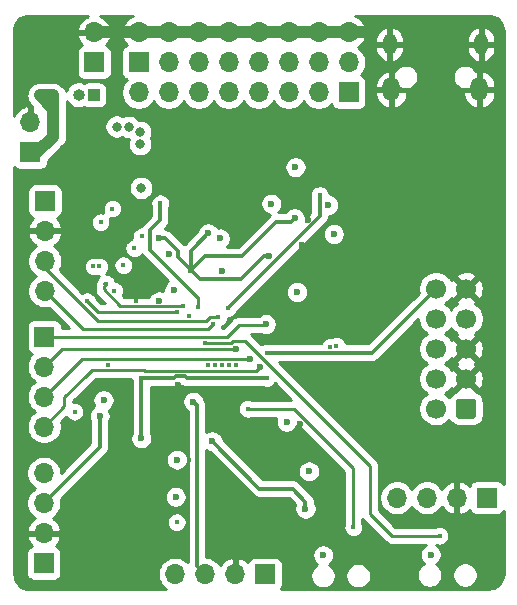
<source format=gbr>
%TF.GenerationSoftware,KiCad,Pcbnew,(5.1.9)-1*%
%TF.CreationDate,2021-10-28T19:53:02+05:30*%
%TF.ProjectId,royal_fc,726f7961-6c5f-4666-932e-6b696361645f,v1.0*%
%TF.SameCoordinates,Original*%
%TF.FileFunction,Copper,L4,Bot*%
%TF.FilePolarity,Positive*%
%FSLAX46Y46*%
G04 Gerber Fmt 4.6, Leading zero omitted, Abs format (unit mm)*
G04 Created by KiCad (PCBNEW (5.1.9)-1) date 2021-10-28 19:53:02*
%MOMM*%
%LPD*%
G01*
G04 APERTURE LIST*
%TA.AperFunction,ComponentPad*%
%ADD10O,1.150000X1.800000*%
%TD*%
%TA.AperFunction,ComponentPad*%
%ADD11O,1.450000X2.000000*%
%TD*%
%TA.AperFunction,ComponentPad*%
%ADD12O,1.000000X1.000000*%
%TD*%
%TA.AperFunction,ComponentPad*%
%ADD13R,1.000000X1.000000*%
%TD*%
%TA.AperFunction,ComponentPad*%
%ADD14R,1.700000X1.700000*%
%TD*%
%TA.AperFunction,ComponentPad*%
%ADD15O,1.700000X1.700000*%
%TD*%
%TA.AperFunction,ComponentPad*%
%ADD16C,1.700000*%
%TD*%
%TA.AperFunction,ViaPad*%
%ADD17C,0.400000*%
%TD*%
%TA.AperFunction,ViaPad*%
%ADD18C,0.600000*%
%TD*%
%TA.AperFunction,ViaPad*%
%ADD19C,0.800000*%
%TD*%
%TA.AperFunction,Conductor*%
%ADD20C,1.000000*%
%TD*%
%TA.AperFunction,Conductor*%
%ADD21C,0.300000*%
%TD*%
%TA.AperFunction,Conductor*%
%ADD22C,0.250000*%
%TD*%
%TA.AperFunction,Conductor*%
%ADD23C,0.254000*%
%TD*%
%TA.AperFunction,Conductor*%
%ADD24C,0.100000*%
%TD*%
G04 APERTURE END LIST*
D10*
%TO.P,USB1,6*%
%TO.N,GND*%
X55755000Y-104500000D03*
X63505000Y-104500000D03*
D11*
X55905000Y-108300000D03*
X63355000Y-108300000D03*
%TD*%
D12*
%TO.P,JP1,2*%
%TO.N,Net-(D6-Pad2)*%
X29440000Y-108770000D03*
D13*
%TO.P,JP1,1*%
%TO.N,Net-(J1-Pad1)*%
X30710000Y-108770000D03*
%TD*%
D14*
%TO.P,VIN1,1*%
%TO.N,VCC*%
X25330000Y-113650000D03*
D15*
%TO.P,VIN1,2*%
%TO.N,GND*%
X25330000Y-111110000D03*
%TD*%
%TO.P,8  7  6,8*%
%TO.N,Net-(J2-Pad8)*%
X34500000Y-108560000D03*
%TO.P,8  7  6,7*%
%TO.N,Net-(J2-Pad7)*%
X37040000Y-108560000D03*
%TO.P,8  7  6,6*%
%TO.N,Net-(J2-Pad6)*%
X39580000Y-108560000D03*
%TO.P,8  7  6,5*%
%TO.N,Net-(J2-Pad5)*%
X42120000Y-108560000D03*
%TO.P,8  7  6,4*%
%TO.N,Net-(J2-Pad4)*%
X44660000Y-108560000D03*
%TO.P,8  7  6,3*%
%TO.N,Net-(J2-Pad3)*%
X47200000Y-108560000D03*
%TO.P,8  7  6,2*%
%TO.N,Net-(J2-Pad2)*%
X49740000Y-108560000D03*
D14*
%TO.P,8  7  6,1*%
%TO.N,Net-(J2-Pad1)*%
X52280000Y-108560000D03*
%TD*%
%TO.P,GPS,1*%
%TO.N,+3V3*%
X45210000Y-149350000D03*
D15*
%TO.P,GPS,2*%
%TO.N,GND*%
X42670000Y-149350000D03*
%TO.P,GPS,3*%
%TO.N,USART2_TX*%
X40130000Y-149350000D03*
%TO.P,GPS,4*%
%TO.N,USART2_RX*%
X37590000Y-149350000D03*
%TD*%
D14*
%TO.P,I2C3,1*%
%TO.N,+3V3*%
X63980000Y-142880000D03*
D15*
%TO.P,I2C3,2*%
%TO.N,GND*%
X61440000Y-142880000D03*
%TO.P,I2C3,3*%
%TO.N,I2C3_SCL*%
X58900000Y-142880000D03*
%TO.P,I2C3,4*%
%TO.N,I2C3_SDA*%
X56360000Y-142880000D03*
%TD*%
D14*
%TO.P,J1,1*%
%TO.N,Net-(J1-Pad1)*%
X30730000Y-106025000D03*
D15*
%TO.P,J1,2*%
%TO.N,GND*%
X30730000Y-103485000D03*
%TD*%
D14*
%TO.P,J3,1*%
%TO.N,Net-(J1-Pad1)*%
X34520001Y-106019999D03*
D15*
%TO.P,J3,2*%
%TO.N,GND*%
X34520001Y-103479999D03*
%TO.P,J3,3*%
%TO.N,Net-(J1-Pad1)*%
X37060001Y-106019999D03*
%TO.P,J3,4*%
%TO.N,GND*%
X37060001Y-103479999D03*
%TO.P,J3,5*%
%TO.N,Net-(J1-Pad1)*%
X39600001Y-106019999D03*
%TO.P,J3,6*%
%TO.N,GND*%
X39600001Y-103479999D03*
%TO.P,J3,7*%
%TO.N,Net-(J1-Pad1)*%
X42140001Y-106019999D03*
%TO.P,J3,8*%
%TO.N,GND*%
X42140001Y-103479999D03*
%TO.P,J3,9*%
%TO.N,Net-(J1-Pad1)*%
X44680001Y-106019999D03*
%TO.P,J3,10*%
%TO.N,GND*%
X44680001Y-103479999D03*
%TO.P,J3,11*%
%TO.N,Net-(J1-Pad1)*%
X47220001Y-106019999D03*
%TO.P,J3,12*%
%TO.N,GND*%
X47220001Y-103479999D03*
%TO.P,J3,13*%
%TO.N,Net-(J1-Pad1)*%
X49760001Y-106019999D03*
%TO.P,J3,14*%
%TO.N,GND*%
X49760001Y-103479999D03*
%TO.P,J3,15*%
%TO.N,Net-(J1-Pad1)*%
X52300001Y-106019999D03*
%TO.P,J3,16*%
%TO.N,GND*%
X52300001Y-103479999D03*
%TD*%
D14*
%TO.P,RC,1*%
%TO.N,TIM2_CH1*%
X26500000Y-129240000D03*
D15*
%TO.P,RC,2*%
%TO.N,TIM2_CH2*%
X26500000Y-131780000D03*
%TO.P,RC,3*%
%TO.N,TIM2_CH3*%
X26500000Y-134320000D03*
%TO.P,RC,4*%
%TO.N,TIM2_CH4*%
X26500000Y-136860000D03*
%TD*%
D14*
%TO.P,SBUS,1*%
%TO.N,+3V3*%
X26470000Y-148420000D03*
D15*
%TO.P,SBUS,2*%
%TO.N,GND*%
X26470000Y-145880000D03*
%TO.P,SBUS,3*%
%TO.N,UART4_TX*%
X26470000Y-143340000D03*
%TO.P,SBUS,4*%
%TO.N,/UART4_RX_INV*%
X26470000Y-140800000D03*
%TD*%
%TO.P,SWD1,1*%
%TO.N,+3V3*%
%TA.AperFunction,ComponentPad*%
G36*
G01*
X63070000Y-134740000D02*
X63070000Y-135940000D01*
G75*
G02*
X62820000Y-136190000I-250000J0D01*
G01*
X61620000Y-136190000D01*
G75*
G02*
X61370000Y-135940000I0J250000D01*
G01*
X61370000Y-134740000D01*
G75*
G02*
X61620000Y-134490000I250000J0D01*
G01*
X62820000Y-134490000D01*
G75*
G02*
X63070000Y-134740000I0J-250000D01*
G01*
G37*
%TD.AperFunction*%
D16*
%TO.P,SWD1,3*%
%TO.N,GND*%
X62220000Y-132800000D03*
%TO.P,SWD1,5*%
X62220000Y-130260000D03*
%TO.P,SWD1,7*%
%TO.N,N/C*%
X62220000Y-127720000D03*
%TO.P,SWD1,9*%
%TO.N,GND*%
X62220000Y-125180000D03*
%TO.P,SWD1,2*%
%TO.N,SWDIO*%
X59680000Y-135340000D03*
%TO.P,SWD1,4*%
%TO.N,SWDCLK*%
X59680000Y-132800000D03*
%TO.P,SWD1,6*%
%TO.N,N/C*%
X59680000Y-130260000D03*
%TO.P,SWD1,8*%
X59680000Y-127720000D03*
%TO.P,SWD1,10*%
%TO.N,NRST*%
X59680000Y-125180000D03*
%TD*%
D15*
%TO.P,TELEM,4*%
%TO.N,USART1_RX*%
X26570000Y-125370000D03*
%TO.P,TELEM,3*%
%TO.N,USART1_TX*%
X26570000Y-122830000D03*
%TO.P,TELEM,2*%
%TO.N,GND*%
X26570000Y-120290000D03*
D14*
%TO.P,TELEM,1*%
%TO.N,+3V3*%
X26570000Y-117750000D03*
%TD*%
D17*
%TO.N,GND*%
X40380000Y-131670000D03*
D18*
X47630000Y-140300000D03*
D17*
X60030000Y-112250000D03*
X51030000Y-115350000D03*
D19*
X30090000Y-115330000D03*
X30090000Y-114430000D03*
X32430000Y-114450000D03*
X31540000Y-116300000D03*
X33430000Y-114450000D03*
D18*
X29440000Y-112580000D03*
X29440000Y-111730000D03*
X29440000Y-110930000D03*
X30140000Y-110930000D03*
X30140000Y-111730000D03*
X30140000Y-112580000D03*
X32300000Y-110150000D03*
X48330000Y-121450000D03*
X53680000Y-114550000D03*
X58330000Y-117600000D03*
X51480000Y-147750000D03*
X60630000Y-147700000D03*
X59130000Y-117650000D03*
X48930000Y-114750000D03*
X44950000Y-118810000D03*
X49330000Y-115750000D03*
X48880000Y-119350000D03*
X42480000Y-120950000D03*
X37330000Y-118920000D03*
X30630000Y-117350000D03*
D17*
X35030000Y-119150000D03*
D18*
X34030000Y-148550000D03*
X33030000Y-148550000D03*
X32230000Y-137850000D03*
X37830000Y-135350000D03*
X37830000Y-133300000D03*
X56080000Y-137200000D03*
X56080000Y-136400000D03*
X56110000Y-134040000D03*
X56120000Y-133000000D03*
X50980000Y-119250000D03*
X43030000Y-142700000D03*
X43790000Y-142700000D03*
X43780000Y-143530000D03*
X43030000Y-143500000D03*
D17*
X29800000Y-137740000D03*
X30130000Y-135600000D03*
X46840000Y-118610000D03*
X34670000Y-125290000D03*
X29980000Y-120300000D03*
X33140000Y-122110000D03*
X32620000Y-122100000D03*
X34670000Y-124790000D03*
D18*
X33590000Y-134640000D03*
X48030000Y-139150000D03*
X47990000Y-138250000D03*
X52230000Y-128050000D03*
X52230000Y-127250000D03*
X49030000Y-125350000D03*
X36280000Y-125150000D03*
X48170000Y-136640000D03*
X36480000Y-139600000D03*
X35450000Y-124450000D03*
X32680000Y-134660000D03*
D17*
X38780000Y-127500000D03*
X31880000Y-131660000D03*
X34290000Y-126260000D03*
X32280000Y-119530000D03*
X35880000Y-117000000D03*
X36530000Y-116650000D03*
X38780000Y-139650000D03*
D18*
X57480000Y-109400000D03*
D17*
X37730000Y-146000000D03*
X41555000Y-131675000D03*
X42130000Y-131675000D03*
X42730000Y-131675000D03*
X40990000Y-131675000D03*
D18*
X58230000Y-104050000D03*
X59180000Y-104075000D03*
X60180000Y-104050000D03*
X61130000Y-104050000D03*
X58205000Y-103150000D03*
X59155000Y-103150000D03*
X60130000Y-103125000D03*
X61080000Y-103100000D03*
D19*
X30405000Y-142200000D03*
X31730000Y-142200000D03*
X33130000Y-142200000D03*
X30430000Y-143500000D03*
X31730000Y-143500000D03*
X33130000Y-143500000D03*
X30430000Y-144900000D03*
X31730000Y-144900000D03*
X33130000Y-144900000D03*
X55430000Y-122300000D03*
X56630000Y-122300000D03*
X55430000Y-123500000D03*
X56630000Y-123500000D03*
X60230000Y-138600000D03*
X61830000Y-138600000D03*
X60230000Y-139900000D03*
X61830000Y-139900000D03*
X55730000Y-110600000D03*
X56830000Y-110800000D03*
X42670000Y-147220000D03*
X60930000Y-120400000D03*
X62030000Y-120400000D03*
X60930000Y-121400000D03*
X62030000Y-121400000D03*
D17*
X26330000Y-104400000D03*
X26930000Y-104400000D03*
D18*
%TO.N,+3V3*%
X50130000Y-147750000D03*
X59230000Y-147700000D03*
X41580000Y-123650000D03*
X37070000Y-122220000D03*
D17*
X50730000Y-130100000D03*
X51250000Y-130030000D03*
D18*
X50530000Y-118100000D03*
D19*
X34710000Y-116640000D03*
D17*
X34780000Y-120750000D03*
D18*
X51030000Y-120550000D03*
D17*
X29080000Y-135600000D03*
X31280000Y-119550000D03*
X33200000Y-123190000D03*
X34130000Y-121750000D03*
X32430000Y-125340000D03*
X30680000Y-123300000D03*
X31180000Y-123300000D03*
D18*
X48930000Y-140650000D03*
X31530000Y-134620000D03*
X37530000Y-125270000D03*
X37730000Y-139650000D03*
X36220000Y-126260000D03*
X47910000Y-125460000D03*
X47030000Y-136450000D03*
X41370000Y-120920000D03*
X47780000Y-114900000D03*
X45740000Y-117980000D03*
D19*
X32630000Y-111450000D03*
X33680000Y-111500000D03*
X34630000Y-112950000D03*
X34630000Y-111900000D03*
D17*
X32280000Y-118400000D03*
D18*
X37630000Y-142800000D03*
D17*
X37730000Y-144950000D03*
D19*
%TO.N,VCC*%
X26130000Y-108800000D03*
X27230000Y-108800000D03*
D18*
%TO.N,NRST*%
X34730000Y-137850000D03*
D17*
X34730000Y-132750000D03*
X45330000Y-130600000D03*
X45330000Y-132750000D03*
D18*
%TO.N,USART2_TX*%
X39130000Y-134750000D03*
%TO.N,I2C1_SDA*%
X36230000Y-120900000D03*
X40390000Y-120490000D03*
X47700000Y-119210000D03*
X45530000Y-122400000D03*
X38930000Y-123600000D03*
%TO.N,FLASH_MISO*%
X48630000Y-143800000D03*
X40730000Y-138100000D03*
D17*
%TO.N,MAGNET_INT*%
X36330000Y-117950000D03*
X39530000Y-126750000D03*
%TO.N,BOOT0*%
X59980000Y-146100000D03*
X40080000Y-129800000D03*
%TO.N,BOOT1*%
X52680000Y-145400000D03*
X43730000Y-135350000D03*
D18*
%TO.N,TIM2_CH1*%
X45270000Y-128180000D03*
%TO.N,TIM2_CH2*%
X42780000Y-130250000D03*
%TO.N,TIM2_CH3*%
X43910000Y-131150000D03*
%TO.N,TIM2_CH4*%
X44770000Y-131780000D03*
%TO.N,UART4_TX*%
X31200000Y-135960000D03*
D17*
%TO.N,USART1_RX*%
X40780000Y-128170000D03*
%TO.N,USART1_TX*%
X41260000Y-127610000D03*
%TO.N,INT_ACC*%
X30130000Y-126250000D03*
X37730000Y-127150000D03*
%TO.N,INT_GYR*%
X31730000Y-124750000D03*
X38230000Y-126650000D03*
%TO.N,BARO_INT*%
X49830000Y-117250000D03*
X42030000Y-126850000D03*
%TD*%
D20*
%TO.N,GND*%
X30730000Y-103485000D02*
X53815000Y-103485000D01*
%TO.N,VCC*%
X25330000Y-113650000D02*
X25930000Y-113650000D01*
X25930000Y-113650000D02*
X27280000Y-112300000D01*
X27230000Y-108800000D02*
X26130000Y-108800000D01*
X27280000Y-109950000D02*
X26130000Y-108800000D01*
X27280000Y-108850000D02*
X27230000Y-108800000D01*
X27280000Y-109950000D02*
X27280000Y-108850000D01*
X27280000Y-112300000D02*
X27280000Y-109950000D01*
D21*
%TO.N,NRST*%
X34730000Y-133150000D02*
X34730000Y-137850000D01*
X34730000Y-133150000D02*
X34730000Y-132750000D01*
X37480000Y-132750000D02*
X37624990Y-132605010D01*
X34730000Y-132750000D02*
X37480000Y-132750000D01*
X37624990Y-132605010D02*
X38435010Y-132605010D01*
X38435010Y-132605010D02*
X38580000Y-132750000D01*
X38580000Y-132750000D02*
X45330000Y-132750000D01*
X45330000Y-132750000D02*
X45330000Y-132750000D01*
X45330000Y-132750000D02*
X45330000Y-132750000D01*
X54260000Y-130600000D02*
X59680000Y-125180000D01*
X45330000Y-130600000D02*
X54260000Y-130600000D01*
%TO.N,USART2_TX*%
X39429999Y-148649999D02*
X40130000Y-149350000D01*
X39429999Y-135049999D02*
X39429999Y-148649999D01*
X39130000Y-134750000D02*
X39429999Y-135049999D01*
%TO.N,I2C1_SDA*%
X39260000Y-121620000D02*
X40390000Y-120490000D01*
X46170001Y-119509999D02*
X43280000Y-122400000D01*
X47400001Y-119509999D02*
X46170001Y-119509999D01*
X47700000Y-119210000D02*
X47400001Y-119509999D01*
X45530000Y-122400000D02*
X45080000Y-122400000D01*
X36240000Y-120900000D02*
X36230000Y-120900000D01*
X38930000Y-121950000D02*
X39260000Y-121620000D01*
X38930000Y-123600000D02*
X38930000Y-121950000D01*
X38930000Y-123600000D02*
X40130000Y-122400000D01*
X40130000Y-122400000D02*
X41030000Y-122400000D01*
X41030000Y-122400000D02*
X43280000Y-122400000D01*
X40780000Y-122400000D02*
X41030000Y-122400000D01*
X38930000Y-123600000D02*
X37830000Y-122500000D01*
X36392002Y-120900000D02*
X36230000Y-120900000D01*
X43129999Y-124350001D02*
X45080000Y-122400000D01*
X40880001Y-124350001D02*
X43129999Y-124350001D01*
X38930000Y-123600000D02*
X39630000Y-124300000D01*
X39680000Y-124350000D02*
X40880000Y-124350000D01*
X36712002Y-120900000D02*
X36230000Y-120900000D01*
X37830000Y-122017998D02*
X36712002Y-120900000D01*
X37830000Y-122500000D02*
X37830000Y-122017998D01*
%TO.N,FLASH_MISO*%
X48630000Y-143800000D02*
X48630000Y-143200000D01*
X48630000Y-143200000D02*
X47530000Y-142100000D01*
X44730000Y-142100000D02*
X40730000Y-138100000D01*
X47530000Y-142100000D02*
X44730000Y-142100000D01*
D22*
%TO.N,MAGNET_INT*%
X39530000Y-126750000D02*
X39530000Y-125950000D01*
D21*
X35455000Y-120225000D02*
X35455000Y-121875000D01*
X36330000Y-117950000D02*
X36330000Y-119350000D01*
X36330000Y-119350000D02*
X35455000Y-120225000D01*
X39530000Y-125950000D02*
X35455000Y-121875000D01*
D22*
%TO.N,BOOT0*%
X42304998Y-129800000D02*
X42479999Y-129624999D01*
X43540001Y-129624999D02*
X54080000Y-140164998D01*
X42479999Y-129624999D02*
X43540001Y-129624999D01*
X40080000Y-129800000D02*
X42304998Y-129800000D01*
X54080000Y-140164998D02*
X54080000Y-144250000D01*
X54080000Y-144250000D02*
X55930000Y-146100000D01*
X55930000Y-146100000D02*
X56630000Y-146100000D01*
X56630000Y-146100000D02*
X59980000Y-146100000D01*
%TO.N,BOOT1*%
X47655002Y-135350000D02*
X52680000Y-140374998D01*
X43730000Y-135350000D02*
X47655002Y-135350000D01*
X52680000Y-145400000D02*
X52680000Y-144850000D01*
X52680000Y-144850000D02*
X52680000Y-144950000D01*
X52680000Y-140374998D02*
X52680000Y-144850000D01*
%TO.N,TIM2_CH1*%
X45200000Y-128250000D02*
X45270000Y-128180000D01*
X42960000Y-128250000D02*
X45200000Y-128250000D01*
X41970000Y-129240000D02*
X42960000Y-128250000D01*
X26500000Y-129240000D02*
X41970000Y-129240000D01*
%TO.N,TIM2_CH2*%
X28000000Y-130280000D02*
X26500000Y-131780000D01*
X42350000Y-130280000D02*
X42010000Y-130280000D01*
X42010000Y-130280000D02*
X28000000Y-130280000D01*
X42250000Y-130280000D02*
X42010000Y-130280000D01*
X42280000Y-130250000D02*
X42250000Y-130280000D01*
X42780000Y-130250000D02*
X42280000Y-130250000D01*
%TO.N,TIM2_CH3*%
X29670000Y-131150000D02*
X26500000Y-134320000D01*
X43910000Y-131150000D02*
X29670000Y-131150000D01*
D21*
%TO.N,TIM2_CH4*%
X27165998Y-136860000D02*
X26500000Y-136860000D01*
D22*
X28220000Y-135140000D02*
X26500000Y-136860000D01*
X28220000Y-134380000D02*
X28220000Y-135140000D01*
X44770000Y-131780000D02*
X44420000Y-132130000D01*
X30525001Y-132074999D02*
X30150000Y-132450000D01*
X34982001Y-132074999D02*
X30525001Y-132074999D01*
X44420000Y-132130000D02*
X35037002Y-132130000D01*
X35037002Y-132130000D02*
X34982001Y-132074999D01*
X30150000Y-132450000D02*
X28220000Y-134380000D01*
D21*
%TO.N,UART4_TX*%
X31200000Y-138610000D02*
X26470000Y-143340000D01*
X31200000Y-135960000D02*
X31200000Y-138610000D01*
D22*
%TO.N,USART1_RX*%
X29370000Y-128170000D02*
X26570000Y-125370000D01*
X29370000Y-128190000D02*
X29780000Y-128600000D01*
X29370000Y-128170000D02*
X29370000Y-128190000D01*
X40350000Y-128600000D02*
X40780000Y-128170000D01*
X29780000Y-128600000D02*
X40350000Y-128600000D01*
%TO.N,USART1_TX*%
X26570000Y-123467002D02*
X26570000Y-122830000D01*
X31052998Y-127950000D02*
X26570000Y-123467002D01*
X40200000Y-127950000D02*
X31052998Y-127950000D01*
X40540000Y-127610000D02*
X40200000Y-127950000D01*
X41260000Y-127610000D02*
X40540000Y-127610000D01*
%TO.N,INT_ACC*%
X31030000Y-127150000D02*
X30130000Y-126250000D01*
X37730000Y-127150000D02*
X31030000Y-127150000D01*
D21*
%TO.N,INT_GYR*%
X31679999Y-124800001D02*
X31730000Y-124750000D01*
D22*
X31530001Y-124949999D02*
X31730000Y-124750000D01*
X31530001Y-125227003D02*
X31530001Y-124949999D01*
X32927997Y-126624999D02*
X31530001Y-125227003D01*
X38204999Y-126624999D02*
X32927997Y-126624999D01*
X38230000Y-126650000D02*
X38204999Y-126624999D01*
D21*
%TO.N,BARO_INT*%
X42342002Y-126550000D02*
X49830000Y-119062002D01*
X49830000Y-119062002D02*
X49830000Y-117250000D01*
X42330000Y-126550000D02*
X42342002Y-126550000D01*
X42030000Y-126850000D02*
X42330000Y-126550000D01*
%TD*%
D23*
%TO.N,GND*%
X30098748Y-102140843D02*
X29848645Y-102289822D01*
X29632412Y-102484731D01*
X29458359Y-102718080D01*
X29333175Y-102980901D01*
X29288524Y-103128110D01*
X29409845Y-103358000D01*
X30603000Y-103358000D01*
X30603000Y-103338000D01*
X30857000Y-103338000D01*
X30857000Y-103358000D01*
X32050155Y-103358000D01*
X32171476Y-103128110D01*
X32126825Y-102980901D01*
X32001641Y-102718080D01*
X31827588Y-102484731D01*
X31611355Y-102289822D01*
X31361252Y-102140843D01*
X31203828Y-102085000D01*
X34012068Y-102085000D01*
X33753081Y-102208358D01*
X33519732Y-102382411D01*
X33324823Y-102598644D01*
X33175844Y-102848747D01*
X33078520Y-103123108D01*
X33199187Y-103352999D01*
X34393001Y-103352999D01*
X34393001Y-103332999D01*
X34647001Y-103332999D01*
X34647001Y-103352999D01*
X36933001Y-103352999D01*
X36933001Y-103332999D01*
X37187001Y-103332999D01*
X37187001Y-103352999D01*
X39473001Y-103352999D01*
X39473001Y-103332999D01*
X39727001Y-103332999D01*
X39727001Y-103352999D01*
X42013001Y-103352999D01*
X42013001Y-103332999D01*
X42267001Y-103332999D01*
X42267001Y-103352999D01*
X44553001Y-103352999D01*
X44553001Y-103332999D01*
X44807001Y-103332999D01*
X44807001Y-103352999D01*
X47093001Y-103352999D01*
X47093001Y-103332999D01*
X47347001Y-103332999D01*
X47347001Y-103352999D01*
X49633001Y-103352999D01*
X49633001Y-103332999D01*
X49887001Y-103332999D01*
X49887001Y-103352999D01*
X52173001Y-103352999D01*
X52173001Y-103332999D01*
X52427001Y-103332999D01*
X52427001Y-103352999D01*
X53620815Y-103352999D01*
X53741482Y-103123108D01*
X53644158Y-102848747D01*
X53495179Y-102598644D01*
X53300270Y-102382411D01*
X53066921Y-102208358D01*
X52807934Y-102085000D01*
X64094053Y-102085000D01*
X64375021Y-102112549D01*
X64610712Y-102183708D01*
X64828089Y-102299291D01*
X65018879Y-102454895D01*
X65175811Y-102644593D01*
X65292906Y-102861157D01*
X65365709Y-103096344D01*
X65395000Y-103375028D01*
X65395001Y-141739982D01*
X65360537Y-141675506D01*
X65281185Y-141578815D01*
X65184494Y-141499463D01*
X65074180Y-141440498D01*
X64954482Y-141404188D01*
X64830000Y-141391928D01*
X63130000Y-141391928D01*
X63005518Y-141404188D01*
X62885820Y-141440498D01*
X62775506Y-141499463D01*
X62678815Y-141578815D01*
X62599463Y-141675506D01*
X62540498Y-141785820D01*
X62516034Y-141866466D01*
X62440269Y-141782412D01*
X62206920Y-141608359D01*
X61944099Y-141483175D01*
X61796890Y-141438524D01*
X61567000Y-141559845D01*
X61567000Y-142753000D01*
X61587000Y-142753000D01*
X61587000Y-143007000D01*
X61567000Y-143007000D01*
X61567000Y-144200155D01*
X61796890Y-144321476D01*
X61944099Y-144276825D01*
X62206920Y-144151641D01*
X62440269Y-143977588D01*
X62516034Y-143893534D01*
X62540498Y-143974180D01*
X62599463Y-144084494D01*
X62678815Y-144181185D01*
X62775506Y-144260537D01*
X62885820Y-144319502D01*
X63005518Y-144355812D01*
X63130000Y-144368072D01*
X64830000Y-144368072D01*
X64954482Y-144355812D01*
X65074180Y-144319502D01*
X65184494Y-144260537D01*
X65281185Y-144181185D01*
X65360537Y-144084494D01*
X65395001Y-144020018D01*
X65395001Y-149284043D01*
X65367451Y-149565021D01*
X65296291Y-149800712D01*
X65180711Y-150018088D01*
X65025104Y-150208879D01*
X64835408Y-150365811D01*
X64618843Y-150482906D01*
X64383656Y-150555709D01*
X64104783Y-150585020D01*
X46554377Y-150598555D01*
X46590537Y-150554494D01*
X46649502Y-150444180D01*
X46685812Y-150324482D01*
X46698072Y-150200000D01*
X46698072Y-149373137D01*
X49015000Y-149373137D01*
X49015000Y-149586863D01*
X49056696Y-149796483D01*
X49138485Y-149993940D01*
X49257225Y-150171647D01*
X49408353Y-150322775D01*
X49586060Y-150441515D01*
X49783517Y-150523304D01*
X49993137Y-150565000D01*
X50206863Y-150565000D01*
X50416483Y-150523304D01*
X50613940Y-150441515D01*
X50791647Y-150322775D01*
X50942775Y-150171647D01*
X51061515Y-149993940D01*
X51143304Y-149796483D01*
X51185000Y-149586863D01*
X51185000Y-149373137D01*
X52015000Y-149373137D01*
X52015000Y-149586863D01*
X52056696Y-149796483D01*
X52138485Y-149993940D01*
X52257225Y-150171647D01*
X52408353Y-150322775D01*
X52586060Y-150441515D01*
X52783517Y-150523304D01*
X52993137Y-150565000D01*
X53206863Y-150565000D01*
X53416483Y-150523304D01*
X53613940Y-150441515D01*
X53791647Y-150322775D01*
X53942775Y-150171647D01*
X54061515Y-149993940D01*
X54143304Y-149796483D01*
X54185000Y-149586863D01*
X54185000Y-149373137D01*
X54143304Y-149163517D01*
X54061515Y-148966060D01*
X53942775Y-148788353D01*
X53791647Y-148637225D01*
X53613940Y-148518485D01*
X53416483Y-148436696D01*
X53206863Y-148395000D01*
X52993137Y-148395000D01*
X52783517Y-148436696D01*
X52586060Y-148518485D01*
X52408353Y-148637225D01*
X52257225Y-148788353D01*
X52138485Y-148966060D01*
X52056696Y-149163517D01*
X52015000Y-149373137D01*
X51185000Y-149373137D01*
X51143304Y-149163517D01*
X51061515Y-148966060D01*
X50942775Y-148788353D01*
X50791647Y-148637225D01*
X50638388Y-148534821D01*
X50726028Y-148476262D01*
X50856262Y-148346028D01*
X50958586Y-148192889D01*
X51029068Y-148022729D01*
X51065000Y-147842089D01*
X51065000Y-147657911D01*
X51029068Y-147477271D01*
X50958586Y-147307111D01*
X50856262Y-147153972D01*
X50726028Y-147023738D01*
X50572889Y-146921414D01*
X50402729Y-146850932D01*
X50222089Y-146815000D01*
X50037911Y-146815000D01*
X49857271Y-146850932D01*
X49687111Y-146921414D01*
X49533972Y-147023738D01*
X49403738Y-147153972D01*
X49301414Y-147307111D01*
X49230932Y-147477271D01*
X49195000Y-147657911D01*
X49195000Y-147842089D01*
X49230932Y-148022729D01*
X49301414Y-148192889D01*
X49403738Y-148346028D01*
X49533972Y-148476262D01*
X49592914Y-148515646D01*
X49586060Y-148518485D01*
X49408353Y-148637225D01*
X49257225Y-148788353D01*
X49138485Y-148966060D01*
X49056696Y-149163517D01*
X49015000Y-149373137D01*
X46698072Y-149373137D01*
X46698072Y-148500000D01*
X46685812Y-148375518D01*
X46649502Y-148255820D01*
X46590537Y-148145506D01*
X46511185Y-148048815D01*
X46414494Y-147969463D01*
X46304180Y-147910498D01*
X46184482Y-147874188D01*
X46060000Y-147861928D01*
X44360000Y-147861928D01*
X44235518Y-147874188D01*
X44115820Y-147910498D01*
X44005506Y-147969463D01*
X43908815Y-148048815D01*
X43829463Y-148145506D01*
X43770498Y-148255820D01*
X43746034Y-148336466D01*
X43670269Y-148252412D01*
X43436920Y-148078359D01*
X43174099Y-147953175D01*
X43026890Y-147908524D01*
X42797000Y-148029845D01*
X42797000Y-149223000D01*
X42817000Y-149223000D01*
X42817000Y-149477000D01*
X42797000Y-149477000D01*
X42797000Y-149497000D01*
X42543000Y-149497000D01*
X42543000Y-149477000D01*
X42523000Y-149477000D01*
X42523000Y-149223000D01*
X42543000Y-149223000D01*
X42543000Y-148029845D01*
X42313110Y-147908524D01*
X42165901Y-147953175D01*
X41903080Y-148078359D01*
X41669731Y-148252412D01*
X41474822Y-148468645D01*
X41405195Y-148585534D01*
X41283475Y-148403368D01*
X41076632Y-148196525D01*
X40833411Y-148034010D01*
X40563158Y-147922068D01*
X40276260Y-147865000D01*
X40214999Y-147865000D01*
X40214999Y-138880402D01*
X40287111Y-138928586D01*
X40457271Y-138999068D01*
X40534217Y-139014374D01*
X44147658Y-142627816D01*
X44172236Y-142657764D01*
X44202184Y-142682342D01*
X44202187Y-142682345D01*
X44231559Y-142706450D01*
X44291767Y-142755862D01*
X44428140Y-142828754D01*
X44541672Y-142863194D01*
X44576112Y-142873641D01*
X44590490Y-142875057D01*
X44691439Y-142885000D01*
X44691446Y-142885000D01*
X44729999Y-142888797D01*
X44768552Y-142885000D01*
X47204843Y-142885000D01*
X47764961Y-143445118D01*
X47730932Y-143527271D01*
X47695000Y-143707911D01*
X47695000Y-143892089D01*
X47730932Y-144072729D01*
X47801414Y-144242889D01*
X47903738Y-144396028D01*
X48033972Y-144526262D01*
X48187111Y-144628586D01*
X48357271Y-144699068D01*
X48537911Y-144735000D01*
X48722089Y-144735000D01*
X48902729Y-144699068D01*
X49072889Y-144628586D01*
X49226028Y-144526262D01*
X49356262Y-144396028D01*
X49458586Y-144242889D01*
X49529068Y-144072729D01*
X49565000Y-143892089D01*
X49565000Y-143707911D01*
X49529068Y-143527271D01*
X49458586Y-143357111D01*
X49415000Y-143291880D01*
X49415000Y-143238555D01*
X49418797Y-143200000D01*
X49415000Y-143161444D01*
X49415000Y-143161439D01*
X49411020Y-143121026D01*
X49403642Y-143046113D01*
X49358754Y-142898140D01*
X49345659Y-142873641D01*
X49285862Y-142761767D01*
X49187764Y-142642236D01*
X49157815Y-142617658D01*
X48112347Y-141572190D01*
X48087764Y-141542236D01*
X47968233Y-141444138D01*
X47831860Y-141371246D01*
X47683887Y-141326359D01*
X47568561Y-141315000D01*
X47568553Y-141315000D01*
X47530000Y-141311203D01*
X47491447Y-141315000D01*
X45055158Y-141315000D01*
X44298069Y-140557911D01*
X47995000Y-140557911D01*
X47995000Y-140742089D01*
X48030932Y-140922729D01*
X48101414Y-141092889D01*
X48203738Y-141246028D01*
X48333972Y-141376262D01*
X48487111Y-141478586D01*
X48657271Y-141549068D01*
X48837911Y-141585000D01*
X49022089Y-141585000D01*
X49202729Y-141549068D01*
X49372889Y-141478586D01*
X49526028Y-141376262D01*
X49656262Y-141246028D01*
X49758586Y-141092889D01*
X49829068Y-140922729D01*
X49865000Y-140742089D01*
X49865000Y-140557911D01*
X49829068Y-140377271D01*
X49758586Y-140207111D01*
X49656262Y-140053972D01*
X49526028Y-139923738D01*
X49372889Y-139821414D01*
X49202729Y-139750932D01*
X49022089Y-139715000D01*
X48837911Y-139715000D01*
X48657271Y-139750932D01*
X48487111Y-139821414D01*
X48333972Y-139923738D01*
X48203738Y-140053972D01*
X48101414Y-140207111D01*
X48030932Y-140377271D01*
X47995000Y-140557911D01*
X44298069Y-140557911D01*
X41644374Y-137904217D01*
X41629068Y-137827271D01*
X41558586Y-137657111D01*
X41456262Y-137503972D01*
X41326028Y-137373738D01*
X41172889Y-137271414D01*
X41002729Y-137200932D01*
X40822089Y-137165000D01*
X40637911Y-137165000D01*
X40457271Y-137200932D01*
X40287111Y-137271414D01*
X40214999Y-137319598D01*
X40214999Y-135088555D01*
X40218796Y-135049999D01*
X40214999Y-135011439D01*
X40214999Y-135011438D01*
X40206557Y-134925724D01*
X40203641Y-134896112D01*
X40160275Y-134753158D01*
X40158753Y-134748139D01*
X40085861Y-134611766D01*
X40046211Y-134563453D01*
X40029068Y-134477271D01*
X39958586Y-134307111D01*
X39856262Y-134153972D01*
X39726028Y-134023738D01*
X39572889Y-133921414D01*
X39402729Y-133850932D01*
X39222089Y-133815000D01*
X39037911Y-133815000D01*
X38857271Y-133850932D01*
X38687111Y-133921414D01*
X38533972Y-134023738D01*
X38403738Y-134153972D01*
X38301414Y-134307111D01*
X38230932Y-134477271D01*
X38195000Y-134657911D01*
X38195000Y-134842089D01*
X38230932Y-135022729D01*
X38301414Y-135192889D01*
X38403738Y-135346028D01*
X38533972Y-135476262D01*
X38644999Y-135550448D01*
X38644999Y-139457362D01*
X38629068Y-139377271D01*
X38558586Y-139207111D01*
X38456262Y-139053972D01*
X38326028Y-138923738D01*
X38172889Y-138821414D01*
X38002729Y-138750932D01*
X37822089Y-138715000D01*
X37637911Y-138715000D01*
X37457271Y-138750932D01*
X37287111Y-138821414D01*
X37133972Y-138923738D01*
X37003738Y-139053972D01*
X36901414Y-139207111D01*
X36830932Y-139377271D01*
X36795000Y-139557911D01*
X36795000Y-139742089D01*
X36830932Y-139922729D01*
X36901414Y-140092889D01*
X37003738Y-140246028D01*
X37133972Y-140376262D01*
X37287111Y-140478586D01*
X37457271Y-140549068D01*
X37637911Y-140585000D01*
X37822089Y-140585000D01*
X38002729Y-140549068D01*
X38172889Y-140478586D01*
X38326028Y-140376262D01*
X38456262Y-140246028D01*
X38558586Y-140092889D01*
X38629068Y-139922729D01*
X38644999Y-139842638D01*
X38645000Y-148304893D01*
X38536632Y-148196525D01*
X38293411Y-148034010D01*
X38023158Y-147922068D01*
X37736260Y-147865000D01*
X37443740Y-147865000D01*
X37156842Y-147922068D01*
X36886589Y-148034010D01*
X36643368Y-148196525D01*
X36436525Y-148403368D01*
X36274010Y-148646589D01*
X36162068Y-148916842D01*
X36105000Y-149203740D01*
X36105000Y-149496260D01*
X36162068Y-149783158D01*
X36274010Y-150053411D01*
X36436525Y-150296632D01*
X36643368Y-150503475D01*
X36796927Y-150606080D01*
X25265674Y-150614973D01*
X24984979Y-150587451D01*
X24749288Y-150516291D01*
X24531912Y-150400711D01*
X24341121Y-150245104D01*
X24184189Y-150055408D01*
X24067094Y-149838843D01*
X23994291Y-149603656D01*
X23964983Y-149324814D01*
X23963839Y-147570000D01*
X24981928Y-147570000D01*
X24981928Y-149270000D01*
X24994188Y-149394482D01*
X25030498Y-149514180D01*
X25089463Y-149624494D01*
X25168815Y-149721185D01*
X25265506Y-149800537D01*
X25375820Y-149859502D01*
X25495518Y-149895812D01*
X25620000Y-149908072D01*
X27320000Y-149908072D01*
X27444482Y-149895812D01*
X27564180Y-149859502D01*
X27674494Y-149800537D01*
X27771185Y-149721185D01*
X27850537Y-149624494D01*
X27909502Y-149514180D01*
X27945812Y-149394482D01*
X27958072Y-149270000D01*
X27958072Y-147570000D01*
X27945812Y-147445518D01*
X27909502Y-147325820D01*
X27850537Y-147215506D01*
X27771185Y-147118815D01*
X27674494Y-147039463D01*
X27564180Y-146980498D01*
X27483534Y-146956034D01*
X27567588Y-146880269D01*
X27741641Y-146646920D01*
X27866825Y-146384099D01*
X27911476Y-146236890D01*
X27790155Y-146007000D01*
X26597000Y-146007000D01*
X26597000Y-146027000D01*
X26343000Y-146027000D01*
X26343000Y-146007000D01*
X25149845Y-146007000D01*
X25028524Y-146236890D01*
X25073175Y-146384099D01*
X25198359Y-146646920D01*
X25372412Y-146880269D01*
X25456466Y-146956034D01*
X25375820Y-146980498D01*
X25265506Y-147039463D01*
X25168815Y-147118815D01*
X25089463Y-147215506D01*
X25030498Y-147325820D01*
X24994188Y-147445518D01*
X24981928Y-147570000D01*
X23963839Y-147570000D01*
X23959329Y-140653740D01*
X24985000Y-140653740D01*
X24985000Y-140946260D01*
X25042068Y-141233158D01*
X25154010Y-141503411D01*
X25316525Y-141746632D01*
X25523368Y-141953475D01*
X25697760Y-142070000D01*
X25523368Y-142186525D01*
X25316525Y-142393368D01*
X25154010Y-142636589D01*
X25042068Y-142906842D01*
X24985000Y-143193740D01*
X24985000Y-143486260D01*
X25042068Y-143773158D01*
X25154010Y-144043411D01*
X25316525Y-144286632D01*
X25523368Y-144493475D01*
X25705534Y-144615195D01*
X25588645Y-144684822D01*
X25372412Y-144879731D01*
X25198359Y-145113080D01*
X25073175Y-145375901D01*
X25028524Y-145523110D01*
X25149845Y-145753000D01*
X26343000Y-145753000D01*
X26343000Y-145733000D01*
X26597000Y-145733000D01*
X26597000Y-145753000D01*
X27790155Y-145753000D01*
X27911476Y-145523110D01*
X27866825Y-145375901D01*
X27741641Y-145113080D01*
X27567588Y-144879731D01*
X27554308Y-144867760D01*
X36895000Y-144867760D01*
X36895000Y-145032240D01*
X36927089Y-145193560D01*
X36990033Y-145345521D01*
X37081413Y-145482281D01*
X37197719Y-145598587D01*
X37334479Y-145689967D01*
X37486440Y-145752911D01*
X37647760Y-145785000D01*
X37812240Y-145785000D01*
X37973560Y-145752911D01*
X38125521Y-145689967D01*
X38262281Y-145598587D01*
X38378587Y-145482281D01*
X38469967Y-145345521D01*
X38532911Y-145193560D01*
X38565000Y-145032240D01*
X38565000Y-144867760D01*
X38532911Y-144706440D01*
X38469967Y-144554479D01*
X38378587Y-144417719D01*
X38262281Y-144301413D01*
X38125521Y-144210033D01*
X37973560Y-144147089D01*
X37812240Y-144115000D01*
X37647760Y-144115000D01*
X37486440Y-144147089D01*
X37334479Y-144210033D01*
X37197719Y-144301413D01*
X37081413Y-144417719D01*
X36990033Y-144554479D01*
X36927089Y-144706440D01*
X36895000Y-144867760D01*
X27554308Y-144867760D01*
X27351355Y-144684822D01*
X27234466Y-144615195D01*
X27416632Y-144493475D01*
X27623475Y-144286632D01*
X27785990Y-144043411D01*
X27897932Y-143773158D01*
X27955000Y-143486260D01*
X27955000Y-143193740D01*
X27917075Y-143003082D01*
X28212246Y-142707911D01*
X36695000Y-142707911D01*
X36695000Y-142892089D01*
X36730932Y-143072729D01*
X36801414Y-143242889D01*
X36903738Y-143396028D01*
X37033972Y-143526262D01*
X37187111Y-143628586D01*
X37357271Y-143699068D01*
X37537911Y-143735000D01*
X37722089Y-143735000D01*
X37902729Y-143699068D01*
X38072889Y-143628586D01*
X38226028Y-143526262D01*
X38356262Y-143396028D01*
X38458586Y-143242889D01*
X38529068Y-143072729D01*
X38565000Y-142892089D01*
X38565000Y-142707911D01*
X38529068Y-142527271D01*
X38458586Y-142357111D01*
X38356262Y-142203972D01*
X38226028Y-142073738D01*
X38072889Y-141971414D01*
X37902729Y-141900932D01*
X37722089Y-141865000D01*
X37537911Y-141865000D01*
X37357271Y-141900932D01*
X37187111Y-141971414D01*
X37033972Y-142073738D01*
X36903738Y-142203972D01*
X36801414Y-142357111D01*
X36730932Y-142527271D01*
X36695000Y-142707911D01*
X28212246Y-142707911D01*
X31727816Y-139192342D01*
X31757764Y-139167764D01*
X31855862Y-139048233D01*
X31928754Y-138911860D01*
X31954720Y-138826262D01*
X31973641Y-138763888D01*
X31978456Y-138715000D01*
X31985000Y-138648561D01*
X31985000Y-138648554D01*
X31988797Y-138610001D01*
X31985000Y-138571448D01*
X31985000Y-136468120D01*
X32028586Y-136402889D01*
X32099068Y-136232729D01*
X32135000Y-136052089D01*
X32135000Y-135867911D01*
X32099068Y-135687271D01*
X32028586Y-135517111D01*
X31979740Y-135444008D01*
X32126028Y-135346262D01*
X32256262Y-135216028D01*
X32358586Y-135062889D01*
X32429068Y-134892729D01*
X32465000Y-134712089D01*
X32465000Y-134527911D01*
X32429068Y-134347271D01*
X32358586Y-134177111D01*
X32256262Y-134023972D01*
X32126028Y-133893738D01*
X31972889Y-133791414D01*
X31802729Y-133720932D01*
X31622089Y-133685000D01*
X31437911Y-133685000D01*
X31257271Y-133720932D01*
X31087111Y-133791414D01*
X30933972Y-133893738D01*
X30803738Y-134023972D01*
X30701414Y-134177111D01*
X30630932Y-134347271D01*
X30595000Y-134527911D01*
X30595000Y-134712089D01*
X30630932Y-134892729D01*
X30701414Y-135062889D01*
X30750260Y-135135992D01*
X30603972Y-135233738D01*
X30473738Y-135363972D01*
X30371414Y-135517111D01*
X30300932Y-135687271D01*
X30265000Y-135867911D01*
X30265000Y-136052089D01*
X30300932Y-136232729D01*
X30371414Y-136402889D01*
X30415000Y-136468120D01*
X30415001Y-138284841D01*
X27955000Y-140744843D01*
X27955000Y-140653740D01*
X27897932Y-140366842D01*
X27785990Y-140096589D01*
X27623475Y-139853368D01*
X27416632Y-139646525D01*
X27173411Y-139484010D01*
X26903158Y-139372068D01*
X26616260Y-139315000D01*
X26323740Y-139315000D01*
X26036842Y-139372068D01*
X25766589Y-139484010D01*
X25523368Y-139646525D01*
X25316525Y-139853368D01*
X25154010Y-140096589D01*
X25042068Y-140366842D01*
X24985000Y-140653740D01*
X23959329Y-140653740D01*
X23951331Y-128390000D01*
X25011928Y-128390000D01*
X25011928Y-130090000D01*
X25024188Y-130214482D01*
X25060498Y-130334180D01*
X25119463Y-130444494D01*
X25198815Y-130541185D01*
X25295506Y-130620537D01*
X25405820Y-130679502D01*
X25478380Y-130701513D01*
X25346525Y-130833368D01*
X25184010Y-131076589D01*
X25072068Y-131346842D01*
X25015000Y-131633740D01*
X25015000Y-131926260D01*
X25072068Y-132213158D01*
X25184010Y-132483411D01*
X25346525Y-132726632D01*
X25553368Y-132933475D01*
X25727760Y-133050000D01*
X25553368Y-133166525D01*
X25346525Y-133373368D01*
X25184010Y-133616589D01*
X25072068Y-133886842D01*
X25015000Y-134173740D01*
X25015000Y-134466260D01*
X25072068Y-134753158D01*
X25184010Y-135023411D01*
X25346525Y-135266632D01*
X25553368Y-135473475D01*
X25727760Y-135590000D01*
X25553368Y-135706525D01*
X25346525Y-135913368D01*
X25184010Y-136156589D01*
X25072068Y-136426842D01*
X25015000Y-136713740D01*
X25015000Y-137006260D01*
X25072068Y-137293158D01*
X25184010Y-137563411D01*
X25346525Y-137806632D01*
X25553368Y-138013475D01*
X25796589Y-138175990D01*
X26066842Y-138287932D01*
X26353740Y-138345000D01*
X26646260Y-138345000D01*
X26933158Y-138287932D01*
X27203411Y-138175990D01*
X27446632Y-138013475D01*
X27653475Y-137806632D01*
X27815990Y-137563411D01*
X27927932Y-137293158D01*
X27985000Y-137006260D01*
X27985000Y-136713740D01*
X27941210Y-136493592D01*
X28379786Y-136055016D01*
X28431413Y-136132281D01*
X28547719Y-136248587D01*
X28684479Y-136339967D01*
X28836440Y-136402911D01*
X28997760Y-136435000D01*
X29162240Y-136435000D01*
X29323560Y-136402911D01*
X29475521Y-136339967D01*
X29612281Y-136248587D01*
X29728587Y-136132281D01*
X29819967Y-135995521D01*
X29882911Y-135843560D01*
X29915000Y-135682240D01*
X29915000Y-135517760D01*
X29882911Y-135356440D01*
X29819967Y-135204479D01*
X29728587Y-135067719D01*
X29612281Y-134951413D01*
X29475521Y-134860033D01*
X29323560Y-134797089D01*
X29162240Y-134765000D01*
X28997760Y-134765000D01*
X28980000Y-134768533D01*
X28980000Y-134694801D01*
X30713799Y-132961003D01*
X30713804Y-132960997D01*
X30839802Y-132834999D01*
X33895549Y-132834999D01*
X33927089Y-132993560D01*
X33945000Y-133036801D01*
X33945000Y-133111440D01*
X33945001Y-137341878D01*
X33901414Y-137407111D01*
X33830932Y-137577271D01*
X33795000Y-137757911D01*
X33795000Y-137942089D01*
X33830932Y-138122729D01*
X33901414Y-138292889D01*
X34003738Y-138446028D01*
X34133972Y-138576262D01*
X34287111Y-138678586D01*
X34457271Y-138749068D01*
X34637911Y-138785000D01*
X34822089Y-138785000D01*
X35002729Y-138749068D01*
X35172889Y-138678586D01*
X35326028Y-138576262D01*
X35456262Y-138446028D01*
X35558586Y-138292889D01*
X35629068Y-138122729D01*
X35665000Y-137942089D01*
X35665000Y-137757911D01*
X35629068Y-137577271D01*
X35558586Y-137407111D01*
X35515000Y-137341880D01*
X35515000Y-133535000D01*
X37441447Y-133535000D01*
X37480000Y-133538797D01*
X37518553Y-133535000D01*
X37518561Y-133535000D01*
X37633887Y-133523641D01*
X37781860Y-133478754D01*
X37918233Y-133405862D01*
X37937548Y-133390010D01*
X38122452Y-133390010D01*
X38141767Y-133405862D01*
X38278140Y-133478754D01*
X38323028Y-133492371D01*
X38426114Y-133523642D01*
X38497049Y-133530628D01*
X38541439Y-133535000D01*
X38541445Y-133535000D01*
X38580000Y-133538797D01*
X38618556Y-133535000D01*
X45043199Y-133535000D01*
X45086440Y-133552911D01*
X45247760Y-133585000D01*
X45412240Y-133585000D01*
X45573560Y-133552911D01*
X45725521Y-133489967D01*
X45862281Y-133398587D01*
X45978587Y-133282281D01*
X46036223Y-133196022D01*
X47430201Y-134590000D01*
X44077157Y-134590000D01*
X43973560Y-134547089D01*
X43812240Y-134515000D01*
X43647760Y-134515000D01*
X43486440Y-134547089D01*
X43334479Y-134610033D01*
X43197719Y-134701413D01*
X43081413Y-134817719D01*
X42990033Y-134954479D01*
X42927089Y-135106440D01*
X42895000Y-135267760D01*
X42895000Y-135432240D01*
X42927089Y-135593560D01*
X42990033Y-135745521D01*
X43081413Y-135882281D01*
X43197719Y-135998587D01*
X43334479Y-136089967D01*
X43486440Y-136152911D01*
X43647760Y-136185000D01*
X43812240Y-136185000D01*
X43973560Y-136152911D01*
X44077157Y-136110000D01*
X46158796Y-136110000D01*
X46130932Y-136177271D01*
X46095000Y-136357911D01*
X46095000Y-136542089D01*
X46130932Y-136722729D01*
X46201414Y-136892889D01*
X46303738Y-137046028D01*
X46433972Y-137176262D01*
X46587111Y-137278586D01*
X46757271Y-137349068D01*
X46937911Y-137385000D01*
X47122089Y-137385000D01*
X47302729Y-137349068D01*
X47472889Y-137278586D01*
X47626028Y-137176262D01*
X47756262Y-137046028D01*
X47858586Y-136892889D01*
X47929068Y-136722729D01*
X47933027Y-136702826D01*
X51920000Y-140689800D01*
X51920001Y-144812657D01*
X51920000Y-144812667D01*
X51920000Y-145052843D01*
X51877089Y-145156440D01*
X51845000Y-145317760D01*
X51845000Y-145482240D01*
X51877089Y-145643560D01*
X51940033Y-145795521D01*
X52031413Y-145932281D01*
X52147719Y-146048587D01*
X52284479Y-146139967D01*
X52436440Y-146202911D01*
X52597760Y-146235000D01*
X52762240Y-146235000D01*
X52923560Y-146202911D01*
X53075521Y-146139967D01*
X53212281Y-146048587D01*
X53328587Y-145932281D01*
X53419967Y-145795521D01*
X53482911Y-145643560D01*
X53515000Y-145482240D01*
X53515000Y-145317760D01*
X53482911Y-145156440D01*
X53440000Y-145052843D01*
X53440000Y-144664873D01*
X53445026Y-144674276D01*
X53516201Y-144761002D01*
X53540000Y-144790001D01*
X53568998Y-144813799D01*
X55366201Y-146611003D01*
X55389999Y-146640001D01*
X55418997Y-146663799D01*
X55505723Y-146734974D01*
X55629121Y-146800932D01*
X55637753Y-146805546D01*
X55781014Y-146849003D01*
X55892667Y-146860000D01*
X55892676Y-146860000D01*
X55929999Y-146863676D01*
X55967322Y-146860000D01*
X58814667Y-146860000D01*
X58787111Y-146871414D01*
X58633972Y-146973738D01*
X58503738Y-147103972D01*
X58401414Y-147257111D01*
X58330932Y-147427271D01*
X58295000Y-147607911D01*
X58295000Y-147792089D01*
X58330932Y-147972729D01*
X58401414Y-148142889D01*
X58503738Y-148296028D01*
X58633972Y-148426262D01*
X58668832Y-148449555D01*
X58611060Y-148473485D01*
X58433353Y-148592225D01*
X58282225Y-148743353D01*
X58163485Y-148921060D01*
X58081696Y-149118517D01*
X58040000Y-149328137D01*
X58040000Y-149541863D01*
X58081696Y-149751483D01*
X58163485Y-149948940D01*
X58282225Y-150126647D01*
X58433353Y-150277775D01*
X58611060Y-150396515D01*
X58808517Y-150478304D01*
X59018137Y-150520000D01*
X59231863Y-150520000D01*
X59441483Y-150478304D01*
X59638940Y-150396515D01*
X59816647Y-150277775D01*
X59967775Y-150126647D01*
X60086515Y-149948940D01*
X60168304Y-149751483D01*
X60210000Y-149541863D01*
X60210000Y-149328137D01*
X61040000Y-149328137D01*
X61040000Y-149541863D01*
X61081696Y-149751483D01*
X61163485Y-149948940D01*
X61282225Y-150126647D01*
X61433353Y-150277775D01*
X61611060Y-150396515D01*
X61808517Y-150478304D01*
X62018137Y-150520000D01*
X62231863Y-150520000D01*
X62441483Y-150478304D01*
X62638940Y-150396515D01*
X62816647Y-150277775D01*
X62967775Y-150126647D01*
X63086515Y-149948940D01*
X63168304Y-149751483D01*
X63210000Y-149541863D01*
X63210000Y-149328137D01*
X63168304Y-149118517D01*
X63086515Y-148921060D01*
X62967775Y-148743353D01*
X62816647Y-148592225D01*
X62638940Y-148473485D01*
X62441483Y-148391696D01*
X62231863Y-148350000D01*
X62018137Y-148350000D01*
X61808517Y-148391696D01*
X61611060Y-148473485D01*
X61433353Y-148592225D01*
X61282225Y-148743353D01*
X61163485Y-148921060D01*
X61081696Y-149118517D01*
X61040000Y-149328137D01*
X60210000Y-149328137D01*
X60168304Y-149118517D01*
X60086515Y-148921060D01*
X59967775Y-148743353D01*
X59816647Y-148592225D01*
X59697147Y-148512378D01*
X59826028Y-148426262D01*
X59956262Y-148296028D01*
X60058586Y-148142889D01*
X60129068Y-147972729D01*
X60165000Y-147792089D01*
X60165000Y-147607911D01*
X60129068Y-147427271D01*
X60058586Y-147257111D01*
X59956262Y-147103972D01*
X59826028Y-146973738D01*
X59693260Y-146885025D01*
X59736440Y-146902911D01*
X59897760Y-146935000D01*
X60062240Y-146935000D01*
X60223560Y-146902911D01*
X60375521Y-146839967D01*
X60512281Y-146748587D01*
X60628587Y-146632281D01*
X60719967Y-146495521D01*
X60782911Y-146343560D01*
X60815000Y-146182240D01*
X60815000Y-146017760D01*
X60782911Y-145856440D01*
X60719967Y-145704479D01*
X60628587Y-145567719D01*
X60512281Y-145451413D01*
X60375521Y-145360033D01*
X60223560Y-145297089D01*
X60062240Y-145265000D01*
X59897760Y-145265000D01*
X59736440Y-145297089D01*
X59632843Y-145340000D01*
X56244802Y-145340000D01*
X54840000Y-143935199D01*
X54840000Y-142733740D01*
X54875000Y-142733740D01*
X54875000Y-143026260D01*
X54932068Y-143313158D01*
X55044010Y-143583411D01*
X55206525Y-143826632D01*
X55413368Y-144033475D01*
X55656589Y-144195990D01*
X55926842Y-144307932D01*
X56213740Y-144365000D01*
X56506260Y-144365000D01*
X56793158Y-144307932D01*
X57063411Y-144195990D01*
X57306632Y-144033475D01*
X57513475Y-143826632D01*
X57630000Y-143652240D01*
X57746525Y-143826632D01*
X57953368Y-144033475D01*
X58196589Y-144195990D01*
X58466842Y-144307932D01*
X58753740Y-144365000D01*
X59046260Y-144365000D01*
X59333158Y-144307932D01*
X59603411Y-144195990D01*
X59846632Y-144033475D01*
X60053475Y-143826632D01*
X60175195Y-143644466D01*
X60244822Y-143761355D01*
X60439731Y-143977588D01*
X60673080Y-144151641D01*
X60935901Y-144276825D01*
X61083110Y-144321476D01*
X61313000Y-144200155D01*
X61313000Y-143007000D01*
X61293000Y-143007000D01*
X61293000Y-142753000D01*
X61313000Y-142753000D01*
X61313000Y-141559845D01*
X61083110Y-141438524D01*
X60935901Y-141483175D01*
X60673080Y-141608359D01*
X60439731Y-141782412D01*
X60244822Y-141998645D01*
X60175195Y-142115534D01*
X60053475Y-141933368D01*
X59846632Y-141726525D01*
X59603411Y-141564010D01*
X59333158Y-141452068D01*
X59046260Y-141395000D01*
X58753740Y-141395000D01*
X58466842Y-141452068D01*
X58196589Y-141564010D01*
X57953368Y-141726525D01*
X57746525Y-141933368D01*
X57630000Y-142107760D01*
X57513475Y-141933368D01*
X57306632Y-141726525D01*
X57063411Y-141564010D01*
X56793158Y-141452068D01*
X56506260Y-141395000D01*
X56213740Y-141395000D01*
X55926842Y-141452068D01*
X55656589Y-141564010D01*
X55413368Y-141726525D01*
X55206525Y-141933368D01*
X55044010Y-142176589D01*
X54932068Y-142446842D01*
X54875000Y-142733740D01*
X54840000Y-142733740D01*
X54840000Y-140202331D01*
X54843677Y-140164998D01*
X54829003Y-140016012D01*
X54785546Y-139872751D01*
X54714974Y-139740722D01*
X54643799Y-139653995D01*
X54620001Y-139624997D01*
X54591004Y-139601200D01*
X46374803Y-131385000D01*
X54221447Y-131385000D01*
X54260000Y-131388797D01*
X54298553Y-131385000D01*
X54298561Y-131385000D01*
X54413887Y-131373641D01*
X54561860Y-131328754D01*
X54698233Y-131255862D01*
X54817764Y-131157764D01*
X54842347Y-131127810D01*
X58195000Y-127775157D01*
X58195000Y-127866260D01*
X58252068Y-128153158D01*
X58364010Y-128423411D01*
X58526525Y-128666632D01*
X58733368Y-128873475D01*
X58907760Y-128990000D01*
X58733368Y-129106525D01*
X58526525Y-129313368D01*
X58364010Y-129556589D01*
X58252068Y-129826842D01*
X58195000Y-130113740D01*
X58195000Y-130406260D01*
X58252068Y-130693158D01*
X58364010Y-130963411D01*
X58526525Y-131206632D01*
X58733368Y-131413475D01*
X58907760Y-131530000D01*
X58733368Y-131646525D01*
X58526525Y-131853368D01*
X58364010Y-132096589D01*
X58252068Y-132366842D01*
X58195000Y-132653740D01*
X58195000Y-132946260D01*
X58252068Y-133233158D01*
X58364010Y-133503411D01*
X58526525Y-133746632D01*
X58733368Y-133953475D01*
X58907760Y-134070000D01*
X58733368Y-134186525D01*
X58526525Y-134393368D01*
X58364010Y-134636589D01*
X58252068Y-134906842D01*
X58195000Y-135193740D01*
X58195000Y-135486260D01*
X58252068Y-135773158D01*
X58364010Y-136043411D01*
X58526525Y-136286632D01*
X58733368Y-136493475D01*
X58976589Y-136655990D01*
X59246842Y-136767932D01*
X59533740Y-136825000D01*
X59826260Y-136825000D01*
X60113158Y-136767932D01*
X60383411Y-136655990D01*
X60626632Y-136493475D01*
X60813715Y-136306392D01*
X60881595Y-136433386D01*
X60992038Y-136567962D01*
X61126614Y-136678405D01*
X61280150Y-136760472D01*
X61446746Y-136811008D01*
X61620000Y-136828072D01*
X62820000Y-136828072D01*
X62993254Y-136811008D01*
X63159850Y-136760472D01*
X63313386Y-136678405D01*
X63447962Y-136567962D01*
X63558405Y-136433386D01*
X63640472Y-136279850D01*
X63691008Y-136113254D01*
X63708072Y-135940000D01*
X63708072Y-134740000D01*
X63691008Y-134566746D01*
X63640472Y-134400150D01*
X63558405Y-134246614D01*
X63447962Y-134112038D01*
X63313386Y-134001595D01*
X63159850Y-133919528D01*
X63050707Y-133886420D01*
X63068792Y-133828397D01*
X62220000Y-132979605D01*
X61371208Y-133828397D01*
X61389293Y-133886420D01*
X61280150Y-133919528D01*
X61126614Y-134001595D01*
X60992038Y-134112038D01*
X60881595Y-134246614D01*
X60813715Y-134373608D01*
X60626632Y-134186525D01*
X60452240Y-134070000D01*
X60626632Y-133953475D01*
X60833475Y-133746632D01*
X60949311Y-133573271D01*
X61191603Y-133648792D01*
X62040395Y-132800000D01*
X62399605Y-132800000D01*
X63248397Y-133648792D01*
X63497472Y-133571157D01*
X63623371Y-133307117D01*
X63695339Y-133023589D01*
X63710611Y-132731469D01*
X63668599Y-132441981D01*
X63570919Y-132166253D01*
X63497472Y-132028843D01*
X63248397Y-131951208D01*
X62399605Y-132800000D01*
X62040395Y-132800000D01*
X61191603Y-131951208D01*
X60949311Y-132026729D01*
X60833475Y-131853368D01*
X60626632Y-131646525D01*
X60452240Y-131530000D01*
X60626632Y-131413475D01*
X60751710Y-131288397D01*
X61371208Y-131288397D01*
X61446514Y-131530000D01*
X61371208Y-131771603D01*
X62220000Y-132620395D01*
X63068792Y-131771603D01*
X62993486Y-131530000D01*
X63068792Y-131288397D01*
X62220000Y-130439605D01*
X61371208Y-131288397D01*
X60751710Y-131288397D01*
X60833475Y-131206632D01*
X60949311Y-131033271D01*
X61191603Y-131108792D01*
X62040395Y-130260000D01*
X62399605Y-130260000D01*
X63248397Y-131108792D01*
X63497472Y-131031157D01*
X63623371Y-130767117D01*
X63695339Y-130483589D01*
X63710611Y-130191469D01*
X63668599Y-129901981D01*
X63570919Y-129626253D01*
X63497472Y-129488843D01*
X63248397Y-129411208D01*
X62399605Y-130260000D01*
X62040395Y-130260000D01*
X61191603Y-129411208D01*
X60949311Y-129486729D01*
X60833475Y-129313368D01*
X60626632Y-129106525D01*
X60452240Y-128990000D01*
X60626632Y-128873475D01*
X60833475Y-128666632D01*
X60950000Y-128492240D01*
X61066525Y-128666632D01*
X61273368Y-128873475D01*
X61446729Y-128989311D01*
X61371208Y-129231603D01*
X62220000Y-130080395D01*
X63068792Y-129231603D01*
X62993271Y-128989311D01*
X63166632Y-128873475D01*
X63373475Y-128666632D01*
X63535990Y-128423411D01*
X63647932Y-128153158D01*
X63705000Y-127866260D01*
X63705000Y-127573740D01*
X63647932Y-127286842D01*
X63535990Y-127016589D01*
X63373475Y-126773368D01*
X63166632Y-126566525D01*
X62993271Y-126450689D01*
X63068792Y-126208397D01*
X62220000Y-125359605D01*
X61371208Y-126208397D01*
X61446729Y-126450689D01*
X61273368Y-126566525D01*
X61066525Y-126773368D01*
X60950000Y-126947760D01*
X60833475Y-126773368D01*
X60626632Y-126566525D01*
X60452240Y-126450000D01*
X60626632Y-126333475D01*
X60833475Y-126126632D01*
X60949311Y-125953271D01*
X61191603Y-126028792D01*
X62040395Y-125180000D01*
X62399605Y-125180000D01*
X63248397Y-126028792D01*
X63497472Y-125951157D01*
X63623371Y-125687117D01*
X63695339Y-125403589D01*
X63710611Y-125111469D01*
X63668599Y-124821981D01*
X63570919Y-124546253D01*
X63497472Y-124408843D01*
X63248397Y-124331208D01*
X62399605Y-125180000D01*
X62040395Y-125180000D01*
X61191603Y-124331208D01*
X60949311Y-124406729D01*
X60833475Y-124233368D01*
X60751710Y-124151603D01*
X61371208Y-124151603D01*
X62220000Y-125000395D01*
X63068792Y-124151603D01*
X62991157Y-123902528D01*
X62727117Y-123776629D01*
X62443589Y-123704661D01*
X62151469Y-123689389D01*
X61861981Y-123731401D01*
X61586253Y-123829081D01*
X61448843Y-123902528D01*
X61371208Y-124151603D01*
X60751710Y-124151603D01*
X60626632Y-124026525D01*
X60383411Y-123864010D01*
X60113158Y-123752068D01*
X59826260Y-123695000D01*
X59533740Y-123695000D01*
X59246842Y-123752068D01*
X58976589Y-123864010D01*
X58733368Y-124026525D01*
X58526525Y-124233368D01*
X58364010Y-124476589D01*
X58252068Y-124746842D01*
X58195000Y-125033740D01*
X58195000Y-125326260D01*
X58232925Y-125516918D01*
X53934843Y-129815000D01*
X52058592Y-129815000D01*
X52052911Y-129786440D01*
X51989967Y-129634479D01*
X51898587Y-129497719D01*
X51782281Y-129381413D01*
X51645521Y-129290033D01*
X51493560Y-129227089D01*
X51332240Y-129195000D01*
X51167760Y-129195000D01*
X51006440Y-129227089D01*
X50881604Y-129278798D01*
X50812240Y-129265000D01*
X50647760Y-129265000D01*
X50486440Y-129297089D01*
X50334479Y-129360033D01*
X50197719Y-129451413D01*
X50081413Y-129567719D01*
X49990033Y-129704479D01*
X49944254Y-129815000D01*
X45616801Y-129815000D01*
X45573560Y-129797089D01*
X45412240Y-129765000D01*
X45247760Y-129765000D01*
X45086440Y-129797089D01*
X44934479Y-129860033D01*
X44883739Y-129893936D01*
X44103805Y-129114002D01*
X44080002Y-129084998D01*
X43988617Y-129010000D01*
X44830525Y-129010000D01*
X44997271Y-129079068D01*
X45177911Y-129115000D01*
X45362089Y-129115000D01*
X45542729Y-129079068D01*
X45712889Y-129008586D01*
X45866028Y-128906262D01*
X45996262Y-128776028D01*
X46098586Y-128622889D01*
X46169068Y-128452729D01*
X46205000Y-128272089D01*
X46205000Y-128087911D01*
X46169068Y-127907271D01*
X46098586Y-127737111D01*
X45996262Y-127583972D01*
X45866028Y-127453738D01*
X45712889Y-127351414D01*
X45542729Y-127280932D01*
X45362089Y-127245000D01*
X45177911Y-127245000D01*
X44997271Y-127280932D01*
X44827111Y-127351414D01*
X44673972Y-127453738D01*
X44637710Y-127490000D01*
X42997322Y-127490000D01*
X42959999Y-127486324D01*
X42922676Y-127490000D01*
X42922667Y-127490000D01*
X42811014Y-127500997D01*
X42667753Y-127544454D01*
X42535724Y-127615026D01*
X42535722Y-127615027D01*
X42535723Y-127615027D01*
X42448996Y-127686201D01*
X42448992Y-127686205D01*
X42419999Y-127709999D01*
X42396205Y-127738992D01*
X41655199Y-128480000D01*
X41555391Y-128480000D01*
X41582911Y-128413560D01*
X41590177Y-128377033D01*
X41655521Y-128349967D01*
X41792281Y-128258587D01*
X41908587Y-128142281D01*
X41999967Y-128005521D01*
X42062911Y-127853560D01*
X42095000Y-127692240D01*
X42095000Y-127685000D01*
X42112240Y-127685000D01*
X42273560Y-127652911D01*
X42425521Y-127589967D01*
X42562281Y-127498587D01*
X42678587Y-127382281D01*
X42769967Y-127245521D01*
X42787879Y-127202278D01*
X42802877Y-127187280D01*
X42899766Y-127107764D01*
X42924349Y-127077810D01*
X44634248Y-125367911D01*
X46975000Y-125367911D01*
X46975000Y-125552089D01*
X47010932Y-125732729D01*
X47081414Y-125902889D01*
X47183738Y-126056028D01*
X47313972Y-126186262D01*
X47467111Y-126288586D01*
X47637271Y-126359068D01*
X47817911Y-126395000D01*
X48002089Y-126395000D01*
X48182729Y-126359068D01*
X48352889Y-126288586D01*
X48506028Y-126186262D01*
X48636262Y-126056028D01*
X48738586Y-125902889D01*
X48809068Y-125732729D01*
X48845000Y-125552089D01*
X48845000Y-125367911D01*
X48809068Y-125187271D01*
X48738586Y-125017111D01*
X48636262Y-124863972D01*
X48506028Y-124733738D01*
X48352889Y-124631414D01*
X48182729Y-124560932D01*
X48002089Y-124525000D01*
X47817911Y-124525000D01*
X47637271Y-124560932D01*
X47467111Y-124631414D01*
X47313972Y-124733738D01*
X47183738Y-124863972D01*
X47081414Y-125017111D01*
X47010932Y-125187271D01*
X46975000Y-125367911D01*
X44634248Y-125367911D01*
X49544248Y-120457911D01*
X50095000Y-120457911D01*
X50095000Y-120642089D01*
X50130932Y-120822729D01*
X50201414Y-120992889D01*
X50303738Y-121146028D01*
X50433972Y-121276262D01*
X50587111Y-121378586D01*
X50757271Y-121449068D01*
X50937911Y-121485000D01*
X51122089Y-121485000D01*
X51302729Y-121449068D01*
X51472889Y-121378586D01*
X51626028Y-121276262D01*
X51756262Y-121146028D01*
X51858586Y-120992889D01*
X51929068Y-120822729D01*
X51965000Y-120642089D01*
X51965000Y-120457911D01*
X51929068Y-120277271D01*
X51858586Y-120107111D01*
X51756262Y-119953972D01*
X51626028Y-119823738D01*
X51472889Y-119721414D01*
X51302729Y-119650932D01*
X51122089Y-119615000D01*
X50937911Y-119615000D01*
X50757271Y-119650932D01*
X50587111Y-119721414D01*
X50433972Y-119823738D01*
X50303738Y-119953972D01*
X50201414Y-120107111D01*
X50130932Y-120277271D01*
X50095000Y-120457911D01*
X49544248Y-120457911D01*
X50357817Y-119644343D01*
X50387764Y-119619766D01*
X50485862Y-119500235D01*
X50558754Y-119363862D01*
X50603641Y-119215889D01*
X50615000Y-119100563D01*
X50615000Y-119100556D01*
X50618797Y-119062003D01*
X50616138Y-119035000D01*
X50622089Y-119035000D01*
X50802729Y-118999068D01*
X50972889Y-118928586D01*
X51126028Y-118826262D01*
X51256262Y-118696028D01*
X51358586Y-118542889D01*
X51429068Y-118372729D01*
X51465000Y-118192089D01*
X51465000Y-118007911D01*
X51429068Y-117827271D01*
X51358586Y-117657111D01*
X51256262Y-117503972D01*
X51126028Y-117373738D01*
X50972889Y-117271414D01*
X50802729Y-117200932D01*
X50665000Y-117173536D01*
X50665000Y-117167760D01*
X50632911Y-117006440D01*
X50569967Y-116854479D01*
X50478587Y-116717719D01*
X50362281Y-116601413D01*
X50225521Y-116510033D01*
X50073560Y-116447089D01*
X49912240Y-116415000D01*
X49747760Y-116415000D01*
X49586440Y-116447089D01*
X49434479Y-116510033D01*
X49297719Y-116601413D01*
X49181413Y-116717719D01*
X49090033Y-116854479D01*
X49027089Y-117006440D01*
X48995000Y-117167760D01*
X48995000Y-117332240D01*
X49027089Y-117493560D01*
X49045001Y-117536803D01*
X49045000Y-118736844D01*
X48635000Y-119146844D01*
X48635000Y-119117911D01*
X48599068Y-118937271D01*
X48528586Y-118767111D01*
X48426262Y-118613972D01*
X48296028Y-118483738D01*
X48142889Y-118381414D01*
X47972729Y-118310932D01*
X47792089Y-118275000D01*
X47607911Y-118275000D01*
X47427271Y-118310932D01*
X47257111Y-118381414D01*
X47103972Y-118483738D01*
X46973738Y-118613972D01*
X46899552Y-118724999D01*
X46307986Y-118724999D01*
X46336028Y-118706262D01*
X46466262Y-118576028D01*
X46568586Y-118422889D01*
X46639068Y-118252729D01*
X46675000Y-118072089D01*
X46675000Y-117887911D01*
X46639068Y-117707271D01*
X46568586Y-117537111D01*
X46466262Y-117383972D01*
X46336028Y-117253738D01*
X46182889Y-117151414D01*
X46012729Y-117080932D01*
X45832089Y-117045000D01*
X45647911Y-117045000D01*
X45467271Y-117080932D01*
X45297111Y-117151414D01*
X45143972Y-117253738D01*
X45013738Y-117383972D01*
X44911414Y-117537111D01*
X44840932Y-117707271D01*
X44805000Y-117887911D01*
X44805000Y-118072089D01*
X44840932Y-118252729D01*
X44911414Y-118422889D01*
X45013738Y-118576028D01*
X45143972Y-118706262D01*
X45297111Y-118808586D01*
X45467271Y-118879068D01*
X45647911Y-118915000D01*
X45657607Y-118915000D01*
X45612237Y-118952235D01*
X45587656Y-118982187D01*
X42954843Y-121615000D01*
X41997290Y-121615000D01*
X42096262Y-121516028D01*
X42198586Y-121362889D01*
X42269068Y-121192729D01*
X42305000Y-121012089D01*
X42305000Y-120827911D01*
X42269068Y-120647271D01*
X42198586Y-120477111D01*
X42096262Y-120323972D01*
X41966028Y-120193738D01*
X41812889Y-120091414D01*
X41642729Y-120020932D01*
X41462089Y-119985000D01*
X41277911Y-119985000D01*
X41188914Y-120002703D01*
X41116262Y-119893972D01*
X40986028Y-119763738D01*
X40832889Y-119661414D01*
X40662729Y-119590932D01*
X40482089Y-119555000D01*
X40297911Y-119555000D01*
X40117271Y-119590932D01*
X39947111Y-119661414D01*
X39793972Y-119763738D01*
X39663738Y-119893972D01*
X39561414Y-120047111D01*
X39490932Y-120217271D01*
X39475627Y-120294216D01*
X38402185Y-121367658D01*
X38372237Y-121392236D01*
X38347659Y-121422184D01*
X38347655Y-121422188D01*
X38346164Y-121424004D01*
X37294349Y-120372190D01*
X37269766Y-120342236D01*
X37150235Y-120244138D01*
X37013862Y-120171246D01*
X36865889Y-120126359D01*
X36750563Y-120115000D01*
X36750555Y-120115000D01*
X36735970Y-120113564D01*
X36700376Y-120089781D01*
X36857810Y-119932347D01*
X36887764Y-119907764D01*
X36985862Y-119788233D01*
X37058754Y-119651860D01*
X37068490Y-119619766D01*
X37103642Y-119503887D01*
X37111020Y-119428974D01*
X37115000Y-119388561D01*
X37115000Y-119388556D01*
X37118797Y-119350000D01*
X37115000Y-119311444D01*
X37115000Y-118236801D01*
X37132911Y-118193560D01*
X37165000Y-118032240D01*
X37165000Y-117867760D01*
X37132911Y-117706440D01*
X37069967Y-117554479D01*
X36978587Y-117417719D01*
X36862281Y-117301413D01*
X36725521Y-117210033D01*
X36573560Y-117147089D01*
X36412240Y-117115000D01*
X36247760Y-117115000D01*
X36086440Y-117147089D01*
X35934479Y-117210033D01*
X35797719Y-117301413D01*
X35681413Y-117417719D01*
X35590033Y-117554479D01*
X35527089Y-117706440D01*
X35495000Y-117867760D01*
X35495000Y-118032240D01*
X35527089Y-118193560D01*
X35545000Y-118236802D01*
X35545001Y-119024842D01*
X34927190Y-119642653D01*
X34897236Y-119667236D01*
X34799138Y-119786768D01*
X34730597Y-119915000D01*
X34697760Y-119915000D01*
X34536440Y-119947089D01*
X34384479Y-120010033D01*
X34247719Y-120101413D01*
X34131413Y-120217719D01*
X34040033Y-120354479D01*
X33977089Y-120506440D01*
X33945000Y-120667760D01*
X33945000Y-120832240D01*
X33964747Y-120931513D01*
X33886440Y-120947089D01*
X33734479Y-121010033D01*
X33597719Y-121101413D01*
X33481413Y-121217719D01*
X33390033Y-121354479D01*
X33327089Y-121506440D01*
X33295000Y-121667760D01*
X33295000Y-121832240D01*
X33327089Y-121993560D01*
X33390033Y-122145521D01*
X33481413Y-122282281D01*
X33597719Y-122398587D01*
X33734479Y-122489967D01*
X33886440Y-122552911D01*
X34047760Y-122585000D01*
X34212240Y-122585000D01*
X34373560Y-122552911D01*
X34525521Y-122489967D01*
X34662281Y-122398587D01*
X34778587Y-122282281D01*
X34780814Y-122278948D01*
X34799139Y-122313233D01*
X34826124Y-122346114D01*
X34872655Y-122402812D01*
X34872659Y-122402816D01*
X34897237Y-122432764D01*
X34927185Y-122457342D01*
X36981694Y-124511851D01*
X36933972Y-124543738D01*
X36803738Y-124673972D01*
X36701414Y-124827111D01*
X36630932Y-124997271D01*
X36595000Y-125177911D01*
X36595000Y-125362089D01*
X36603932Y-125406993D01*
X36492729Y-125360932D01*
X36312089Y-125325000D01*
X36127911Y-125325000D01*
X35947271Y-125360932D01*
X35777111Y-125431414D01*
X35623972Y-125533738D01*
X35493738Y-125663972D01*
X35391414Y-125817111D01*
X35371578Y-125864999D01*
X33242799Y-125864999D01*
X33147278Y-125769478D01*
X33169967Y-125735521D01*
X33232911Y-125583560D01*
X33265000Y-125422240D01*
X33265000Y-125257760D01*
X33232911Y-125096440D01*
X33169967Y-124944479D01*
X33078587Y-124807719D01*
X32962281Y-124691413D01*
X32825521Y-124600033D01*
X32673560Y-124537089D01*
X32533464Y-124509222D01*
X32532911Y-124506440D01*
X32469967Y-124354479D01*
X32378587Y-124217719D01*
X32262281Y-124101413D01*
X32125521Y-124010033D01*
X31973560Y-123947089D01*
X31812240Y-123915000D01*
X31745868Y-123915000D01*
X31828587Y-123832281D01*
X31919967Y-123695521D01*
X31982911Y-123543560D01*
X32015000Y-123382240D01*
X32015000Y-123217760D01*
X31993120Y-123107760D01*
X32365000Y-123107760D01*
X32365000Y-123272240D01*
X32397089Y-123433560D01*
X32460033Y-123585521D01*
X32551413Y-123722281D01*
X32667719Y-123838587D01*
X32804479Y-123929967D01*
X32956440Y-123992911D01*
X33117760Y-124025000D01*
X33282240Y-124025000D01*
X33443560Y-123992911D01*
X33595521Y-123929967D01*
X33732281Y-123838587D01*
X33848587Y-123722281D01*
X33939967Y-123585521D01*
X34002911Y-123433560D01*
X34035000Y-123272240D01*
X34035000Y-123107760D01*
X34002911Y-122946440D01*
X33939967Y-122794479D01*
X33848587Y-122657719D01*
X33732281Y-122541413D01*
X33595521Y-122450033D01*
X33443560Y-122387089D01*
X33282240Y-122355000D01*
X33117760Y-122355000D01*
X32956440Y-122387089D01*
X32804479Y-122450033D01*
X32667719Y-122541413D01*
X32551413Y-122657719D01*
X32460033Y-122794479D01*
X32397089Y-122946440D01*
X32365000Y-123107760D01*
X31993120Y-123107760D01*
X31982911Y-123056440D01*
X31919967Y-122904479D01*
X31828587Y-122767719D01*
X31712281Y-122651413D01*
X31575521Y-122560033D01*
X31423560Y-122497089D01*
X31262240Y-122465000D01*
X31097760Y-122465000D01*
X30936440Y-122497089D01*
X30930000Y-122499757D01*
X30923560Y-122497089D01*
X30762240Y-122465000D01*
X30597760Y-122465000D01*
X30436440Y-122497089D01*
X30284479Y-122560033D01*
X30147719Y-122651413D01*
X30031413Y-122767719D01*
X29940033Y-122904479D01*
X29877089Y-123056440D01*
X29845000Y-123217760D01*
X29845000Y-123382240D01*
X29877089Y-123543560D01*
X29940033Y-123695521D01*
X30031413Y-123832281D01*
X30147719Y-123948587D01*
X30284479Y-124039967D01*
X30436440Y-124102911D01*
X30597760Y-124135000D01*
X30762240Y-124135000D01*
X30923560Y-124102911D01*
X30930000Y-124100243D01*
X30936440Y-124102911D01*
X31097760Y-124135000D01*
X31164132Y-124135000D01*
X31081413Y-124217719D01*
X30990033Y-124354479D01*
X30943635Y-124466494D01*
X30895027Y-124525723D01*
X30824455Y-124657752D01*
X30780998Y-124801013D01*
X30770001Y-124912666D01*
X30770001Y-124912677D01*
X30766325Y-124949999D01*
X30770001Y-124987321D01*
X30770001Y-125189681D01*
X30766325Y-125227003D01*
X30770001Y-125264325D01*
X30770001Y-125264335D01*
X30780998Y-125375988D01*
X30823548Y-125516260D01*
X30824455Y-125519249D01*
X30895027Y-125651279D01*
X30923687Y-125686201D01*
X30990000Y-125767004D01*
X31019004Y-125790807D01*
X31618197Y-126390000D01*
X31344802Y-126390000D01*
X30912879Y-125958077D01*
X30869967Y-125854479D01*
X30778587Y-125717719D01*
X30662281Y-125601413D01*
X30525521Y-125510033D01*
X30373560Y-125447089D01*
X30212240Y-125415000D01*
X30047760Y-125415000D01*
X29886440Y-125447089D01*
X29734479Y-125510033D01*
X29706517Y-125528717D01*
X27815983Y-123638184D01*
X27885990Y-123533411D01*
X27997932Y-123263158D01*
X28055000Y-122976260D01*
X28055000Y-122683740D01*
X27997932Y-122396842D01*
X27885990Y-122126589D01*
X27723475Y-121883368D01*
X27516632Y-121676525D01*
X27334466Y-121554805D01*
X27451355Y-121485178D01*
X27667588Y-121290269D01*
X27841641Y-121056920D01*
X27966825Y-120794099D01*
X28011476Y-120646890D01*
X27890155Y-120417000D01*
X26697000Y-120417000D01*
X26697000Y-120437000D01*
X26443000Y-120437000D01*
X26443000Y-120417000D01*
X25249845Y-120417000D01*
X25128524Y-120646890D01*
X25173175Y-120794099D01*
X25298359Y-121056920D01*
X25472412Y-121290269D01*
X25688645Y-121485178D01*
X25805534Y-121554805D01*
X25623368Y-121676525D01*
X25416525Y-121883368D01*
X25254010Y-122126589D01*
X25142068Y-122396842D01*
X25085000Y-122683740D01*
X25085000Y-122976260D01*
X25142068Y-123263158D01*
X25254010Y-123533411D01*
X25416525Y-123776632D01*
X25623368Y-123983475D01*
X25797760Y-124100000D01*
X25623368Y-124216525D01*
X25416525Y-124423368D01*
X25254010Y-124666589D01*
X25142068Y-124936842D01*
X25085000Y-125223740D01*
X25085000Y-125516260D01*
X25142068Y-125803158D01*
X25254010Y-126073411D01*
X25416525Y-126316632D01*
X25623368Y-126523475D01*
X25866589Y-126685990D01*
X26136842Y-126797932D01*
X26423740Y-126855000D01*
X26716260Y-126855000D01*
X26936408Y-126811209D01*
X28605198Y-128480000D01*
X27988072Y-128480000D01*
X27988072Y-128390000D01*
X27975812Y-128265518D01*
X27939502Y-128145820D01*
X27880537Y-128035506D01*
X27801185Y-127938815D01*
X27704494Y-127859463D01*
X27594180Y-127800498D01*
X27474482Y-127764188D01*
X27350000Y-127751928D01*
X25650000Y-127751928D01*
X25525518Y-127764188D01*
X25405820Y-127800498D01*
X25295506Y-127859463D01*
X25198815Y-127938815D01*
X25119463Y-128035506D01*
X25060498Y-128145820D01*
X25024188Y-128265518D01*
X25011928Y-128390000D01*
X23951331Y-128390000D01*
X23943837Y-116900000D01*
X25081928Y-116900000D01*
X25081928Y-118600000D01*
X25094188Y-118724482D01*
X25130498Y-118844180D01*
X25189463Y-118954494D01*
X25268815Y-119051185D01*
X25365506Y-119130537D01*
X25475820Y-119189502D01*
X25556466Y-119213966D01*
X25472412Y-119289731D01*
X25298359Y-119523080D01*
X25173175Y-119785901D01*
X25128524Y-119933110D01*
X25249845Y-120163000D01*
X26443000Y-120163000D01*
X26443000Y-120143000D01*
X26697000Y-120143000D01*
X26697000Y-120163000D01*
X27890155Y-120163000D01*
X28011476Y-119933110D01*
X27966825Y-119785901D01*
X27841641Y-119523080D01*
X27800379Y-119467760D01*
X30445000Y-119467760D01*
X30445000Y-119632240D01*
X30477089Y-119793560D01*
X30540033Y-119945521D01*
X30631413Y-120082281D01*
X30747719Y-120198587D01*
X30884479Y-120289967D01*
X31036440Y-120352911D01*
X31197760Y-120385000D01*
X31362240Y-120385000D01*
X31523560Y-120352911D01*
X31675521Y-120289967D01*
X31812281Y-120198587D01*
X31928587Y-120082281D01*
X32019967Y-119945521D01*
X32082911Y-119793560D01*
X32115000Y-119632240D01*
X32115000Y-119467760D01*
X32082911Y-119306440D01*
X32040350Y-119203689D01*
X32197760Y-119235000D01*
X32362240Y-119235000D01*
X32523560Y-119202911D01*
X32675521Y-119139967D01*
X32812281Y-119048587D01*
X32928587Y-118932281D01*
X33019967Y-118795521D01*
X33082911Y-118643560D01*
X33115000Y-118482240D01*
X33115000Y-118317760D01*
X33082911Y-118156440D01*
X33019967Y-118004479D01*
X32928587Y-117867719D01*
X32812281Y-117751413D01*
X32675521Y-117660033D01*
X32523560Y-117597089D01*
X32362240Y-117565000D01*
X32197760Y-117565000D01*
X32036440Y-117597089D01*
X31884479Y-117660033D01*
X31747719Y-117751413D01*
X31631413Y-117867719D01*
X31540033Y-118004479D01*
X31477089Y-118156440D01*
X31445000Y-118317760D01*
X31445000Y-118482240D01*
X31477089Y-118643560D01*
X31519650Y-118746311D01*
X31362240Y-118715000D01*
X31197760Y-118715000D01*
X31036440Y-118747089D01*
X30884479Y-118810033D01*
X30747719Y-118901413D01*
X30631413Y-119017719D01*
X30540033Y-119154479D01*
X30477089Y-119306440D01*
X30445000Y-119467760D01*
X27800379Y-119467760D01*
X27667588Y-119289731D01*
X27583534Y-119213966D01*
X27664180Y-119189502D01*
X27774494Y-119130537D01*
X27871185Y-119051185D01*
X27950537Y-118954494D01*
X28009502Y-118844180D01*
X28045812Y-118724482D01*
X28058072Y-118600000D01*
X28058072Y-116900000D01*
X28045812Y-116775518D01*
X28009502Y-116655820D01*
X27950537Y-116545506D01*
X27944428Y-116538061D01*
X33675000Y-116538061D01*
X33675000Y-116741939D01*
X33714774Y-116941898D01*
X33792795Y-117130256D01*
X33906063Y-117299774D01*
X34050226Y-117443937D01*
X34219744Y-117557205D01*
X34408102Y-117635226D01*
X34608061Y-117675000D01*
X34811939Y-117675000D01*
X35011898Y-117635226D01*
X35200256Y-117557205D01*
X35369774Y-117443937D01*
X35513937Y-117299774D01*
X35627205Y-117130256D01*
X35705226Y-116941898D01*
X35745000Y-116741939D01*
X35745000Y-116538061D01*
X35705226Y-116338102D01*
X35627205Y-116149744D01*
X35513937Y-115980226D01*
X35369774Y-115836063D01*
X35200256Y-115722795D01*
X35011898Y-115644774D01*
X34811939Y-115605000D01*
X34608061Y-115605000D01*
X34408102Y-115644774D01*
X34219744Y-115722795D01*
X34050226Y-115836063D01*
X33906063Y-115980226D01*
X33792795Y-116149744D01*
X33714774Y-116338102D01*
X33675000Y-116538061D01*
X27944428Y-116538061D01*
X27871185Y-116448815D01*
X27774494Y-116369463D01*
X27664180Y-116310498D01*
X27544482Y-116274188D01*
X27420000Y-116261928D01*
X25720000Y-116261928D01*
X25595518Y-116274188D01*
X25475820Y-116310498D01*
X25365506Y-116369463D01*
X25268815Y-116448815D01*
X25189463Y-116545506D01*
X25130498Y-116655820D01*
X25094188Y-116775518D01*
X25081928Y-116900000D01*
X23943837Y-116900000D01*
X23942494Y-114841457D01*
X23949463Y-114854494D01*
X24028815Y-114951185D01*
X24125506Y-115030537D01*
X24235820Y-115089502D01*
X24355518Y-115125812D01*
X24480000Y-115138072D01*
X26180000Y-115138072D01*
X26304482Y-115125812D01*
X26424180Y-115089502D01*
X26534494Y-115030537D01*
X26631185Y-114951185D01*
X26710537Y-114854494D01*
X26735436Y-114807911D01*
X46845000Y-114807911D01*
X46845000Y-114992089D01*
X46880932Y-115172729D01*
X46951414Y-115342889D01*
X47053738Y-115496028D01*
X47183972Y-115626262D01*
X47337111Y-115728586D01*
X47507271Y-115799068D01*
X47687911Y-115835000D01*
X47872089Y-115835000D01*
X48052729Y-115799068D01*
X48222889Y-115728586D01*
X48376028Y-115626262D01*
X48506262Y-115496028D01*
X48608586Y-115342889D01*
X48679068Y-115172729D01*
X48715000Y-114992089D01*
X48715000Y-114807911D01*
X48679068Y-114627271D01*
X48608586Y-114457111D01*
X48506262Y-114303972D01*
X48376028Y-114173738D01*
X48222889Y-114071414D01*
X48052729Y-114000932D01*
X47872089Y-113965000D01*
X47687911Y-113965000D01*
X47507271Y-114000932D01*
X47337111Y-114071414D01*
X47183972Y-114173738D01*
X47053738Y-114303972D01*
X46951414Y-114457111D01*
X46880932Y-114627271D01*
X46845000Y-114807911D01*
X26735436Y-114807911D01*
X26769502Y-114744180D01*
X26805812Y-114624482D01*
X26818072Y-114500000D01*
X26818072Y-114367059D01*
X28043140Y-113141992D01*
X28086449Y-113106449D01*
X28228284Y-112933623D01*
X28333676Y-112736447D01*
X28398577Y-112522499D01*
X28415000Y-112355752D01*
X28415000Y-112355743D01*
X28420490Y-112300001D01*
X28415000Y-112244259D01*
X28415000Y-111348061D01*
X31595000Y-111348061D01*
X31595000Y-111551939D01*
X31634774Y-111751898D01*
X31712795Y-111940256D01*
X31826063Y-112109774D01*
X31970226Y-112253937D01*
X32139744Y-112367205D01*
X32328102Y-112445226D01*
X32528061Y-112485000D01*
X32731939Y-112485000D01*
X32931898Y-112445226D01*
X33116958Y-112368571D01*
X33189744Y-112417205D01*
X33378102Y-112495226D01*
X33578061Y-112535000D01*
X33681623Y-112535000D01*
X33634774Y-112648102D01*
X33595000Y-112848061D01*
X33595000Y-113051939D01*
X33634774Y-113251898D01*
X33712795Y-113440256D01*
X33826063Y-113609774D01*
X33970226Y-113753937D01*
X34139744Y-113867205D01*
X34328102Y-113945226D01*
X34528061Y-113985000D01*
X34731939Y-113985000D01*
X34931898Y-113945226D01*
X35120256Y-113867205D01*
X35289774Y-113753937D01*
X35433937Y-113609774D01*
X35547205Y-113440256D01*
X35625226Y-113251898D01*
X35665000Y-113051939D01*
X35665000Y-112848061D01*
X35625226Y-112648102D01*
X35547205Y-112459744D01*
X35523990Y-112425000D01*
X35547205Y-112390256D01*
X35625226Y-112201898D01*
X35665000Y-112001939D01*
X35665000Y-111798061D01*
X35625226Y-111598102D01*
X35547205Y-111409744D01*
X35433937Y-111240226D01*
X35289774Y-111096063D01*
X35120256Y-110982795D01*
X34931898Y-110904774D01*
X34731939Y-110865000D01*
X34528061Y-110865000D01*
X34503725Y-110869841D01*
X34483937Y-110840226D01*
X34339774Y-110696063D01*
X34170256Y-110582795D01*
X33981898Y-110504774D01*
X33781939Y-110465000D01*
X33578061Y-110465000D01*
X33378102Y-110504774D01*
X33193042Y-110581429D01*
X33120256Y-110532795D01*
X32931898Y-110454774D01*
X32731939Y-110415000D01*
X32528061Y-110415000D01*
X32328102Y-110454774D01*
X32139744Y-110532795D01*
X31970226Y-110646063D01*
X31826063Y-110790226D01*
X31712795Y-110959744D01*
X31634774Y-111148102D01*
X31595000Y-111348061D01*
X28415000Y-111348061D01*
X28415000Y-110005751D01*
X28420491Y-109950000D01*
X28415000Y-109894248D01*
X28415000Y-109261329D01*
X28434176Y-109307624D01*
X28558388Y-109493520D01*
X28716480Y-109651612D01*
X28902376Y-109775824D01*
X29108933Y-109861383D01*
X29328212Y-109905000D01*
X29551788Y-109905000D01*
X29771067Y-109861383D01*
X29882774Y-109815112D01*
X29965820Y-109859502D01*
X30085518Y-109895812D01*
X30210000Y-109908072D01*
X31210000Y-109908072D01*
X31334482Y-109895812D01*
X31454180Y-109859502D01*
X31564494Y-109800537D01*
X31661185Y-109721185D01*
X31740537Y-109624494D01*
X31799502Y-109514180D01*
X31835812Y-109394482D01*
X31848072Y-109270000D01*
X31848072Y-108413740D01*
X33015000Y-108413740D01*
X33015000Y-108706260D01*
X33072068Y-108993158D01*
X33184010Y-109263411D01*
X33346525Y-109506632D01*
X33553368Y-109713475D01*
X33796589Y-109875990D01*
X34066842Y-109987932D01*
X34353740Y-110045000D01*
X34646260Y-110045000D01*
X34933158Y-109987932D01*
X35203411Y-109875990D01*
X35446632Y-109713475D01*
X35653475Y-109506632D01*
X35770000Y-109332240D01*
X35886525Y-109506632D01*
X36093368Y-109713475D01*
X36336589Y-109875990D01*
X36606842Y-109987932D01*
X36893740Y-110045000D01*
X37186260Y-110045000D01*
X37473158Y-109987932D01*
X37743411Y-109875990D01*
X37986632Y-109713475D01*
X38193475Y-109506632D01*
X38310000Y-109332240D01*
X38426525Y-109506632D01*
X38633368Y-109713475D01*
X38876589Y-109875990D01*
X39146842Y-109987932D01*
X39433740Y-110045000D01*
X39726260Y-110045000D01*
X40013158Y-109987932D01*
X40283411Y-109875990D01*
X40526632Y-109713475D01*
X40733475Y-109506632D01*
X40850000Y-109332240D01*
X40966525Y-109506632D01*
X41173368Y-109713475D01*
X41416589Y-109875990D01*
X41686842Y-109987932D01*
X41973740Y-110045000D01*
X42266260Y-110045000D01*
X42553158Y-109987932D01*
X42823411Y-109875990D01*
X43066632Y-109713475D01*
X43273475Y-109506632D01*
X43390000Y-109332240D01*
X43506525Y-109506632D01*
X43713368Y-109713475D01*
X43956589Y-109875990D01*
X44226842Y-109987932D01*
X44513740Y-110045000D01*
X44806260Y-110045000D01*
X45093158Y-109987932D01*
X45363411Y-109875990D01*
X45606632Y-109713475D01*
X45813475Y-109506632D01*
X45930000Y-109332240D01*
X46046525Y-109506632D01*
X46253368Y-109713475D01*
X46496589Y-109875990D01*
X46766842Y-109987932D01*
X47053740Y-110045000D01*
X47346260Y-110045000D01*
X47633158Y-109987932D01*
X47903411Y-109875990D01*
X48146632Y-109713475D01*
X48353475Y-109506632D01*
X48470000Y-109332240D01*
X48586525Y-109506632D01*
X48793368Y-109713475D01*
X49036589Y-109875990D01*
X49306842Y-109987932D01*
X49593740Y-110045000D01*
X49886260Y-110045000D01*
X50173158Y-109987932D01*
X50443411Y-109875990D01*
X50686632Y-109713475D01*
X50818487Y-109581620D01*
X50840498Y-109654180D01*
X50899463Y-109764494D01*
X50978815Y-109861185D01*
X51075506Y-109940537D01*
X51185820Y-109999502D01*
X51305518Y-110035812D01*
X51430000Y-110048072D01*
X53130000Y-110048072D01*
X53254482Y-110035812D01*
X53374180Y-109999502D01*
X53484494Y-109940537D01*
X53581185Y-109861185D01*
X53660537Y-109764494D01*
X53719502Y-109654180D01*
X53755812Y-109534482D01*
X53768072Y-109410000D01*
X53768072Y-108427000D01*
X54545000Y-108427000D01*
X54545000Y-108702000D01*
X54595908Y-108964883D01*
X54697124Y-109212783D01*
X54844758Y-109436173D01*
X55033137Y-109626469D01*
X55255021Y-109776357D01*
X55501883Y-109880078D01*
X55567742Y-109892519D01*
X55778000Y-109769518D01*
X55778000Y-108427000D01*
X56032000Y-108427000D01*
X56032000Y-109769518D01*
X56242258Y-109892519D01*
X56308117Y-109880078D01*
X56554979Y-109776357D01*
X56776863Y-109626469D01*
X56965242Y-109436173D01*
X57112876Y-109212783D01*
X57214092Y-108964883D01*
X57265000Y-108702000D01*
X57265000Y-108427000D01*
X61995000Y-108427000D01*
X61995000Y-108702000D01*
X62045908Y-108964883D01*
X62147124Y-109212783D01*
X62294758Y-109436173D01*
X62483137Y-109626469D01*
X62705021Y-109776357D01*
X62951883Y-109880078D01*
X63017742Y-109892519D01*
X63228000Y-109769518D01*
X63228000Y-108427000D01*
X63482000Y-108427000D01*
X63482000Y-109769518D01*
X63692258Y-109892519D01*
X63758117Y-109880078D01*
X64004979Y-109776357D01*
X64226863Y-109626469D01*
X64415242Y-109436173D01*
X64562876Y-109212783D01*
X64664092Y-108964883D01*
X64715000Y-108702000D01*
X64715000Y-108427000D01*
X63482000Y-108427000D01*
X63228000Y-108427000D01*
X61995000Y-108427000D01*
X57265000Y-108427000D01*
X56032000Y-108427000D01*
X55778000Y-108427000D01*
X54545000Y-108427000D01*
X53768072Y-108427000D01*
X53768072Y-107898000D01*
X54545000Y-107898000D01*
X54545000Y-108173000D01*
X55778000Y-108173000D01*
X55778000Y-106830482D01*
X56032000Y-106830482D01*
X56032000Y-108173000D01*
X56653734Y-108173000D01*
X56828102Y-108245226D01*
X57028061Y-108285000D01*
X57231939Y-108285000D01*
X57431898Y-108245226D01*
X57620256Y-108167205D01*
X57789774Y-108053937D01*
X57933937Y-107909774D01*
X58047205Y-107740256D01*
X58125226Y-107551898D01*
X58165000Y-107351939D01*
X58165000Y-107148061D01*
X61095000Y-107148061D01*
X61095000Y-107351939D01*
X61134774Y-107551898D01*
X61212795Y-107740256D01*
X61326063Y-107909774D01*
X61470226Y-108053937D01*
X61639744Y-108167205D01*
X61828102Y-108245226D01*
X62028061Y-108285000D01*
X62231939Y-108285000D01*
X62431898Y-108245226D01*
X62606266Y-108173000D01*
X63228000Y-108173000D01*
X63228000Y-106830482D01*
X63482000Y-106830482D01*
X63482000Y-108173000D01*
X64715000Y-108173000D01*
X64715000Y-107898000D01*
X64664092Y-107635117D01*
X64562876Y-107387217D01*
X64415242Y-107163827D01*
X64226863Y-106973531D01*
X64004979Y-106823643D01*
X63758117Y-106719922D01*
X63692258Y-106707481D01*
X63482000Y-106830482D01*
X63228000Y-106830482D01*
X63017742Y-106707481D01*
X63012896Y-106708396D01*
X62933937Y-106590226D01*
X62789774Y-106446063D01*
X62620256Y-106332795D01*
X62431898Y-106254774D01*
X62231939Y-106215000D01*
X62028061Y-106215000D01*
X61828102Y-106254774D01*
X61639744Y-106332795D01*
X61470226Y-106446063D01*
X61326063Y-106590226D01*
X61212795Y-106759744D01*
X61134774Y-106948102D01*
X61095000Y-107148061D01*
X58165000Y-107148061D01*
X58125226Y-106948102D01*
X58047205Y-106759744D01*
X57933937Y-106590226D01*
X57789774Y-106446063D01*
X57620256Y-106332795D01*
X57431898Y-106254774D01*
X57231939Y-106215000D01*
X57028061Y-106215000D01*
X56828102Y-106254774D01*
X56639744Y-106332795D01*
X56470226Y-106446063D01*
X56326063Y-106590226D01*
X56247104Y-106708396D01*
X56242258Y-106707481D01*
X56032000Y-106830482D01*
X55778000Y-106830482D01*
X55567742Y-106707481D01*
X55501883Y-106719922D01*
X55255021Y-106823643D01*
X55033137Y-106973531D01*
X54844758Y-107163827D01*
X54697124Y-107387217D01*
X54595908Y-107635117D01*
X54545000Y-107898000D01*
X53768072Y-107898000D01*
X53768072Y-107710000D01*
X53755812Y-107585518D01*
X53719502Y-107465820D01*
X53660537Y-107355506D01*
X53581185Y-107258815D01*
X53484494Y-107179463D01*
X53374180Y-107120498D01*
X53316965Y-107103142D01*
X53453476Y-106966631D01*
X53615991Y-106723410D01*
X53727933Y-106453157D01*
X53785001Y-106166259D01*
X53785001Y-105873739D01*
X53727933Y-105586841D01*
X53615991Y-105316588D01*
X53453476Y-105073367D01*
X53246633Y-104866524D01*
X53070595Y-104748899D01*
X53234022Y-104627000D01*
X54545000Y-104627000D01*
X54545000Y-104952000D01*
X54593026Y-105185619D01*
X54685706Y-105405380D01*
X54819479Y-105602837D01*
X54989203Y-105770402D01*
X55188356Y-105901636D01*
X55409285Y-105991496D01*
X55441323Y-105993635D01*
X55628000Y-105868550D01*
X55628000Y-104627000D01*
X55882000Y-104627000D01*
X55882000Y-105868550D01*
X56068677Y-105993635D01*
X56100715Y-105991496D01*
X56321644Y-105901636D01*
X56520797Y-105770402D01*
X56690521Y-105602837D01*
X56824294Y-105405380D01*
X56916974Y-105185619D01*
X56965000Y-104952000D01*
X56965000Y-104627000D01*
X62295000Y-104627000D01*
X62295000Y-104952000D01*
X62343026Y-105185619D01*
X62435706Y-105405380D01*
X62569479Y-105602837D01*
X62739203Y-105770402D01*
X62938356Y-105901636D01*
X63159285Y-105991496D01*
X63191323Y-105993635D01*
X63378000Y-105868550D01*
X63378000Y-104627000D01*
X63632000Y-104627000D01*
X63632000Y-105868550D01*
X63818677Y-105993635D01*
X63850715Y-105991496D01*
X64071644Y-105901636D01*
X64270797Y-105770402D01*
X64440521Y-105602837D01*
X64574294Y-105405380D01*
X64666974Y-105185619D01*
X64715000Y-104952000D01*
X64715000Y-104627000D01*
X63632000Y-104627000D01*
X63378000Y-104627000D01*
X62295000Y-104627000D01*
X56965000Y-104627000D01*
X55882000Y-104627000D01*
X55628000Y-104627000D01*
X54545000Y-104627000D01*
X53234022Y-104627000D01*
X53300270Y-104577587D01*
X53495179Y-104361354D01*
X53644158Y-104111251D01*
X53666595Y-104048000D01*
X54545000Y-104048000D01*
X54545000Y-104373000D01*
X55628000Y-104373000D01*
X55628000Y-103131450D01*
X55882000Y-103131450D01*
X55882000Y-104373000D01*
X56965000Y-104373000D01*
X56965000Y-104048000D01*
X62295000Y-104048000D01*
X62295000Y-104373000D01*
X63378000Y-104373000D01*
X63378000Y-103131450D01*
X63632000Y-103131450D01*
X63632000Y-104373000D01*
X64715000Y-104373000D01*
X64715000Y-104048000D01*
X64666974Y-103814381D01*
X64574294Y-103594620D01*
X64440521Y-103397163D01*
X64270797Y-103229598D01*
X64071644Y-103098364D01*
X63850715Y-103008504D01*
X63818677Y-103006365D01*
X63632000Y-103131450D01*
X63378000Y-103131450D01*
X63191323Y-103006365D01*
X63159285Y-103008504D01*
X62938356Y-103098364D01*
X62739203Y-103229598D01*
X62569479Y-103397163D01*
X62435706Y-103594620D01*
X62343026Y-103814381D01*
X62295000Y-104048000D01*
X56965000Y-104048000D01*
X56916974Y-103814381D01*
X56824294Y-103594620D01*
X56690521Y-103397163D01*
X56520797Y-103229598D01*
X56321644Y-103098364D01*
X56100715Y-103008504D01*
X56068677Y-103006365D01*
X55882000Y-103131450D01*
X55628000Y-103131450D01*
X55441323Y-103006365D01*
X55409285Y-103008504D01*
X55188356Y-103098364D01*
X54989203Y-103229598D01*
X54819479Y-103397163D01*
X54685706Y-103594620D01*
X54593026Y-103814381D01*
X54545000Y-104048000D01*
X53666595Y-104048000D01*
X53741482Y-103836890D01*
X53620815Y-103606999D01*
X52427001Y-103606999D01*
X52427001Y-103626999D01*
X52173001Y-103626999D01*
X52173001Y-103606999D01*
X49887001Y-103606999D01*
X49887001Y-103626999D01*
X49633001Y-103626999D01*
X49633001Y-103606999D01*
X47347001Y-103606999D01*
X47347001Y-103626999D01*
X47093001Y-103626999D01*
X47093001Y-103606999D01*
X44807001Y-103606999D01*
X44807001Y-103626999D01*
X44553001Y-103626999D01*
X44553001Y-103606999D01*
X42267001Y-103606999D01*
X42267001Y-103626999D01*
X42013001Y-103626999D01*
X42013001Y-103606999D01*
X39727001Y-103606999D01*
X39727001Y-103626999D01*
X39473001Y-103626999D01*
X39473001Y-103606999D01*
X37187001Y-103606999D01*
X37187001Y-103626999D01*
X36933001Y-103626999D01*
X36933001Y-103606999D01*
X34647001Y-103606999D01*
X34647001Y-103626999D01*
X34393001Y-103626999D01*
X34393001Y-103606999D01*
X33199187Y-103606999D01*
X33078520Y-103836890D01*
X33175844Y-104111251D01*
X33324823Y-104361354D01*
X33501627Y-104557501D01*
X33425821Y-104580497D01*
X33315507Y-104639462D01*
X33218816Y-104718814D01*
X33139464Y-104815505D01*
X33080499Y-104925819D01*
X33044189Y-105045517D01*
X33031929Y-105169999D01*
X33031929Y-106869999D01*
X33044189Y-106994481D01*
X33080499Y-107114179D01*
X33139464Y-107224493D01*
X33218816Y-107321184D01*
X33315507Y-107400536D01*
X33425821Y-107459501D01*
X33483036Y-107476857D01*
X33346525Y-107613368D01*
X33184010Y-107856589D01*
X33072068Y-108126842D01*
X33015000Y-108413740D01*
X31848072Y-108413740D01*
X31848072Y-108270000D01*
X31835812Y-108145518D01*
X31799502Y-108025820D01*
X31740537Y-107915506D01*
X31661185Y-107818815D01*
X31564494Y-107739463D01*
X31454180Y-107680498D01*
X31334482Y-107644188D01*
X31210000Y-107631928D01*
X30210000Y-107631928D01*
X30085518Y-107644188D01*
X29965820Y-107680498D01*
X29882774Y-107724888D01*
X29771067Y-107678617D01*
X29551788Y-107635000D01*
X29328212Y-107635000D01*
X29108933Y-107678617D01*
X28902376Y-107764176D01*
X28716480Y-107888388D01*
X28558388Y-108046480D01*
X28434176Y-108232376D01*
X28348617Y-108438933D01*
X28345749Y-108453352D01*
X28333676Y-108413553D01*
X28228284Y-108216377D01*
X28086449Y-108043551D01*
X28058987Y-108021013D01*
X28036449Y-107993551D01*
X27863623Y-107851716D01*
X27666447Y-107746324D01*
X27452499Y-107681423D01*
X27285752Y-107665000D01*
X27285751Y-107665000D01*
X27230000Y-107659509D01*
X27174249Y-107665000D01*
X26185751Y-107665000D01*
X26130000Y-107659509D01*
X26074249Y-107665000D01*
X26074248Y-107665000D01*
X25907501Y-107681423D01*
X25693553Y-107746324D01*
X25496377Y-107851716D01*
X25323551Y-107993551D01*
X25181716Y-108166377D01*
X25076324Y-108363553D01*
X25011423Y-108577501D01*
X24989509Y-108800000D01*
X25011423Y-109022499D01*
X25076324Y-109236447D01*
X25181716Y-109433623D01*
X25323551Y-109606449D01*
X25366864Y-109641995D01*
X25494416Y-109769547D01*
X25457000Y-109789186D01*
X25457000Y-110983000D01*
X25477000Y-110983000D01*
X25477000Y-111237000D01*
X25457000Y-111237000D01*
X25457000Y-111257000D01*
X25203000Y-111257000D01*
X25203000Y-111237000D01*
X25183000Y-111237000D01*
X25183000Y-110983000D01*
X25203000Y-110983000D01*
X25203000Y-109789186D01*
X24973109Y-109668519D01*
X24698748Y-109765843D01*
X24448645Y-109914822D01*
X24232412Y-110109731D01*
X24058359Y-110343080D01*
X23939723Y-110592154D01*
X23936190Y-105175000D01*
X29241928Y-105175000D01*
X29241928Y-106875000D01*
X29254188Y-106999482D01*
X29290498Y-107119180D01*
X29349463Y-107229494D01*
X29428815Y-107326185D01*
X29525506Y-107405537D01*
X29635820Y-107464502D01*
X29755518Y-107500812D01*
X29880000Y-107513072D01*
X31580000Y-107513072D01*
X31704482Y-107500812D01*
X31824180Y-107464502D01*
X31934494Y-107405537D01*
X32031185Y-107326185D01*
X32110537Y-107229494D01*
X32169502Y-107119180D01*
X32205812Y-106999482D01*
X32218072Y-106875000D01*
X32218072Y-105175000D01*
X32205812Y-105050518D01*
X32169502Y-104930820D01*
X32110537Y-104820506D01*
X32031185Y-104723815D01*
X31934494Y-104644463D01*
X31824180Y-104585498D01*
X31743534Y-104561034D01*
X31827588Y-104485269D01*
X32001641Y-104251920D01*
X32126825Y-103989099D01*
X32171476Y-103841890D01*
X32050155Y-103612000D01*
X30857000Y-103612000D01*
X30857000Y-103632000D01*
X30603000Y-103632000D01*
X30603000Y-103612000D01*
X29409845Y-103612000D01*
X29288524Y-103841890D01*
X29333175Y-103989099D01*
X29458359Y-104251920D01*
X29632412Y-104485269D01*
X29716466Y-104561034D01*
X29635820Y-104585498D01*
X29525506Y-104644463D01*
X29428815Y-104723815D01*
X29349463Y-104820506D01*
X29290498Y-104930820D01*
X29254188Y-105050518D01*
X29241928Y-105175000D01*
X23936190Y-105175000D01*
X23935023Y-103385711D01*
X23962549Y-103104979D01*
X24033708Y-102869288D01*
X24149291Y-102651911D01*
X24304895Y-102461121D01*
X24494593Y-102304189D01*
X24711157Y-102187094D01*
X24946344Y-102114291D01*
X25225028Y-102085000D01*
X30256172Y-102085000D01*
X30098748Y-102140843D01*
%TA.AperFunction,Conductor*%
D24*
G36*
X30098748Y-102140843D02*
G01*
X29848645Y-102289822D01*
X29632412Y-102484731D01*
X29458359Y-102718080D01*
X29333175Y-102980901D01*
X29288524Y-103128110D01*
X29409845Y-103358000D01*
X30603000Y-103358000D01*
X30603000Y-103338000D01*
X30857000Y-103338000D01*
X30857000Y-103358000D01*
X32050155Y-103358000D01*
X32171476Y-103128110D01*
X32126825Y-102980901D01*
X32001641Y-102718080D01*
X31827588Y-102484731D01*
X31611355Y-102289822D01*
X31361252Y-102140843D01*
X31203828Y-102085000D01*
X34012068Y-102085000D01*
X33753081Y-102208358D01*
X33519732Y-102382411D01*
X33324823Y-102598644D01*
X33175844Y-102848747D01*
X33078520Y-103123108D01*
X33199187Y-103352999D01*
X34393001Y-103352999D01*
X34393001Y-103332999D01*
X34647001Y-103332999D01*
X34647001Y-103352999D01*
X36933001Y-103352999D01*
X36933001Y-103332999D01*
X37187001Y-103332999D01*
X37187001Y-103352999D01*
X39473001Y-103352999D01*
X39473001Y-103332999D01*
X39727001Y-103332999D01*
X39727001Y-103352999D01*
X42013001Y-103352999D01*
X42013001Y-103332999D01*
X42267001Y-103332999D01*
X42267001Y-103352999D01*
X44553001Y-103352999D01*
X44553001Y-103332999D01*
X44807001Y-103332999D01*
X44807001Y-103352999D01*
X47093001Y-103352999D01*
X47093001Y-103332999D01*
X47347001Y-103332999D01*
X47347001Y-103352999D01*
X49633001Y-103352999D01*
X49633001Y-103332999D01*
X49887001Y-103332999D01*
X49887001Y-103352999D01*
X52173001Y-103352999D01*
X52173001Y-103332999D01*
X52427001Y-103332999D01*
X52427001Y-103352999D01*
X53620815Y-103352999D01*
X53741482Y-103123108D01*
X53644158Y-102848747D01*
X53495179Y-102598644D01*
X53300270Y-102382411D01*
X53066921Y-102208358D01*
X52807934Y-102085000D01*
X64094053Y-102085000D01*
X64375021Y-102112549D01*
X64610712Y-102183708D01*
X64828089Y-102299291D01*
X65018879Y-102454895D01*
X65175811Y-102644593D01*
X65292906Y-102861157D01*
X65365709Y-103096344D01*
X65395000Y-103375028D01*
X65395001Y-141739982D01*
X65360537Y-141675506D01*
X65281185Y-141578815D01*
X65184494Y-141499463D01*
X65074180Y-141440498D01*
X64954482Y-141404188D01*
X64830000Y-141391928D01*
X63130000Y-141391928D01*
X63005518Y-141404188D01*
X62885820Y-141440498D01*
X62775506Y-141499463D01*
X62678815Y-141578815D01*
X62599463Y-141675506D01*
X62540498Y-141785820D01*
X62516034Y-141866466D01*
X62440269Y-141782412D01*
X62206920Y-141608359D01*
X61944099Y-141483175D01*
X61796890Y-141438524D01*
X61567000Y-141559845D01*
X61567000Y-142753000D01*
X61587000Y-142753000D01*
X61587000Y-143007000D01*
X61567000Y-143007000D01*
X61567000Y-144200155D01*
X61796890Y-144321476D01*
X61944099Y-144276825D01*
X62206920Y-144151641D01*
X62440269Y-143977588D01*
X62516034Y-143893534D01*
X62540498Y-143974180D01*
X62599463Y-144084494D01*
X62678815Y-144181185D01*
X62775506Y-144260537D01*
X62885820Y-144319502D01*
X63005518Y-144355812D01*
X63130000Y-144368072D01*
X64830000Y-144368072D01*
X64954482Y-144355812D01*
X65074180Y-144319502D01*
X65184494Y-144260537D01*
X65281185Y-144181185D01*
X65360537Y-144084494D01*
X65395001Y-144020018D01*
X65395001Y-149284043D01*
X65367451Y-149565021D01*
X65296291Y-149800712D01*
X65180711Y-150018088D01*
X65025104Y-150208879D01*
X64835408Y-150365811D01*
X64618843Y-150482906D01*
X64383656Y-150555709D01*
X64104783Y-150585020D01*
X46554377Y-150598555D01*
X46590537Y-150554494D01*
X46649502Y-150444180D01*
X46685812Y-150324482D01*
X46698072Y-150200000D01*
X46698072Y-149373137D01*
X49015000Y-149373137D01*
X49015000Y-149586863D01*
X49056696Y-149796483D01*
X49138485Y-149993940D01*
X49257225Y-150171647D01*
X49408353Y-150322775D01*
X49586060Y-150441515D01*
X49783517Y-150523304D01*
X49993137Y-150565000D01*
X50206863Y-150565000D01*
X50416483Y-150523304D01*
X50613940Y-150441515D01*
X50791647Y-150322775D01*
X50942775Y-150171647D01*
X51061515Y-149993940D01*
X51143304Y-149796483D01*
X51185000Y-149586863D01*
X51185000Y-149373137D01*
X52015000Y-149373137D01*
X52015000Y-149586863D01*
X52056696Y-149796483D01*
X52138485Y-149993940D01*
X52257225Y-150171647D01*
X52408353Y-150322775D01*
X52586060Y-150441515D01*
X52783517Y-150523304D01*
X52993137Y-150565000D01*
X53206863Y-150565000D01*
X53416483Y-150523304D01*
X53613940Y-150441515D01*
X53791647Y-150322775D01*
X53942775Y-150171647D01*
X54061515Y-149993940D01*
X54143304Y-149796483D01*
X54185000Y-149586863D01*
X54185000Y-149373137D01*
X54143304Y-149163517D01*
X54061515Y-148966060D01*
X53942775Y-148788353D01*
X53791647Y-148637225D01*
X53613940Y-148518485D01*
X53416483Y-148436696D01*
X53206863Y-148395000D01*
X52993137Y-148395000D01*
X52783517Y-148436696D01*
X52586060Y-148518485D01*
X52408353Y-148637225D01*
X52257225Y-148788353D01*
X52138485Y-148966060D01*
X52056696Y-149163517D01*
X52015000Y-149373137D01*
X51185000Y-149373137D01*
X51143304Y-149163517D01*
X51061515Y-148966060D01*
X50942775Y-148788353D01*
X50791647Y-148637225D01*
X50638388Y-148534821D01*
X50726028Y-148476262D01*
X50856262Y-148346028D01*
X50958586Y-148192889D01*
X51029068Y-148022729D01*
X51065000Y-147842089D01*
X51065000Y-147657911D01*
X51029068Y-147477271D01*
X50958586Y-147307111D01*
X50856262Y-147153972D01*
X50726028Y-147023738D01*
X50572889Y-146921414D01*
X50402729Y-146850932D01*
X50222089Y-146815000D01*
X50037911Y-146815000D01*
X49857271Y-146850932D01*
X49687111Y-146921414D01*
X49533972Y-147023738D01*
X49403738Y-147153972D01*
X49301414Y-147307111D01*
X49230932Y-147477271D01*
X49195000Y-147657911D01*
X49195000Y-147842089D01*
X49230932Y-148022729D01*
X49301414Y-148192889D01*
X49403738Y-148346028D01*
X49533972Y-148476262D01*
X49592914Y-148515646D01*
X49586060Y-148518485D01*
X49408353Y-148637225D01*
X49257225Y-148788353D01*
X49138485Y-148966060D01*
X49056696Y-149163517D01*
X49015000Y-149373137D01*
X46698072Y-149373137D01*
X46698072Y-148500000D01*
X46685812Y-148375518D01*
X46649502Y-148255820D01*
X46590537Y-148145506D01*
X46511185Y-148048815D01*
X46414494Y-147969463D01*
X46304180Y-147910498D01*
X46184482Y-147874188D01*
X46060000Y-147861928D01*
X44360000Y-147861928D01*
X44235518Y-147874188D01*
X44115820Y-147910498D01*
X44005506Y-147969463D01*
X43908815Y-148048815D01*
X43829463Y-148145506D01*
X43770498Y-148255820D01*
X43746034Y-148336466D01*
X43670269Y-148252412D01*
X43436920Y-148078359D01*
X43174099Y-147953175D01*
X43026890Y-147908524D01*
X42797000Y-148029845D01*
X42797000Y-149223000D01*
X42817000Y-149223000D01*
X42817000Y-149477000D01*
X42797000Y-149477000D01*
X42797000Y-149497000D01*
X42543000Y-149497000D01*
X42543000Y-149477000D01*
X42523000Y-149477000D01*
X42523000Y-149223000D01*
X42543000Y-149223000D01*
X42543000Y-148029845D01*
X42313110Y-147908524D01*
X42165901Y-147953175D01*
X41903080Y-148078359D01*
X41669731Y-148252412D01*
X41474822Y-148468645D01*
X41405195Y-148585534D01*
X41283475Y-148403368D01*
X41076632Y-148196525D01*
X40833411Y-148034010D01*
X40563158Y-147922068D01*
X40276260Y-147865000D01*
X40214999Y-147865000D01*
X40214999Y-138880402D01*
X40287111Y-138928586D01*
X40457271Y-138999068D01*
X40534217Y-139014374D01*
X44147658Y-142627816D01*
X44172236Y-142657764D01*
X44202184Y-142682342D01*
X44202187Y-142682345D01*
X44231559Y-142706450D01*
X44291767Y-142755862D01*
X44428140Y-142828754D01*
X44541672Y-142863194D01*
X44576112Y-142873641D01*
X44590490Y-142875057D01*
X44691439Y-142885000D01*
X44691446Y-142885000D01*
X44729999Y-142888797D01*
X44768552Y-142885000D01*
X47204843Y-142885000D01*
X47764961Y-143445118D01*
X47730932Y-143527271D01*
X47695000Y-143707911D01*
X47695000Y-143892089D01*
X47730932Y-144072729D01*
X47801414Y-144242889D01*
X47903738Y-144396028D01*
X48033972Y-144526262D01*
X48187111Y-144628586D01*
X48357271Y-144699068D01*
X48537911Y-144735000D01*
X48722089Y-144735000D01*
X48902729Y-144699068D01*
X49072889Y-144628586D01*
X49226028Y-144526262D01*
X49356262Y-144396028D01*
X49458586Y-144242889D01*
X49529068Y-144072729D01*
X49565000Y-143892089D01*
X49565000Y-143707911D01*
X49529068Y-143527271D01*
X49458586Y-143357111D01*
X49415000Y-143291880D01*
X49415000Y-143238555D01*
X49418797Y-143200000D01*
X49415000Y-143161444D01*
X49415000Y-143161439D01*
X49411020Y-143121026D01*
X49403642Y-143046113D01*
X49358754Y-142898140D01*
X49345659Y-142873641D01*
X49285862Y-142761767D01*
X49187764Y-142642236D01*
X49157815Y-142617658D01*
X48112347Y-141572190D01*
X48087764Y-141542236D01*
X47968233Y-141444138D01*
X47831860Y-141371246D01*
X47683887Y-141326359D01*
X47568561Y-141315000D01*
X47568553Y-141315000D01*
X47530000Y-141311203D01*
X47491447Y-141315000D01*
X45055158Y-141315000D01*
X44298069Y-140557911D01*
X47995000Y-140557911D01*
X47995000Y-140742089D01*
X48030932Y-140922729D01*
X48101414Y-141092889D01*
X48203738Y-141246028D01*
X48333972Y-141376262D01*
X48487111Y-141478586D01*
X48657271Y-141549068D01*
X48837911Y-141585000D01*
X49022089Y-141585000D01*
X49202729Y-141549068D01*
X49372889Y-141478586D01*
X49526028Y-141376262D01*
X49656262Y-141246028D01*
X49758586Y-141092889D01*
X49829068Y-140922729D01*
X49865000Y-140742089D01*
X49865000Y-140557911D01*
X49829068Y-140377271D01*
X49758586Y-140207111D01*
X49656262Y-140053972D01*
X49526028Y-139923738D01*
X49372889Y-139821414D01*
X49202729Y-139750932D01*
X49022089Y-139715000D01*
X48837911Y-139715000D01*
X48657271Y-139750932D01*
X48487111Y-139821414D01*
X48333972Y-139923738D01*
X48203738Y-140053972D01*
X48101414Y-140207111D01*
X48030932Y-140377271D01*
X47995000Y-140557911D01*
X44298069Y-140557911D01*
X41644374Y-137904217D01*
X41629068Y-137827271D01*
X41558586Y-137657111D01*
X41456262Y-137503972D01*
X41326028Y-137373738D01*
X41172889Y-137271414D01*
X41002729Y-137200932D01*
X40822089Y-137165000D01*
X40637911Y-137165000D01*
X40457271Y-137200932D01*
X40287111Y-137271414D01*
X40214999Y-137319598D01*
X40214999Y-135088555D01*
X40218796Y-135049999D01*
X40214999Y-135011439D01*
X40214999Y-135011438D01*
X40206557Y-134925724D01*
X40203641Y-134896112D01*
X40160275Y-134753158D01*
X40158753Y-134748139D01*
X40085861Y-134611766D01*
X40046211Y-134563453D01*
X40029068Y-134477271D01*
X39958586Y-134307111D01*
X39856262Y-134153972D01*
X39726028Y-134023738D01*
X39572889Y-133921414D01*
X39402729Y-133850932D01*
X39222089Y-133815000D01*
X39037911Y-133815000D01*
X38857271Y-133850932D01*
X38687111Y-133921414D01*
X38533972Y-134023738D01*
X38403738Y-134153972D01*
X38301414Y-134307111D01*
X38230932Y-134477271D01*
X38195000Y-134657911D01*
X38195000Y-134842089D01*
X38230932Y-135022729D01*
X38301414Y-135192889D01*
X38403738Y-135346028D01*
X38533972Y-135476262D01*
X38644999Y-135550448D01*
X38644999Y-139457362D01*
X38629068Y-139377271D01*
X38558586Y-139207111D01*
X38456262Y-139053972D01*
X38326028Y-138923738D01*
X38172889Y-138821414D01*
X38002729Y-138750932D01*
X37822089Y-138715000D01*
X37637911Y-138715000D01*
X37457271Y-138750932D01*
X37287111Y-138821414D01*
X37133972Y-138923738D01*
X37003738Y-139053972D01*
X36901414Y-139207111D01*
X36830932Y-139377271D01*
X36795000Y-139557911D01*
X36795000Y-139742089D01*
X36830932Y-139922729D01*
X36901414Y-140092889D01*
X37003738Y-140246028D01*
X37133972Y-140376262D01*
X37287111Y-140478586D01*
X37457271Y-140549068D01*
X37637911Y-140585000D01*
X37822089Y-140585000D01*
X38002729Y-140549068D01*
X38172889Y-140478586D01*
X38326028Y-140376262D01*
X38456262Y-140246028D01*
X38558586Y-140092889D01*
X38629068Y-139922729D01*
X38644999Y-139842638D01*
X38645000Y-148304893D01*
X38536632Y-148196525D01*
X38293411Y-148034010D01*
X38023158Y-147922068D01*
X37736260Y-147865000D01*
X37443740Y-147865000D01*
X37156842Y-147922068D01*
X36886589Y-148034010D01*
X36643368Y-148196525D01*
X36436525Y-148403368D01*
X36274010Y-148646589D01*
X36162068Y-148916842D01*
X36105000Y-149203740D01*
X36105000Y-149496260D01*
X36162068Y-149783158D01*
X36274010Y-150053411D01*
X36436525Y-150296632D01*
X36643368Y-150503475D01*
X36796927Y-150606080D01*
X25265674Y-150614973D01*
X24984979Y-150587451D01*
X24749288Y-150516291D01*
X24531912Y-150400711D01*
X24341121Y-150245104D01*
X24184189Y-150055408D01*
X24067094Y-149838843D01*
X23994291Y-149603656D01*
X23964983Y-149324814D01*
X23963839Y-147570000D01*
X24981928Y-147570000D01*
X24981928Y-149270000D01*
X24994188Y-149394482D01*
X25030498Y-149514180D01*
X25089463Y-149624494D01*
X25168815Y-149721185D01*
X25265506Y-149800537D01*
X25375820Y-149859502D01*
X25495518Y-149895812D01*
X25620000Y-149908072D01*
X27320000Y-149908072D01*
X27444482Y-149895812D01*
X27564180Y-149859502D01*
X27674494Y-149800537D01*
X27771185Y-149721185D01*
X27850537Y-149624494D01*
X27909502Y-149514180D01*
X27945812Y-149394482D01*
X27958072Y-149270000D01*
X27958072Y-147570000D01*
X27945812Y-147445518D01*
X27909502Y-147325820D01*
X27850537Y-147215506D01*
X27771185Y-147118815D01*
X27674494Y-147039463D01*
X27564180Y-146980498D01*
X27483534Y-146956034D01*
X27567588Y-146880269D01*
X27741641Y-146646920D01*
X27866825Y-146384099D01*
X27911476Y-146236890D01*
X27790155Y-146007000D01*
X26597000Y-146007000D01*
X26597000Y-146027000D01*
X26343000Y-146027000D01*
X26343000Y-146007000D01*
X25149845Y-146007000D01*
X25028524Y-146236890D01*
X25073175Y-146384099D01*
X25198359Y-146646920D01*
X25372412Y-146880269D01*
X25456466Y-146956034D01*
X25375820Y-146980498D01*
X25265506Y-147039463D01*
X25168815Y-147118815D01*
X25089463Y-147215506D01*
X25030498Y-147325820D01*
X24994188Y-147445518D01*
X24981928Y-147570000D01*
X23963839Y-147570000D01*
X23959329Y-140653740D01*
X24985000Y-140653740D01*
X24985000Y-140946260D01*
X25042068Y-141233158D01*
X25154010Y-141503411D01*
X25316525Y-141746632D01*
X25523368Y-141953475D01*
X25697760Y-142070000D01*
X25523368Y-142186525D01*
X25316525Y-142393368D01*
X25154010Y-142636589D01*
X25042068Y-142906842D01*
X24985000Y-143193740D01*
X24985000Y-143486260D01*
X25042068Y-143773158D01*
X25154010Y-144043411D01*
X25316525Y-144286632D01*
X25523368Y-144493475D01*
X25705534Y-144615195D01*
X25588645Y-144684822D01*
X25372412Y-144879731D01*
X25198359Y-145113080D01*
X25073175Y-145375901D01*
X25028524Y-145523110D01*
X25149845Y-145753000D01*
X26343000Y-145753000D01*
X26343000Y-145733000D01*
X26597000Y-145733000D01*
X26597000Y-145753000D01*
X27790155Y-145753000D01*
X27911476Y-145523110D01*
X27866825Y-145375901D01*
X27741641Y-145113080D01*
X27567588Y-144879731D01*
X27554308Y-144867760D01*
X36895000Y-144867760D01*
X36895000Y-145032240D01*
X36927089Y-145193560D01*
X36990033Y-145345521D01*
X37081413Y-145482281D01*
X37197719Y-145598587D01*
X37334479Y-145689967D01*
X37486440Y-145752911D01*
X37647760Y-145785000D01*
X37812240Y-145785000D01*
X37973560Y-145752911D01*
X38125521Y-145689967D01*
X38262281Y-145598587D01*
X38378587Y-145482281D01*
X38469967Y-145345521D01*
X38532911Y-145193560D01*
X38565000Y-145032240D01*
X38565000Y-144867760D01*
X38532911Y-144706440D01*
X38469967Y-144554479D01*
X38378587Y-144417719D01*
X38262281Y-144301413D01*
X38125521Y-144210033D01*
X37973560Y-144147089D01*
X37812240Y-144115000D01*
X37647760Y-144115000D01*
X37486440Y-144147089D01*
X37334479Y-144210033D01*
X37197719Y-144301413D01*
X37081413Y-144417719D01*
X36990033Y-144554479D01*
X36927089Y-144706440D01*
X36895000Y-144867760D01*
X27554308Y-144867760D01*
X27351355Y-144684822D01*
X27234466Y-144615195D01*
X27416632Y-144493475D01*
X27623475Y-144286632D01*
X27785990Y-144043411D01*
X27897932Y-143773158D01*
X27955000Y-143486260D01*
X27955000Y-143193740D01*
X27917075Y-143003082D01*
X28212246Y-142707911D01*
X36695000Y-142707911D01*
X36695000Y-142892089D01*
X36730932Y-143072729D01*
X36801414Y-143242889D01*
X36903738Y-143396028D01*
X37033972Y-143526262D01*
X37187111Y-143628586D01*
X37357271Y-143699068D01*
X37537911Y-143735000D01*
X37722089Y-143735000D01*
X37902729Y-143699068D01*
X38072889Y-143628586D01*
X38226028Y-143526262D01*
X38356262Y-143396028D01*
X38458586Y-143242889D01*
X38529068Y-143072729D01*
X38565000Y-142892089D01*
X38565000Y-142707911D01*
X38529068Y-142527271D01*
X38458586Y-142357111D01*
X38356262Y-142203972D01*
X38226028Y-142073738D01*
X38072889Y-141971414D01*
X37902729Y-141900932D01*
X37722089Y-141865000D01*
X37537911Y-141865000D01*
X37357271Y-141900932D01*
X37187111Y-141971414D01*
X37033972Y-142073738D01*
X36903738Y-142203972D01*
X36801414Y-142357111D01*
X36730932Y-142527271D01*
X36695000Y-142707911D01*
X28212246Y-142707911D01*
X31727816Y-139192342D01*
X31757764Y-139167764D01*
X31855862Y-139048233D01*
X31928754Y-138911860D01*
X31954720Y-138826262D01*
X31973641Y-138763888D01*
X31978456Y-138715000D01*
X31985000Y-138648561D01*
X31985000Y-138648554D01*
X31988797Y-138610001D01*
X31985000Y-138571448D01*
X31985000Y-136468120D01*
X32028586Y-136402889D01*
X32099068Y-136232729D01*
X32135000Y-136052089D01*
X32135000Y-135867911D01*
X32099068Y-135687271D01*
X32028586Y-135517111D01*
X31979740Y-135444008D01*
X32126028Y-135346262D01*
X32256262Y-135216028D01*
X32358586Y-135062889D01*
X32429068Y-134892729D01*
X32465000Y-134712089D01*
X32465000Y-134527911D01*
X32429068Y-134347271D01*
X32358586Y-134177111D01*
X32256262Y-134023972D01*
X32126028Y-133893738D01*
X31972889Y-133791414D01*
X31802729Y-133720932D01*
X31622089Y-133685000D01*
X31437911Y-133685000D01*
X31257271Y-133720932D01*
X31087111Y-133791414D01*
X30933972Y-133893738D01*
X30803738Y-134023972D01*
X30701414Y-134177111D01*
X30630932Y-134347271D01*
X30595000Y-134527911D01*
X30595000Y-134712089D01*
X30630932Y-134892729D01*
X30701414Y-135062889D01*
X30750260Y-135135992D01*
X30603972Y-135233738D01*
X30473738Y-135363972D01*
X30371414Y-135517111D01*
X30300932Y-135687271D01*
X30265000Y-135867911D01*
X30265000Y-136052089D01*
X30300932Y-136232729D01*
X30371414Y-136402889D01*
X30415000Y-136468120D01*
X30415001Y-138284841D01*
X27955000Y-140744843D01*
X27955000Y-140653740D01*
X27897932Y-140366842D01*
X27785990Y-140096589D01*
X27623475Y-139853368D01*
X27416632Y-139646525D01*
X27173411Y-139484010D01*
X26903158Y-139372068D01*
X26616260Y-139315000D01*
X26323740Y-139315000D01*
X26036842Y-139372068D01*
X25766589Y-139484010D01*
X25523368Y-139646525D01*
X25316525Y-139853368D01*
X25154010Y-140096589D01*
X25042068Y-140366842D01*
X24985000Y-140653740D01*
X23959329Y-140653740D01*
X23951331Y-128390000D01*
X25011928Y-128390000D01*
X25011928Y-130090000D01*
X25024188Y-130214482D01*
X25060498Y-130334180D01*
X25119463Y-130444494D01*
X25198815Y-130541185D01*
X25295506Y-130620537D01*
X25405820Y-130679502D01*
X25478380Y-130701513D01*
X25346525Y-130833368D01*
X25184010Y-131076589D01*
X25072068Y-131346842D01*
X25015000Y-131633740D01*
X25015000Y-131926260D01*
X25072068Y-132213158D01*
X25184010Y-132483411D01*
X25346525Y-132726632D01*
X25553368Y-132933475D01*
X25727760Y-133050000D01*
X25553368Y-133166525D01*
X25346525Y-133373368D01*
X25184010Y-133616589D01*
X25072068Y-133886842D01*
X25015000Y-134173740D01*
X25015000Y-134466260D01*
X25072068Y-134753158D01*
X25184010Y-135023411D01*
X25346525Y-135266632D01*
X25553368Y-135473475D01*
X25727760Y-135590000D01*
X25553368Y-135706525D01*
X25346525Y-135913368D01*
X25184010Y-136156589D01*
X25072068Y-136426842D01*
X25015000Y-136713740D01*
X25015000Y-137006260D01*
X25072068Y-137293158D01*
X25184010Y-137563411D01*
X25346525Y-137806632D01*
X25553368Y-138013475D01*
X25796589Y-138175990D01*
X26066842Y-138287932D01*
X26353740Y-138345000D01*
X26646260Y-138345000D01*
X26933158Y-138287932D01*
X27203411Y-138175990D01*
X27446632Y-138013475D01*
X27653475Y-137806632D01*
X27815990Y-137563411D01*
X27927932Y-137293158D01*
X27985000Y-137006260D01*
X27985000Y-136713740D01*
X27941210Y-136493592D01*
X28379786Y-136055016D01*
X28431413Y-136132281D01*
X28547719Y-136248587D01*
X28684479Y-136339967D01*
X28836440Y-136402911D01*
X28997760Y-136435000D01*
X29162240Y-136435000D01*
X29323560Y-136402911D01*
X29475521Y-136339967D01*
X29612281Y-136248587D01*
X29728587Y-136132281D01*
X29819967Y-135995521D01*
X29882911Y-135843560D01*
X29915000Y-135682240D01*
X29915000Y-135517760D01*
X29882911Y-135356440D01*
X29819967Y-135204479D01*
X29728587Y-135067719D01*
X29612281Y-134951413D01*
X29475521Y-134860033D01*
X29323560Y-134797089D01*
X29162240Y-134765000D01*
X28997760Y-134765000D01*
X28980000Y-134768533D01*
X28980000Y-134694801D01*
X30713799Y-132961003D01*
X30713804Y-132960997D01*
X30839802Y-132834999D01*
X33895549Y-132834999D01*
X33927089Y-132993560D01*
X33945000Y-133036801D01*
X33945000Y-133111440D01*
X33945001Y-137341878D01*
X33901414Y-137407111D01*
X33830932Y-137577271D01*
X33795000Y-137757911D01*
X33795000Y-137942089D01*
X33830932Y-138122729D01*
X33901414Y-138292889D01*
X34003738Y-138446028D01*
X34133972Y-138576262D01*
X34287111Y-138678586D01*
X34457271Y-138749068D01*
X34637911Y-138785000D01*
X34822089Y-138785000D01*
X35002729Y-138749068D01*
X35172889Y-138678586D01*
X35326028Y-138576262D01*
X35456262Y-138446028D01*
X35558586Y-138292889D01*
X35629068Y-138122729D01*
X35665000Y-137942089D01*
X35665000Y-137757911D01*
X35629068Y-137577271D01*
X35558586Y-137407111D01*
X35515000Y-137341880D01*
X35515000Y-133535000D01*
X37441447Y-133535000D01*
X37480000Y-133538797D01*
X37518553Y-133535000D01*
X37518561Y-133535000D01*
X37633887Y-133523641D01*
X37781860Y-133478754D01*
X37918233Y-133405862D01*
X37937548Y-133390010D01*
X38122452Y-133390010D01*
X38141767Y-133405862D01*
X38278140Y-133478754D01*
X38323028Y-133492371D01*
X38426114Y-133523642D01*
X38497049Y-133530628D01*
X38541439Y-133535000D01*
X38541445Y-133535000D01*
X38580000Y-133538797D01*
X38618556Y-133535000D01*
X45043199Y-133535000D01*
X45086440Y-133552911D01*
X45247760Y-133585000D01*
X45412240Y-133585000D01*
X45573560Y-133552911D01*
X45725521Y-133489967D01*
X45862281Y-133398587D01*
X45978587Y-133282281D01*
X46036223Y-133196022D01*
X47430201Y-134590000D01*
X44077157Y-134590000D01*
X43973560Y-134547089D01*
X43812240Y-134515000D01*
X43647760Y-134515000D01*
X43486440Y-134547089D01*
X43334479Y-134610033D01*
X43197719Y-134701413D01*
X43081413Y-134817719D01*
X42990033Y-134954479D01*
X42927089Y-135106440D01*
X42895000Y-135267760D01*
X42895000Y-135432240D01*
X42927089Y-135593560D01*
X42990033Y-135745521D01*
X43081413Y-135882281D01*
X43197719Y-135998587D01*
X43334479Y-136089967D01*
X43486440Y-136152911D01*
X43647760Y-136185000D01*
X43812240Y-136185000D01*
X43973560Y-136152911D01*
X44077157Y-136110000D01*
X46158796Y-136110000D01*
X46130932Y-136177271D01*
X46095000Y-136357911D01*
X46095000Y-136542089D01*
X46130932Y-136722729D01*
X46201414Y-136892889D01*
X46303738Y-137046028D01*
X46433972Y-137176262D01*
X46587111Y-137278586D01*
X46757271Y-137349068D01*
X46937911Y-137385000D01*
X47122089Y-137385000D01*
X47302729Y-137349068D01*
X47472889Y-137278586D01*
X47626028Y-137176262D01*
X47756262Y-137046028D01*
X47858586Y-136892889D01*
X47929068Y-136722729D01*
X47933027Y-136702826D01*
X51920000Y-140689800D01*
X51920001Y-144812657D01*
X51920000Y-144812667D01*
X51920000Y-145052843D01*
X51877089Y-145156440D01*
X51845000Y-145317760D01*
X51845000Y-145482240D01*
X51877089Y-145643560D01*
X51940033Y-145795521D01*
X52031413Y-145932281D01*
X52147719Y-146048587D01*
X52284479Y-146139967D01*
X52436440Y-146202911D01*
X52597760Y-146235000D01*
X52762240Y-146235000D01*
X52923560Y-146202911D01*
X53075521Y-146139967D01*
X53212281Y-146048587D01*
X53328587Y-145932281D01*
X53419967Y-145795521D01*
X53482911Y-145643560D01*
X53515000Y-145482240D01*
X53515000Y-145317760D01*
X53482911Y-145156440D01*
X53440000Y-145052843D01*
X53440000Y-144664873D01*
X53445026Y-144674276D01*
X53516201Y-144761002D01*
X53540000Y-144790001D01*
X53568998Y-144813799D01*
X55366201Y-146611003D01*
X55389999Y-146640001D01*
X55418997Y-146663799D01*
X55505723Y-146734974D01*
X55629121Y-146800932D01*
X55637753Y-146805546D01*
X55781014Y-146849003D01*
X55892667Y-146860000D01*
X55892676Y-146860000D01*
X55929999Y-146863676D01*
X55967322Y-146860000D01*
X58814667Y-146860000D01*
X58787111Y-146871414D01*
X58633972Y-146973738D01*
X58503738Y-147103972D01*
X58401414Y-147257111D01*
X58330932Y-147427271D01*
X58295000Y-147607911D01*
X58295000Y-147792089D01*
X58330932Y-147972729D01*
X58401414Y-148142889D01*
X58503738Y-148296028D01*
X58633972Y-148426262D01*
X58668832Y-148449555D01*
X58611060Y-148473485D01*
X58433353Y-148592225D01*
X58282225Y-148743353D01*
X58163485Y-148921060D01*
X58081696Y-149118517D01*
X58040000Y-149328137D01*
X58040000Y-149541863D01*
X58081696Y-149751483D01*
X58163485Y-149948940D01*
X58282225Y-150126647D01*
X58433353Y-150277775D01*
X58611060Y-150396515D01*
X58808517Y-150478304D01*
X59018137Y-150520000D01*
X59231863Y-150520000D01*
X59441483Y-150478304D01*
X59638940Y-150396515D01*
X59816647Y-150277775D01*
X59967775Y-150126647D01*
X60086515Y-149948940D01*
X60168304Y-149751483D01*
X60210000Y-149541863D01*
X60210000Y-149328137D01*
X61040000Y-149328137D01*
X61040000Y-149541863D01*
X61081696Y-149751483D01*
X61163485Y-149948940D01*
X61282225Y-150126647D01*
X61433353Y-150277775D01*
X61611060Y-150396515D01*
X61808517Y-150478304D01*
X62018137Y-150520000D01*
X62231863Y-150520000D01*
X62441483Y-150478304D01*
X62638940Y-150396515D01*
X62816647Y-150277775D01*
X62967775Y-150126647D01*
X63086515Y-149948940D01*
X63168304Y-149751483D01*
X63210000Y-149541863D01*
X63210000Y-149328137D01*
X63168304Y-149118517D01*
X63086515Y-148921060D01*
X62967775Y-148743353D01*
X62816647Y-148592225D01*
X62638940Y-148473485D01*
X62441483Y-148391696D01*
X62231863Y-148350000D01*
X62018137Y-148350000D01*
X61808517Y-148391696D01*
X61611060Y-148473485D01*
X61433353Y-148592225D01*
X61282225Y-148743353D01*
X61163485Y-148921060D01*
X61081696Y-149118517D01*
X61040000Y-149328137D01*
X60210000Y-149328137D01*
X60168304Y-149118517D01*
X60086515Y-148921060D01*
X59967775Y-148743353D01*
X59816647Y-148592225D01*
X59697147Y-148512378D01*
X59826028Y-148426262D01*
X59956262Y-148296028D01*
X60058586Y-148142889D01*
X60129068Y-147972729D01*
X60165000Y-147792089D01*
X60165000Y-147607911D01*
X60129068Y-147427271D01*
X60058586Y-147257111D01*
X59956262Y-147103972D01*
X59826028Y-146973738D01*
X59693260Y-146885025D01*
X59736440Y-146902911D01*
X59897760Y-146935000D01*
X60062240Y-146935000D01*
X60223560Y-146902911D01*
X60375521Y-146839967D01*
X60512281Y-146748587D01*
X60628587Y-146632281D01*
X60719967Y-146495521D01*
X60782911Y-146343560D01*
X60815000Y-146182240D01*
X60815000Y-146017760D01*
X60782911Y-145856440D01*
X60719967Y-145704479D01*
X60628587Y-145567719D01*
X60512281Y-145451413D01*
X60375521Y-145360033D01*
X60223560Y-145297089D01*
X60062240Y-145265000D01*
X59897760Y-145265000D01*
X59736440Y-145297089D01*
X59632843Y-145340000D01*
X56244802Y-145340000D01*
X54840000Y-143935199D01*
X54840000Y-142733740D01*
X54875000Y-142733740D01*
X54875000Y-143026260D01*
X54932068Y-143313158D01*
X55044010Y-143583411D01*
X55206525Y-143826632D01*
X55413368Y-144033475D01*
X55656589Y-144195990D01*
X55926842Y-144307932D01*
X56213740Y-144365000D01*
X56506260Y-144365000D01*
X56793158Y-144307932D01*
X57063411Y-144195990D01*
X57306632Y-144033475D01*
X57513475Y-143826632D01*
X57630000Y-143652240D01*
X57746525Y-143826632D01*
X57953368Y-144033475D01*
X58196589Y-144195990D01*
X58466842Y-144307932D01*
X58753740Y-144365000D01*
X59046260Y-144365000D01*
X59333158Y-144307932D01*
X59603411Y-144195990D01*
X59846632Y-144033475D01*
X60053475Y-143826632D01*
X60175195Y-143644466D01*
X60244822Y-143761355D01*
X60439731Y-143977588D01*
X60673080Y-144151641D01*
X60935901Y-144276825D01*
X61083110Y-144321476D01*
X61313000Y-144200155D01*
X61313000Y-143007000D01*
X61293000Y-143007000D01*
X61293000Y-142753000D01*
X61313000Y-142753000D01*
X61313000Y-141559845D01*
X61083110Y-141438524D01*
X60935901Y-141483175D01*
X60673080Y-141608359D01*
X60439731Y-141782412D01*
X60244822Y-141998645D01*
X60175195Y-142115534D01*
X60053475Y-141933368D01*
X59846632Y-141726525D01*
X59603411Y-141564010D01*
X59333158Y-141452068D01*
X59046260Y-141395000D01*
X58753740Y-141395000D01*
X58466842Y-141452068D01*
X58196589Y-141564010D01*
X57953368Y-141726525D01*
X57746525Y-141933368D01*
X57630000Y-142107760D01*
X57513475Y-141933368D01*
X57306632Y-141726525D01*
X57063411Y-141564010D01*
X56793158Y-141452068D01*
X56506260Y-141395000D01*
X56213740Y-141395000D01*
X55926842Y-141452068D01*
X55656589Y-141564010D01*
X55413368Y-141726525D01*
X55206525Y-141933368D01*
X55044010Y-142176589D01*
X54932068Y-142446842D01*
X54875000Y-142733740D01*
X54840000Y-142733740D01*
X54840000Y-140202331D01*
X54843677Y-140164998D01*
X54829003Y-140016012D01*
X54785546Y-139872751D01*
X54714974Y-139740722D01*
X54643799Y-139653995D01*
X54620001Y-139624997D01*
X54591004Y-139601200D01*
X46374803Y-131385000D01*
X54221447Y-131385000D01*
X54260000Y-131388797D01*
X54298553Y-131385000D01*
X54298561Y-131385000D01*
X54413887Y-131373641D01*
X54561860Y-131328754D01*
X54698233Y-131255862D01*
X54817764Y-131157764D01*
X54842347Y-131127810D01*
X58195000Y-127775157D01*
X58195000Y-127866260D01*
X58252068Y-128153158D01*
X58364010Y-128423411D01*
X58526525Y-128666632D01*
X58733368Y-128873475D01*
X58907760Y-128990000D01*
X58733368Y-129106525D01*
X58526525Y-129313368D01*
X58364010Y-129556589D01*
X58252068Y-129826842D01*
X58195000Y-130113740D01*
X58195000Y-130406260D01*
X58252068Y-130693158D01*
X58364010Y-130963411D01*
X58526525Y-131206632D01*
X58733368Y-131413475D01*
X58907760Y-131530000D01*
X58733368Y-131646525D01*
X58526525Y-131853368D01*
X58364010Y-132096589D01*
X58252068Y-132366842D01*
X58195000Y-132653740D01*
X58195000Y-132946260D01*
X58252068Y-133233158D01*
X58364010Y-133503411D01*
X58526525Y-133746632D01*
X58733368Y-133953475D01*
X58907760Y-134070000D01*
X58733368Y-134186525D01*
X58526525Y-134393368D01*
X58364010Y-134636589D01*
X58252068Y-134906842D01*
X58195000Y-135193740D01*
X58195000Y-135486260D01*
X58252068Y-135773158D01*
X58364010Y-136043411D01*
X58526525Y-136286632D01*
X58733368Y-136493475D01*
X58976589Y-136655990D01*
X59246842Y-136767932D01*
X59533740Y-136825000D01*
X59826260Y-136825000D01*
X60113158Y-136767932D01*
X60383411Y-136655990D01*
X60626632Y-136493475D01*
X60813715Y-136306392D01*
X60881595Y-136433386D01*
X60992038Y-136567962D01*
X61126614Y-136678405D01*
X61280150Y-136760472D01*
X61446746Y-136811008D01*
X61620000Y-136828072D01*
X62820000Y-136828072D01*
X62993254Y-136811008D01*
X63159850Y-136760472D01*
X63313386Y-136678405D01*
X63447962Y-136567962D01*
X63558405Y-136433386D01*
X63640472Y-136279850D01*
X63691008Y-136113254D01*
X63708072Y-135940000D01*
X63708072Y-134740000D01*
X63691008Y-134566746D01*
X63640472Y-134400150D01*
X63558405Y-134246614D01*
X63447962Y-134112038D01*
X63313386Y-134001595D01*
X63159850Y-133919528D01*
X63050707Y-133886420D01*
X63068792Y-133828397D01*
X62220000Y-132979605D01*
X61371208Y-133828397D01*
X61389293Y-133886420D01*
X61280150Y-133919528D01*
X61126614Y-134001595D01*
X60992038Y-134112038D01*
X60881595Y-134246614D01*
X60813715Y-134373608D01*
X60626632Y-134186525D01*
X60452240Y-134070000D01*
X60626632Y-133953475D01*
X60833475Y-133746632D01*
X60949311Y-133573271D01*
X61191603Y-133648792D01*
X62040395Y-132800000D01*
X62399605Y-132800000D01*
X63248397Y-133648792D01*
X63497472Y-133571157D01*
X63623371Y-133307117D01*
X63695339Y-133023589D01*
X63710611Y-132731469D01*
X63668599Y-132441981D01*
X63570919Y-132166253D01*
X63497472Y-132028843D01*
X63248397Y-131951208D01*
X62399605Y-132800000D01*
X62040395Y-132800000D01*
X61191603Y-131951208D01*
X60949311Y-132026729D01*
X60833475Y-131853368D01*
X60626632Y-131646525D01*
X60452240Y-131530000D01*
X60626632Y-131413475D01*
X60751710Y-131288397D01*
X61371208Y-131288397D01*
X61446514Y-131530000D01*
X61371208Y-131771603D01*
X62220000Y-132620395D01*
X63068792Y-131771603D01*
X62993486Y-131530000D01*
X63068792Y-131288397D01*
X62220000Y-130439605D01*
X61371208Y-131288397D01*
X60751710Y-131288397D01*
X60833475Y-131206632D01*
X60949311Y-131033271D01*
X61191603Y-131108792D01*
X62040395Y-130260000D01*
X62399605Y-130260000D01*
X63248397Y-131108792D01*
X63497472Y-131031157D01*
X63623371Y-130767117D01*
X63695339Y-130483589D01*
X63710611Y-130191469D01*
X63668599Y-129901981D01*
X63570919Y-129626253D01*
X63497472Y-129488843D01*
X63248397Y-129411208D01*
X62399605Y-130260000D01*
X62040395Y-130260000D01*
X61191603Y-129411208D01*
X60949311Y-129486729D01*
X60833475Y-129313368D01*
X60626632Y-129106525D01*
X60452240Y-128990000D01*
X60626632Y-128873475D01*
X60833475Y-128666632D01*
X60950000Y-128492240D01*
X61066525Y-128666632D01*
X61273368Y-128873475D01*
X61446729Y-128989311D01*
X61371208Y-129231603D01*
X62220000Y-130080395D01*
X63068792Y-129231603D01*
X62993271Y-128989311D01*
X63166632Y-128873475D01*
X63373475Y-128666632D01*
X63535990Y-128423411D01*
X63647932Y-128153158D01*
X63705000Y-127866260D01*
X63705000Y-127573740D01*
X63647932Y-127286842D01*
X63535990Y-127016589D01*
X63373475Y-126773368D01*
X63166632Y-126566525D01*
X62993271Y-126450689D01*
X63068792Y-126208397D01*
X62220000Y-125359605D01*
X61371208Y-126208397D01*
X61446729Y-126450689D01*
X61273368Y-126566525D01*
X61066525Y-126773368D01*
X60950000Y-126947760D01*
X60833475Y-126773368D01*
X60626632Y-126566525D01*
X60452240Y-126450000D01*
X60626632Y-126333475D01*
X60833475Y-126126632D01*
X60949311Y-125953271D01*
X61191603Y-126028792D01*
X62040395Y-125180000D01*
X62399605Y-125180000D01*
X63248397Y-126028792D01*
X63497472Y-125951157D01*
X63623371Y-125687117D01*
X63695339Y-125403589D01*
X63710611Y-125111469D01*
X63668599Y-124821981D01*
X63570919Y-124546253D01*
X63497472Y-124408843D01*
X63248397Y-124331208D01*
X62399605Y-125180000D01*
X62040395Y-125180000D01*
X61191603Y-124331208D01*
X60949311Y-124406729D01*
X60833475Y-124233368D01*
X60751710Y-124151603D01*
X61371208Y-124151603D01*
X62220000Y-125000395D01*
X63068792Y-124151603D01*
X62991157Y-123902528D01*
X62727117Y-123776629D01*
X62443589Y-123704661D01*
X62151469Y-123689389D01*
X61861981Y-123731401D01*
X61586253Y-123829081D01*
X61448843Y-123902528D01*
X61371208Y-124151603D01*
X60751710Y-124151603D01*
X60626632Y-124026525D01*
X60383411Y-123864010D01*
X60113158Y-123752068D01*
X59826260Y-123695000D01*
X59533740Y-123695000D01*
X59246842Y-123752068D01*
X58976589Y-123864010D01*
X58733368Y-124026525D01*
X58526525Y-124233368D01*
X58364010Y-124476589D01*
X58252068Y-124746842D01*
X58195000Y-125033740D01*
X58195000Y-125326260D01*
X58232925Y-125516918D01*
X53934843Y-129815000D01*
X52058592Y-129815000D01*
X52052911Y-129786440D01*
X51989967Y-129634479D01*
X51898587Y-129497719D01*
X51782281Y-129381413D01*
X51645521Y-129290033D01*
X51493560Y-129227089D01*
X51332240Y-129195000D01*
X51167760Y-129195000D01*
X51006440Y-129227089D01*
X50881604Y-129278798D01*
X50812240Y-129265000D01*
X50647760Y-129265000D01*
X50486440Y-129297089D01*
X50334479Y-129360033D01*
X50197719Y-129451413D01*
X50081413Y-129567719D01*
X49990033Y-129704479D01*
X49944254Y-129815000D01*
X45616801Y-129815000D01*
X45573560Y-129797089D01*
X45412240Y-129765000D01*
X45247760Y-129765000D01*
X45086440Y-129797089D01*
X44934479Y-129860033D01*
X44883739Y-129893936D01*
X44103805Y-129114002D01*
X44080002Y-129084998D01*
X43988617Y-129010000D01*
X44830525Y-129010000D01*
X44997271Y-129079068D01*
X45177911Y-129115000D01*
X45362089Y-129115000D01*
X45542729Y-129079068D01*
X45712889Y-129008586D01*
X45866028Y-128906262D01*
X45996262Y-128776028D01*
X46098586Y-128622889D01*
X46169068Y-128452729D01*
X46205000Y-128272089D01*
X46205000Y-128087911D01*
X46169068Y-127907271D01*
X46098586Y-127737111D01*
X45996262Y-127583972D01*
X45866028Y-127453738D01*
X45712889Y-127351414D01*
X45542729Y-127280932D01*
X45362089Y-127245000D01*
X45177911Y-127245000D01*
X44997271Y-127280932D01*
X44827111Y-127351414D01*
X44673972Y-127453738D01*
X44637710Y-127490000D01*
X42997322Y-127490000D01*
X42959999Y-127486324D01*
X42922676Y-127490000D01*
X42922667Y-127490000D01*
X42811014Y-127500997D01*
X42667753Y-127544454D01*
X42535724Y-127615026D01*
X42535722Y-127615027D01*
X42535723Y-127615027D01*
X42448996Y-127686201D01*
X42448992Y-127686205D01*
X42419999Y-127709999D01*
X42396205Y-127738992D01*
X41655199Y-128480000D01*
X41555391Y-128480000D01*
X41582911Y-128413560D01*
X41590177Y-128377033D01*
X41655521Y-128349967D01*
X41792281Y-128258587D01*
X41908587Y-128142281D01*
X41999967Y-128005521D01*
X42062911Y-127853560D01*
X42095000Y-127692240D01*
X42095000Y-127685000D01*
X42112240Y-127685000D01*
X42273560Y-127652911D01*
X42425521Y-127589967D01*
X42562281Y-127498587D01*
X42678587Y-127382281D01*
X42769967Y-127245521D01*
X42787879Y-127202278D01*
X42802877Y-127187280D01*
X42899766Y-127107764D01*
X42924349Y-127077810D01*
X44634248Y-125367911D01*
X46975000Y-125367911D01*
X46975000Y-125552089D01*
X47010932Y-125732729D01*
X47081414Y-125902889D01*
X47183738Y-126056028D01*
X47313972Y-126186262D01*
X47467111Y-126288586D01*
X47637271Y-126359068D01*
X47817911Y-126395000D01*
X48002089Y-126395000D01*
X48182729Y-126359068D01*
X48352889Y-126288586D01*
X48506028Y-126186262D01*
X48636262Y-126056028D01*
X48738586Y-125902889D01*
X48809068Y-125732729D01*
X48845000Y-125552089D01*
X48845000Y-125367911D01*
X48809068Y-125187271D01*
X48738586Y-125017111D01*
X48636262Y-124863972D01*
X48506028Y-124733738D01*
X48352889Y-124631414D01*
X48182729Y-124560932D01*
X48002089Y-124525000D01*
X47817911Y-124525000D01*
X47637271Y-124560932D01*
X47467111Y-124631414D01*
X47313972Y-124733738D01*
X47183738Y-124863972D01*
X47081414Y-125017111D01*
X47010932Y-125187271D01*
X46975000Y-125367911D01*
X44634248Y-125367911D01*
X49544248Y-120457911D01*
X50095000Y-120457911D01*
X50095000Y-120642089D01*
X50130932Y-120822729D01*
X50201414Y-120992889D01*
X50303738Y-121146028D01*
X50433972Y-121276262D01*
X50587111Y-121378586D01*
X50757271Y-121449068D01*
X50937911Y-121485000D01*
X51122089Y-121485000D01*
X51302729Y-121449068D01*
X51472889Y-121378586D01*
X51626028Y-121276262D01*
X51756262Y-121146028D01*
X51858586Y-120992889D01*
X51929068Y-120822729D01*
X51965000Y-120642089D01*
X51965000Y-120457911D01*
X51929068Y-120277271D01*
X51858586Y-120107111D01*
X51756262Y-119953972D01*
X51626028Y-119823738D01*
X51472889Y-119721414D01*
X51302729Y-119650932D01*
X51122089Y-119615000D01*
X50937911Y-119615000D01*
X50757271Y-119650932D01*
X50587111Y-119721414D01*
X50433972Y-119823738D01*
X50303738Y-119953972D01*
X50201414Y-120107111D01*
X50130932Y-120277271D01*
X50095000Y-120457911D01*
X49544248Y-120457911D01*
X50357817Y-119644343D01*
X50387764Y-119619766D01*
X50485862Y-119500235D01*
X50558754Y-119363862D01*
X50603641Y-119215889D01*
X50615000Y-119100563D01*
X50615000Y-119100556D01*
X50618797Y-119062003D01*
X50616138Y-119035000D01*
X50622089Y-119035000D01*
X50802729Y-118999068D01*
X50972889Y-118928586D01*
X51126028Y-118826262D01*
X51256262Y-118696028D01*
X51358586Y-118542889D01*
X51429068Y-118372729D01*
X51465000Y-118192089D01*
X51465000Y-118007911D01*
X51429068Y-117827271D01*
X51358586Y-117657111D01*
X51256262Y-117503972D01*
X51126028Y-117373738D01*
X50972889Y-117271414D01*
X50802729Y-117200932D01*
X50665000Y-117173536D01*
X50665000Y-117167760D01*
X50632911Y-117006440D01*
X50569967Y-116854479D01*
X50478587Y-116717719D01*
X50362281Y-116601413D01*
X50225521Y-116510033D01*
X50073560Y-116447089D01*
X49912240Y-116415000D01*
X49747760Y-116415000D01*
X49586440Y-116447089D01*
X49434479Y-116510033D01*
X49297719Y-116601413D01*
X49181413Y-116717719D01*
X49090033Y-116854479D01*
X49027089Y-117006440D01*
X48995000Y-117167760D01*
X48995000Y-117332240D01*
X49027089Y-117493560D01*
X49045001Y-117536803D01*
X49045000Y-118736844D01*
X48635000Y-119146844D01*
X48635000Y-119117911D01*
X48599068Y-118937271D01*
X48528586Y-118767111D01*
X48426262Y-118613972D01*
X48296028Y-118483738D01*
X48142889Y-118381414D01*
X47972729Y-118310932D01*
X47792089Y-118275000D01*
X47607911Y-118275000D01*
X47427271Y-118310932D01*
X47257111Y-118381414D01*
X47103972Y-118483738D01*
X46973738Y-118613972D01*
X46899552Y-118724999D01*
X46307986Y-118724999D01*
X46336028Y-118706262D01*
X46466262Y-118576028D01*
X46568586Y-118422889D01*
X46639068Y-118252729D01*
X46675000Y-118072089D01*
X46675000Y-117887911D01*
X46639068Y-117707271D01*
X46568586Y-117537111D01*
X46466262Y-117383972D01*
X46336028Y-117253738D01*
X46182889Y-117151414D01*
X46012729Y-117080932D01*
X45832089Y-117045000D01*
X45647911Y-117045000D01*
X45467271Y-117080932D01*
X45297111Y-117151414D01*
X45143972Y-117253738D01*
X45013738Y-117383972D01*
X44911414Y-117537111D01*
X44840932Y-117707271D01*
X44805000Y-117887911D01*
X44805000Y-118072089D01*
X44840932Y-118252729D01*
X44911414Y-118422889D01*
X45013738Y-118576028D01*
X45143972Y-118706262D01*
X45297111Y-118808586D01*
X45467271Y-118879068D01*
X45647911Y-118915000D01*
X45657607Y-118915000D01*
X45612237Y-118952235D01*
X45587656Y-118982187D01*
X42954843Y-121615000D01*
X41997290Y-121615000D01*
X42096262Y-121516028D01*
X42198586Y-121362889D01*
X42269068Y-121192729D01*
X42305000Y-121012089D01*
X42305000Y-120827911D01*
X42269068Y-120647271D01*
X42198586Y-120477111D01*
X42096262Y-120323972D01*
X41966028Y-120193738D01*
X41812889Y-120091414D01*
X41642729Y-120020932D01*
X41462089Y-119985000D01*
X41277911Y-119985000D01*
X41188914Y-120002703D01*
X41116262Y-119893972D01*
X40986028Y-119763738D01*
X40832889Y-119661414D01*
X40662729Y-119590932D01*
X40482089Y-119555000D01*
X40297911Y-119555000D01*
X40117271Y-119590932D01*
X39947111Y-119661414D01*
X39793972Y-119763738D01*
X39663738Y-119893972D01*
X39561414Y-120047111D01*
X39490932Y-120217271D01*
X39475627Y-120294216D01*
X38402185Y-121367658D01*
X38372237Y-121392236D01*
X38347659Y-121422184D01*
X38347655Y-121422188D01*
X38346164Y-121424004D01*
X37294349Y-120372190D01*
X37269766Y-120342236D01*
X37150235Y-120244138D01*
X37013862Y-120171246D01*
X36865889Y-120126359D01*
X36750563Y-120115000D01*
X36750555Y-120115000D01*
X36735970Y-120113564D01*
X36700376Y-120089781D01*
X36857810Y-119932347D01*
X36887764Y-119907764D01*
X36985862Y-119788233D01*
X37058754Y-119651860D01*
X37068490Y-119619766D01*
X37103642Y-119503887D01*
X37111020Y-119428974D01*
X37115000Y-119388561D01*
X37115000Y-119388556D01*
X37118797Y-119350000D01*
X37115000Y-119311444D01*
X37115000Y-118236801D01*
X37132911Y-118193560D01*
X37165000Y-118032240D01*
X37165000Y-117867760D01*
X37132911Y-117706440D01*
X37069967Y-117554479D01*
X36978587Y-117417719D01*
X36862281Y-117301413D01*
X36725521Y-117210033D01*
X36573560Y-117147089D01*
X36412240Y-117115000D01*
X36247760Y-117115000D01*
X36086440Y-117147089D01*
X35934479Y-117210033D01*
X35797719Y-117301413D01*
X35681413Y-117417719D01*
X35590033Y-117554479D01*
X35527089Y-117706440D01*
X35495000Y-117867760D01*
X35495000Y-118032240D01*
X35527089Y-118193560D01*
X35545000Y-118236802D01*
X35545001Y-119024842D01*
X34927190Y-119642653D01*
X34897236Y-119667236D01*
X34799138Y-119786768D01*
X34730597Y-119915000D01*
X34697760Y-119915000D01*
X34536440Y-119947089D01*
X34384479Y-120010033D01*
X34247719Y-120101413D01*
X34131413Y-120217719D01*
X34040033Y-120354479D01*
X33977089Y-120506440D01*
X33945000Y-120667760D01*
X33945000Y-120832240D01*
X33964747Y-120931513D01*
X33886440Y-120947089D01*
X33734479Y-121010033D01*
X33597719Y-121101413D01*
X33481413Y-121217719D01*
X33390033Y-121354479D01*
X33327089Y-121506440D01*
X33295000Y-121667760D01*
X33295000Y-121832240D01*
X33327089Y-121993560D01*
X33390033Y-122145521D01*
X33481413Y-122282281D01*
X33597719Y-122398587D01*
X33734479Y-122489967D01*
X33886440Y-122552911D01*
X34047760Y-122585000D01*
X34212240Y-122585000D01*
X34373560Y-122552911D01*
X34525521Y-122489967D01*
X34662281Y-122398587D01*
X34778587Y-122282281D01*
X34780814Y-122278948D01*
X34799139Y-122313233D01*
X34826124Y-122346114D01*
X34872655Y-122402812D01*
X34872659Y-122402816D01*
X34897237Y-122432764D01*
X34927185Y-122457342D01*
X36981694Y-124511851D01*
X36933972Y-124543738D01*
X36803738Y-124673972D01*
X36701414Y-124827111D01*
X36630932Y-124997271D01*
X36595000Y-125177911D01*
X36595000Y-125362089D01*
X36603932Y-125406993D01*
X36492729Y-125360932D01*
X36312089Y-125325000D01*
X36127911Y-125325000D01*
X35947271Y-125360932D01*
X35777111Y-125431414D01*
X35623972Y-125533738D01*
X35493738Y-125663972D01*
X35391414Y-125817111D01*
X35371578Y-125864999D01*
X33242799Y-125864999D01*
X33147278Y-125769478D01*
X33169967Y-125735521D01*
X33232911Y-125583560D01*
X33265000Y-125422240D01*
X33265000Y-125257760D01*
X33232911Y-125096440D01*
X33169967Y-124944479D01*
X33078587Y-124807719D01*
X32962281Y-124691413D01*
X32825521Y-124600033D01*
X32673560Y-124537089D01*
X32533464Y-124509222D01*
X32532911Y-124506440D01*
X32469967Y-124354479D01*
X32378587Y-124217719D01*
X32262281Y-124101413D01*
X32125521Y-124010033D01*
X31973560Y-123947089D01*
X31812240Y-123915000D01*
X31745868Y-123915000D01*
X31828587Y-123832281D01*
X31919967Y-123695521D01*
X31982911Y-123543560D01*
X32015000Y-123382240D01*
X32015000Y-123217760D01*
X31993120Y-123107760D01*
X32365000Y-123107760D01*
X32365000Y-123272240D01*
X32397089Y-123433560D01*
X32460033Y-123585521D01*
X32551413Y-123722281D01*
X32667719Y-123838587D01*
X32804479Y-123929967D01*
X32956440Y-123992911D01*
X33117760Y-124025000D01*
X33282240Y-124025000D01*
X33443560Y-123992911D01*
X33595521Y-123929967D01*
X33732281Y-123838587D01*
X33848587Y-123722281D01*
X33939967Y-123585521D01*
X34002911Y-123433560D01*
X34035000Y-123272240D01*
X34035000Y-123107760D01*
X34002911Y-122946440D01*
X33939967Y-122794479D01*
X33848587Y-122657719D01*
X33732281Y-122541413D01*
X33595521Y-122450033D01*
X33443560Y-122387089D01*
X33282240Y-122355000D01*
X33117760Y-122355000D01*
X32956440Y-122387089D01*
X32804479Y-122450033D01*
X32667719Y-122541413D01*
X32551413Y-122657719D01*
X32460033Y-122794479D01*
X32397089Y-122946440D01*
X32365000Y-123107760D01*
X31993120Y-123107760D01*
X31982911Y-123056440D01*
X31919967Y-122904479D01*
X31828587Y-122767719D01*
X31712281Y-122651413D01*
X31575521Y-122560033D01*
X31423560Y-122497089D01*
X31262240Y-122465000D01*
X31097760Y-122465000D01*
X30936440Y-122497089D01*
X30930000Y-122499757D01*
X30923560Y-122497089D01*
X30762240Y-122465000D01*
X30597760Y-122465000D01*
X30436440Y-122497089D01*
X30284479Y-122560033D01*
X30147719Y-122651413D01*
X30031413Y-122767719D01*
X29940033Y-122904479D01*
X29877089Y-123056440D01*
X29845000Y-123217760D01*
X29845000Y-123382240D01*
X29877089Y-123543560D01*
X29940033Y-123695521D01*
X30031413Y-123832281D01*
X30147719Y-123948587D01*
X30284479Y-124039967D01*
X30436440Y-124102911D01*
X30597760Y-124135000D01*
X30762240Y-124135000D01*
X30923560Y-124102911D01*
X30930000Y-124100243D01*
X30936440Y-124102911D01*
X31097760Y-124135000D01*
X31164132Y-124135000D01*
X31081413Y-124217719D01*
X30990033Y-124354479D01*
X30943635Y-124466494D01*
X30895027Y-124525723D01*
X30824455Y-124657752D01*
X30780998Y-124801013D01*
X30770001Y-124912666D01*
X30770001Y-124912677D01*
X30766325Y-124949999D01*
X30770001Y-124987321D01*
X30770001Y-125189681D01*
X30766325Y-125227003D01*
X30770001Y-125264325D01*
X30770001Y-125264335D01*
X30780998Y-125375988D01*
X30823548Y-125516260D01*
X30824455Y-125519249D01*
X30895027Y-125651279D01*
X30923687Y-125686201D01*
X30990000Y-125767004D01*
X31019004Y-125790807D01*
X31618197Y-126390000D01*
X31344802Y-126390000D01*
X30912879Y-125958077D01*
X30869967Y-125854479D01*
X30778587Y-125717719D01*
X30662281Y-125601413D01*
X30525521Y-125510033D01*
X30373560Y-125447089D01*
X30212240Y-125415000D01*
X30047760Y-125415000D01*
X29886440Y-125447089D01*
X29734479Y-125510033D01*
X29706517Y-125528717D01*
X27815983Y-123638184D01*
X27885990Y-123533411D01*
X27997932Y-123263158D01*
X28055000Y-122976260D01*
X28055000Y-122683740D01*
X27997932Y-122396842D01*
X27885990Y-122126589D01*
X27723475Y-121883368D01*
X27516632Y-121676525D01*
X27334466Y-121554805D01*
X27451355Y-121485178D01*
X27667588Y-121290269D01*
X27841641Y-121056920D01*
X27966825Y-120794099D01*
X28011476Y-120646890D01*
X27890155Y-120417000D01*
X26697000Y-120417000D01*
X26697000Y-120437000D01*
X26443000Y-120437000D01*
X26443000Y-120417000D01*
X25249845Y-120417000D01*
X25128524Y-120646890D01*
X25173175Y-120794099D01*
X25298359Y-121056920D01*
X25472412Y-121290269D01*
X25688645Y-121485178D01*
X25805534Y-121554805D01*
X25623368Y-121676525D01*
X25416525Y-121883368D01*
X25254010Y-122126589D01*
X25142068Y-122396842D01*
X25085000Y-122683740D01*
X25085000Y-122976260D01*
X25142068Y-123263158D01*
X25254010Y-123533411D01*
X25416525Y-123776632D01*
X25623368Y-123983475D01*
X25797760Y-124100000D01*
X25623368Y-124216525D01*
X25416525Y-124423368D01*
X25254010Y-124666589D01*
X25142068Y-124936842D01*
X25085000Y-125223740D01*
X25085000Y-125516260D01*
X25142068Y-125803158D01*
X25254010Y-126073411D01*
X25416525Y-126316632D01*
X25623368Y-126523475D01*
X25866589Y-126685990D01*
X26136842Y-126797932D01*
X26423740Y-126855000D01*
X26716260Y-126855000D01*
X26936408Y-126811209D01*
X28605198Y-128480000D01*
X27988072Y-128480000D01*
X27988072Y-128390000D01*
X27975812Y-128265518D01*
X27939502Y-128145820D01*
X27880537Y-128035506D01*
X27801185Y-127938815D01*
X27704494Y-127859463D01*
X27594180Y-127800498D01*
X27474482Y-127764188D01*
X27350000Y-127751928D01*
X25650000Y-127751928D01*
X25525518Y-127764188D01*
X25405820Y-127800498D01*
X25295506Y-127859463D01*
X25198815Y-127938815D01*
X25119463Y-128035506D01*
X25060498Y-128145820D01*
X25024188Y-128265518D01*
X25011928Y-128390000D01*
X23951331Y-128390000D01*
X23943837Y-116900000D01*
X25081928Y-116900000D01*
X25081928Y-118600000D01*
X25094188Y-118724482D01*
X25130498Y-118844180D01*
X25189463Y-118954494D01*
X25268815Y-119051185D01*
X25365506Y-119130537D01*
X25475820Y-119189502D01*
X25556466Y-119213966D01*
X25472412Y-119289731D01*
X25298359Y-119523080D01*
X25173175Y-119785901D01*
X25128524Y-119933110D01*
X25249845Y-120163000D01*
X26443000Y-120163000D01*
X26443000Y-120143000D01*
X26697000Y-120143000D01*
X26697000Y-120163000D01*
X27890155Y-120163000D01*
X28011476Y-119933110D01*
X27966825Y-119785901D01*
X27841641Y-119523080D01*
X27800379Y-119467760D01*
X30445000Y-119467760D01*
X30445000Y-119632240D01*
X30477089Y-119793560D01*
X30540033Y-119945521D01*
X30631413Y-120082281D01*
X30747719Y-120198587D01*
X30884479Y-120289967D01*
X31036440Y-120352911D01*
X31197760Y-120385000D01*
X31362240Y-120385000D01*
X31523560Y-120352911D01*
X31675521Y-120289967D01*
X31812281Y-120198587D01*
X31928587Y-120082281D01*
X32019967Y-119945521D01*
X32082911Y-119793560D01*
X32115000Y-119632240D01*
X32115000Y-119467760D01*
X32082911Y-119306440D01*
X32040350Y-119203689D01*
X32197760Y-119235000D01*
X32362240Y-119235000D01*
X32523560Y-119202911D01*
X32675521Y-119139967D01*
X32812281Y-119048587D01*
X32928587Y-118932281D01*
X33019967Y-118795521D01*
X33082911Y-118643560D01*
X33115000Y-118482240D01*
X33115000Y-118317760D01*
X33082911Y-118156440D01*
X33019967Y-118004479D01*
X32928587Y-117867719D01*
X32812281Y-117751413D01*
X32675521Y-117660033D01*
X32523560Y-117597089D01*
X32362240Y-117565000D01*
X32197760Y-117565000D01*
X32036440Y-117597089D01*
X31884479Y-117660033D01*
X31747719Y-117751413D01*
X31631413Y-117867719D01*
X31540033Y-118004479D01*
X31477089Y-118156440D01*
X31445000Y-118317760D01*
X31445000Y-118482240D01*
X31477089Y-118643560D01*
X31519650Y-118746311D01*
X31362240Y-118715000D01*
X31197760Y-118715000D01*
X31036440Y-118747089D01*
X30884479Y-118810033D01*
X30747719Y-118901413D01*
X30631413Y-119017719D01*
X30540033Y-119154479D01*
X30477089Y-119306440D01*
X30445000Y-119467760D01*
X27800379Y-119467760D01*
X27667588Y-119289731D01*
X27583534Y-119213966D01*
X27664180Y-119189502D01*
X27774494Y-119130537D01*
X27871185Y-119051185D01*
X27950537Y-118954494D01*
X28009502Y-118844180D01*
X28045812Y-118724482D01*
X28058072Y-118600000D01*
X28058072Y-116900000D01*
X28045812Y-116775518D01*
X28009502Y-116655820D01*
X27950537Y-116545506D01*
X27944428Y-116538061D01*
X33675000Y-116538061D01*
X33675000Y-116741939D01*
X33714774Y-116941898D01*
X33792795Y-117130256D01*
X33906063Y-117299774D01*
X34050226Y-117443937D01*
X34219744Y-117557205D01*
X34408102Y-117635226D01*
X34608061Y-117675000D01*
X34811939Y-117675000D01*
X35011898Y-117635226D01*
X35200256Y-117557205D01*
X35369774Y-117443937D01*
X35513937Y-117299774D01*
X35627205Y-117130256D01*
X35705226Y-116941898D01*
X35745000Y-116741939D01*
X35745000Y-116538061D01*
X35705226Y-116338102D01*
X35627205Y-116149744D01*
X35513937Y-115980226D01*
X35369774Y-115836063D01*
X35200256Y-115722795D01*
X35011898Y-115644774D01*
X34811939Y-115605000D01*
X34608061Y-115605000D01*
X34408102Y-115644774D01*
X34219744Y-115722795D01*
X34050226Y-115836063D01*
X33906063Y-115980226D01*
X33792795Y-116149744D01*
X33714774Y-116338102D01*
X33675000Y-116538061D01*
X27944428Y-116538061D01*
X27871185Y-116448815D01*
X27774494Y-116369463D01*
X27664180Y-116310498D01*
X27544482Y-116274188D01*
X27420000Y-116261928D01*
X25720000Y-116261928D01*
X25595518Y-116274188D01*
X25475820Y-116310498D01*
X25365506Y-116369463D01*
X25268815Y-116448815D01*
X25189463Y-116545506D01*
X25130498Y-116655820D01*
X25094188Y-116775518D01*
X25081928Y-116900000D01*
X23943837Y-116900000D01*
X23942494Y-114841457D01*
X23949463Y-114854494D01*
X24028815Y-114951185D01*
X24125506Y-115030537D01*
X24235820Y-115089502D01*
X24355518Y-115125812D01*
X24480000Y-115138072D01*
X26180000Y-115138072D01*
X26304482Y-115125812D01*
X26424180Y-115089502D01*
X26534494Y-115030537D01*
X26631185Y-114951185D01*
X26710537Y-114854494D01*
X26735436Y-114807911D01*
X46845000Y-114807911D01*
X46845000Y-114992089D01*
X46880932Y-115172729D01*
X46951414Y-115342889D01*
X47053738Y-115496028D01*
X47183972Y-115626262D01*
X47337111Y-115728586D01*
X47507271Y-115799068D01*
X47687911Y-115835000D01*
X47872089Y-115835000D01*
X48052729Y-115799068D01*
X48222889Y-115728586D01*
X48376028Y-115626262D01*
X48506262Y-115496028D01*
X48608586Y-115342889D01*
X48679068Y-115172729D01*
X48715000Y-114992089D01*
X48715000Y-114807911D01*
X48679068Y-114627271D01*
X48608586Y-114457111D01*
X48506262Y-114303972D01*
X48376028Y-114173738D01*
X48222889Y-114071414D01*
X48052729Y-114000932D01*
X47872089Y-113965000D01*
X47687911Y-113965000D01*
X47507271Y-114000932D01*
X47337111Y-114071414D01*
X47183972Y-114173738D01*
X47053738Y-114303972D01*
X46951414Y-114457111D01*
X46880932Y-114627271D01*
X46845000Y-114807911D01*
X26735436Y-114807911D01*
X26769502Y-114744180D01*
X26805812Y-114624482D01*
X26818072Y-114500000D01*
X26818072Y-114367059D01*
X28043140Y-113141992D01*
X28086449Y-113106449D01*
X28228284Y-112933623D01*
X28333676Y-112736447D01*
X28398577Y-112522499D01*
X28415000Y-112355752D01*
X28415000Y-112355743D01*
X28420490Y-112300001D01*
X28415000Y-112244259D01*
X28415000Y-111348061D01*
X31595000Y-111348061D01*
X31595000Y-111551939D01*
X31634774Y-111751898D01*
X31712795Y-111940256D01*
X31826063Y-112109774D01*
X31970226Y-112253937D01*
X32139744Y-112367205D01*
X32328102Y-112445226D01*
X32528061Y-112485000D01*
X32731939Y-112485000D01*
X32931898Y-112445226D01*
X33116958Y-112368571D01*
X33189744Y-112417205D01*
X33378102Y-112495226D01*
X33578061Y-112535000D01*
X33681623Y-112535000D01*
X33634774Y-112648102D01*
X33595000Y-112848061D01*
X33595000Y-113051939D01*
X33634774Y-113251898D01*
X33712795Y-113440256D01*
X33826063Y-113609774D01*
X33970226Y-113753937D01*
X34139744Y-113867205D01*
X34328102Y-113945226D01*
X34528061Y-113985000D01*
X34731939Y-113985000D01*
X34931898Y-113945226D01*
X35120256Y-113867205D01*
X35289774Y-113753937D01*
X35433937Y-113609774D01*
X35547205Y-113440256D01*
X35625226Y-113251898D01*
X35665000Y-113051939D01*
X35665000Y-112848061D01*
X35625226Y-112648102D01*
X35547205Y-112459744D01*
X35523990Y-112425000D01*
X35547205Y-112390256D01*
X35625226Y-112201898D01*
X35665000Y-112001939D01*
X35665000Y-111798061D01*
X35625226Y-111598102D01*
X35547205Y-111409744D01*
X35433937Y-111240226D01*
X35289774Y-111096063D01*
X35120256Y-110982795D01*
X34931898Y-110904774D01*
X34731939Y-110865000D01*
X34528061Y-110865000D01*
X34503725Y-110869841D01*
X34483937Y-110840226D01*
X34339774Y-110696063D01*
X34170256Y-110582795D01*
X33981898Y-110504774D01*
X33781939Y-110465000D01*
X33578061Y-110465000D01*
X33378102Y-110504774D01*
X33193042Y-110581429D01*
X33120256Y-110532795D01*
X32931898Y-110454774D01*
X32731939Y-110415000D01*
X32528061Y-110415000D01*
X32328102Y-110454774D01*
X32139744Y-110532795D01*
X31970226Y-110646063D01*
X31826063Y-110790226D01*
X31712795Y-110959744D01*
X31634774Y-111148102D01*
X31595000Y-111348061D01*
X28415000Y-111348061D01*
X28415000Y-110005751D01*
X28420491Y-109950000D01*
X28415000Y-109894248D01*
X28415000Y-109261329D01*
X28434176Y-109307624D01*
X28558388Y-109493520D01*
X28716480Y-109651612D01*
X28902376Y-109775824D01*
X29108933Y-109861383D01*
X29328212Y-109905000D01*
X29551788Y-109905000D01*
X29771067Y-109861383D01*
X29882774Y-109815112D01*
X29965820Y-109859502D01*
X30085518Y-109895812D01*
X30210000Y-109908072D01*
X31210000Y-109908072D01*
X31334482Y-109895812D01*
X31454180Y-109859502D01*
X31564494Y-109800537D01*
X31661185Y-109721185D01*
X31740537Y-109624494D01*
X31799502Y-109514180D01*
X31835812Y-109394482D01*
X31848072Y-109270000D01*
X31848072Y-108413740D01*
X33015000Y-108413740D01*
X33015000Y-108706260D01*
X33072068Y-108993158D01*
X33184010Y-109263411D01*
X33346525Y-109506632D01*
X33553368Y-109713475D01*
X33796589Y-109875990D01*
X34066842Y-109987932D01*
X34353740Y-110045000D01*
X34646260Y-110045000D01*
X34933158Y-109987932D01*
X35203411Y-109875990D01*
X35446632Y-109713475D01*
X35653475Y-109506632D01*
X35770000Y-109332240D01*
X35886525Y-109506632D01*
X36093368Y-109713475D01*
X36336589Y-109875990D01*
X36606842Y-109987932D01*
X36893740Y-110045000D01*
X37186260Y-110045000D01*
X37473158Y-109987932D01*
X37743411Y-109875990D01*
X37986632Y-109713475D01*
X38193475Y-109506632D01*
X38310000Y-109332240D01*
X38426525Y-109506632D01*
X38633368Y-109713475D01*
X38876589Y-109875990D01*
X39146842Y-109987932D01*
X39433740Y-110045000D01*
X39726260Y-110045000D01*
X40013158Y-109987932D01*
X40283411Y-109875990D01*
X40526632Y-109713475D01*
X40733475Y-109506632D01*
X40850000Y-109332240D01*
X40966525Y-109506632D01*
X41173368Y-109713475D01*
X41416589Y-109875990D01*
X41686842Y-109987932D01*
X41973740Y-110045000D01*
X42266260Y-110045000D01*
X42553158Y-109987932D01*
X42823411Y-109875990D01*
X43066632Y-109713475D01*
X43273475Y-109506632D01*
X43390000Y-109332240D01*
X43506525Y-109506632D01*
X43713368Y-109713475D01*
X43956589Y-109875990D01*
X44226842Y-109987932D01*
X44513740Y-110045000D01*
X44806260Y-110045000D01*
X45093158Y-109987932D01*
X45363411Y-109875990D01*
X45606632Y-109713475D01*
X45813475Y-109506632D01*
X45930000Y-109332240D01*
X46046525Y-109506632D01*
X46253368Y-109713475D01*
X46496589Y-109875990D01*
X46766842Y-109987932D01*
X47053740Y-110045000D01*
X47346260Y-110045000D01*
X47633158Y-109987932D01*
X47903411Y-109875990D01*
X48146632Y-109713475D01*
X48353475Y-109506632D01*
X48470000Y-109332240D01*
X48586525Y-109506632D01*
X48793368Y-109713475D01*
X49036589Y-109875990D01*
X49306842Y-109987932D01*
X49593740Y-110045000D01*
X49886260Y-110045000D01*
X50173158Y-109987932D01*
X50443411Y-109875990D01*
X50686632Y-109713475D01*
X50818487Y-109581620D01*
X50840498Y-109654180D01*
X50899463Y-109764494D01*
X50978815Y-109861185D01*
X51075506Y-109940537D01*
X51185820Y-109999502D01*
X51305518Y-110035812D01*
X51430000Y-110048072D01*
X53130000Y-110048072D01*
X53254482Y-110035812D01*
X53374180Y-109999502D01*
X53484494Y-109940537D01*
X53581185Y-109861185D01*
X53660537Y-109764494D01*
X53719502Y-109654180D01*
X53755812Y-109534482D01*
X53768072Y-109410000D01*
X53768072Y-108427000D01*
X54545000Y-108427000D01*
X54545000Y-108702000D01*
X54595908Y-108964883D01*
X54697124Y-109212783D01*
X54844758Y-109436173D01*
X55033137Y-109626469D01*
X55255021Y-109776357D01*
X55501883Y-109880078D01*
X55567742Y-109892519D01*
X55778000Y-109769518D01*
X55778000Y-108427000D01*
X56032000Y-108427000D01*
X56032000Y-109769518D01*
X56242258Y-109892519D01*
X56308117Y-109880078D01*
X56554979Y-109776357D01*
X56776863Y-109626469D01*
X56965242Y-109436173D01*
X57112876Y-109212783D01*
X57214092Y-108964883D01*
X57265000Y-108702000D01*
X57265000Y-108427000D01*
X61995000Y-108427000D01*
X61995000Y-108702000D01*
X62045908Y-108964883D01*
X62147124Y-109212783D01*
X62294758Y-109436173D01*
X62483137Y-109626469D01*
X62705021Y-109776357D01*
X62951883Y-109880078D01*
X63017742Y-109892519D01*
X63228000Y-109769518D01*
X63228000Y-108427000D01*
X63482000Y-108427000D01*
X63482000Y-109769518D01*
X63692258Y-109892519D01*
X63758117Y-109880078D01*
X64004979Y-109776357D01*
X64226863Y-109626469D01*
X64415242Y-109436173D01*
X64562876Y-109212783D01*
X64664092Y-108964883D01*
X64715000Y-108702000D01*
X64715000Y-108427000D01*
X63482000Y-108427000D01*
X63228000Y-108427000D01*
X61995000Y-108427000D01*
X57265000Y-108427000D01*
X56032000Y-108427000D01*
X55778000Y-108427000D01*
X54545000Y-108427000D01*
X53768072Y-108427000D01*
X53768072Y-107898000D01*
X54545000Y-107898000D01*
X54545000Y-108173000D01*
X55778000Y-108173000D01*
X55778000Y-106830482D01*
X56032000Y-106830482D01*
X56032000Y-108173000D01*
X56653734Y-108173000D01*
X56828102Y-108245226D01*
X57028061Y-108285000D01*
X57231939Y-108285000D01*
X57431898Y-108245226D01*
X57620256Y-108167205D01*
X57789774Y-108053937D01*
X57933937Y-107909774D01*
X58047205Y-107740256D01*
X58125226Y-107551898D01*
X58165000Y-107351939D01*
X58165000Y-107148061D01*
X61095000Y-107148061D01*
X61095000Y-107351939D01*
X61134774Y-107551898D01*
X61212795Y-107740256D01*
X61326063Y-107909774D01*
X61470226Y-108053937D01*
X61639744Y-108167205D01*
X61828102Y-108245226D01*
X62028061Y-108285000D01*
X62231939Y-108285000D01*
X62431898Y-108245226D01*
X62606266Y-108173000D01*
X63228000Y-108173000D01*
X63228000Y-106830482D01*
X63482000Y-106830482D01*
X63482000Y-108173000D01*
X64715000Y-108173000D01*
X64715000Y-107898000D01*
X64664092Y-107635117D01*
X64562876Y-107387217D01*
X64415242Y-107163827D01*
X64226863Y-106973531D01*
X64004979Y-106823643D01*
X63758117Y-106719922D01*
X63692258Y-106707481D01*
X63482000Y-106830482D01*
X63228000Y-106830482D01*
X63017742Y-106707481D01*
X63012896Y-106708396D01*
X62933937Y-106590226D01*
X62789774Y-106446063D01*
X62620256Y-106332795D01*
X62431898Y-106254774D01*
X62231939Y-106215000D01*
X62028061Y-106215000D01*
X61828102Y-106254774D01*
X61639744Y-106332795D01*
X61470226Y-106446063D01*
X61326063Y-106590226D01*
X61212795Y-106759744D01*
X61134774Y-106948102D01*
X61095000Y-107148061D01*
X58165000Y-107148061D01*
X58125226Y-106948102D01*
X58047205Y-106759744D01*
X57933937Y-106590226D01*
X57789774Y-106446063D01*
X57620256Y-106332795D01*
X57431898Y-106254774D01*
X57231939Y-106215000D01*
X57028061Y-106215000D01*
X56828102Y-106254774D01*
X56639744Y-106332795D01*
X56470226Y-106446063D01*
X56326063Y-106590226D01*
X56247104Y-106708396D01*
X56242258Y-106707481D01*
X56032000Y-106830482D01*
X55778000Y-106830482D01*
X55567742Y-106707481D01*
X55501883Y-106719922D01*
X55255021Y-106823643D01*
X55033137Y-106973531D01*
X54844758Y-107163827D01*
X54697124Y-107387217D01*
X54595908Y-107635117D01*
X54545000Y-107898000D01*
X53768072Y-107898000D01*
X53768072Y-107710000D01*
X53755812Y-107585518D01*
X53719502Y-107465820D01*
X53660537Y-107355506D01*
X53581185Y-107258815D01*
X53484494Y-107179463D01*
X53374180Y-107120498D01*
X53316965Y-107103142D01*
X53453476Y-106966631D01*
X53615991Y-106723410D01*
X53727933Y-106453157D01*
X53785001Y-106166259D01*
X53785001Y-105873739D01*
X53727933Y-105586841D01*
X53615991Y-105316588D01*
X53453476Y-105073367D01*
X53246633Y-104866524D01*
X53070595Y-104748899D01*
X53234022Y-104627000D01*
X54545000Y-104627000D01*
X54545000Y-104952000D01*
X54593026Y-105185619D01*
X54685706Y-105405380D01*
X54819479Y-105602837D01*
X54989203Y-105770402D01*
X55188356Y-105901636D01*
X55409285Y-105991496D01*
X55441323Y-105993635D01*
X55628000Y-105868550D01*
X55628000Y-104627000D01*
X55882000Y-104627000D01*
X55882000Y-105868550D01*
X56068677Y-105993635D01*
X56100715Y-105991496D01*
X56321644Y-105901636D01*
X56520797Y-105770402D01*
X56690521Y-105602837D01*
X56824294Y-105405380D01*
X56916974Y-105185619D01*
X56965000Y-104952000D01*
X56965000Y-104627000D01*
X62295000Y-104627000D01*
X62295000Y-104952000D01*
X62343026Y-105185619D01*
X62435706Y-105405380D01*
X62569479Y-105602837D01*
X62739203Y-105770402D01*
X62938356Y-105901636D01*
X63159285Y-105991496D01*
X63191323Y-105993635D01*
X63378000Y-105868550D01*
X63378000Y-104627000D01*
X63632000Y-104627000D01*
X63632000Y-105868550D01*
X63818677Y-105993635D01*
X63850715Y-105991496D01*
X64071644Y-105901636D01*
X64270797Y-105770402D01*
X64440521Y-105602837D01*
X64574294Y-105405380D01*
X64666974Y-105185619D01*
X64715000Y-104952000D01*
X64715000Y-104627000D01*
X63632000Y-104627000D01*
X63378000Y-104627000D01*
X62295000Y-104627000D01*
X56965000Y-104627000D01*
X55882000Y-104627000D01*
X55628000Y-104627000D01*
X54545000Y-104627000D01*
X53234022Y-104627000D01*
X53300270Y-104577587D01*
X53495179Y-104361354D01*
X53644158Y-104111251D01*
X53666595Y-104048000D01*
X54545000Y-104048000D01*
X54545000Y-104373000D01*
X55628000Y-104373000D01*
X55628000Y-103131450D01*
X55882000Y-103131450D01*
X55882000Y-104373000D01*
X56965000Y-104373000D01*
X56965000Y-104048000D01*
X62295000Y-104048000D01*
X62295000Y-104373000D01*
X63378000Y-104373000D01*
X63378000Y-103131450D01*
X63632000Y-103131450D01*
X63632000Y-104373000D01*
X64715000Y-104373000D01*
X64715000Y-104048000D01*
X64666974Y-103814381D01*
X64574294Y-103594620D01*
X64440521Y-103397163D01*
X64270797Y-103229598D01*
X64071644Y-103098364D01*
X63850715Y-103008504D01*
X63818677Y-103006365D01*
X63632000Y-103131450D01*
X63378000Y-103131450D01*
X63191323Y-103006365D01*
X63159285Y-103008504D01*
X62938356Y-103098364D01*
X62739203Y-103229598D01*
X62569479Y-103397163D01*
X62435706Y-103594620D01*
X62343026Y-103814381D01*
X62295000Y-104048000D01*
X56965000Y-104048000D01*
X56916974Y-103814381D01*
X56824294Y-103594620D01*
X56690521Y-103397163D01*
X56520797Y-103229598D01*
X56321644Y-103098364D01*
X56100715Y-103008504D01*
X56068677Y-103006365D01*
X55882000Y-103131450D01*
X55628000Y-103131450D01*
X55441323Y-103006365D01*
X55409285Y-103008504D01*
X55188356Y-103098364D01*
X54989203Y-103229598D01*
X54819479Y-103397163D01*
X54685706Y-103594620D01*
X54593026Y-103814381D01*
X54545000Y-104048000D01*
X53666595Y-104048000D01*
X53741482Y-103836890D01*
X53620815Y-103606999D01*
X52427001Y-103606999D01*
X52427001Y-103626999D01*
X52173001Y-103626999D01*
X52173001Y-103606999D01*
X49887001Y-103606999D01*
X49887001Y-103626999D01*
X49633001Y-103626999D01*
X49633001Y-103606999D01*
X47347001Y-103606999D01*
X47347001Y-103626999D01*
X47093001Y-103626999D01*
X47093001Y-103606999D01*
X44807001Y-103606999D01*
X44807001Y-103626999D01*
X44553001Y-103626999D01*
X44553001Y-103606999D01*
X42267001Y-103606999D01*
X42267001Y-103626999D01*
X42013001Y-103626999D01*
X42013001Y-103606999D01*
X39727001Y-103606999D01*
X39727001Y-103626999D01*
X39473001Y-103626999D01*
X39473001Y-103606999D01*
X37187001Y-103606999D01*
X37187001Y-103626999D01*
X36933001Y-103626999D01*
X36933001Y-103606999D01*
X34647001Y-103606999D01*
X34647001Y-103626999D01*
X34393001Y-103626999D01*
X34393001Y-103606999D01*
X33199187Y-103606999D01*
X33078520Y-103836890D01*
X33175844Y-104111251D01*
X33324823Y-104361354D01*
X33501627Y-104557501D01*
X33425821Y-104580497D01*
X33315507Y-104639462D01*
X33218816Y-104718814D01*
X33139464Y-104815505D01*
X33080499Y-104925819D01*
X33044189Y-105045517D01*
X33031929Y-105169999D01*
X33031929Y-106869999D01*
X33044189Y-106994481D01*
X33080499Y-107114179D01*
X33139464Y-107224493D01*
X33218816Y-107321184D01*
X33315507Y-107400536D01*
X33425821Y-107459501D01*
X33483036Y-107476857D01*
X33346525Y-107613368D01*
X33184010Y-107856589D01*
X33072068Y-108126842D01*
X33015000Y-108413740D01*
X31848072Y-108413740D01*
X31848072Y-108270000D01*
X31835812Y-108145518D01*
X31799502Y-108025820D01*
X31740537Y-107915506D01*
X31661185Y-107818815D01*
X31564494Y-107739463D01*
X31454180Y-107680498D01*
X31334482Y-107644188D01*
X31210000Y-107631928D01*
X30210000Y-107631928D01*
X30085518Y-107644188D01*
X29965820Y-107680498D01*
X29882774Y-107724888D01*
X29771067Y-107678617D01*
X29551788Y-107635000D01*
X29328212Y-107635000D01*
X29108933Y-107678617D01*
X28902376Y-107764176D01*
X28716480Y-107888388D01*
X28558388Y-108046480D01*
X28434176Y-108232376D01*
X28348617Y-108438933D01*
X28345749Y-108453352D01*
X28333676Y-108413553D01*
X28228284Y-108216377D01*
X28086449Y-108043551D01*
X28058987Y-108021013D01*
X28036449Y-107993551D01*
X27863623Y-107851716D01*
X27666447Y-107746324D01*
X27452499Y-107681423D01*
X27285752Y-107665000D01*
X27285751Y-107665000D01*
X27230000Y-107659509D01*
X27174249Y-107665000D01*
X26185751Y-107665000D01*
X26130000Y-107659509D01*
X26074249Y-107665000D01*
X26074248Y-107665000D01*
X25907501Y-107681423D01*
X25693553Y-107746324D01*
X25496377Y-107851716D01*
X25323551Y-107993551D01*
X25181716Y-108166377D01*
X25076324Y-108363553D01*
X25011423Y-108577501D01*
X24989509Y-108800000D01*
X25011423Y-109022499D01*
X25076324Y-109236447D01*
X25181716Y-109433623D01*
X25323551Y-109606449D01*
X25366864Y-109641995D01*
X25494416Y-109769547D01*
X25457000Y-109789186D01*
X25457000Y-110983000D01*
X25477000Y-110983000D01*
X25477000Y-111237000D01*
X25457000Y-111237000D01*
X25457000Y-111257000D01*
X25203000Y-111257000D01*
X25203000Y-111237000D01*
X25183000Y-111237000D01*
X25183000Y-110983000D01*
X25203000Y-110983000D01*
X25203000Y-109789186D01*
X24973109Y-109668519D01*
X24698748Y-109765843D01*
X24448645Y-109914822D01*
X24232412Y-110109731D01*
X24058359Y-110343080D01*
X23939723Y-110592154D01*
X23936190Y-105175000D01*
X29241928Y-105175000D01*
X29241928Y-106875000D01*
X29254188Y-106999482D01*
X29290498Y-107119180D01*
X29349463Y-107229494D01*
X29428815Y-107326185D01*
X29525506Y-107405537D01*
X29635820Y-107464502D01*
X29755518Y-107500812D01*
X29880000Y-107513072D01*
X31580000Y-107513072D01*
X31704482Y-107500812D01*
X31824180Y-107464502D01*
X31934494Y-107405537D01*
X32031185Y-107326185D01*
X32110537Y-107229494D01*
X32169502Y-107119180D01*
X32205812Y-106999482D01*
X32218072Y-106875000D01*
X32218072Y-105175000D01*
X32205812Y-105050518D01*
X32169502Y-104930820D01*
X32110537Y-104820506D01*
X32031185Y-104723815D01*
X31934494Y-104644463D01*
X31824180Y-104585498D01*
X31743534Y-104561034D01*
X31827588Y-104485269D01*
X32001641Y-104251920D01*
X32126825Y-103989099D01*
X32171476Y-103841890D01*
X32050155Y-103612000D01*
X30857000Y-103612000D01*
X30857000Y-103632000D01*
X30603000Y-103632000D01*
X30603000Y-103612000D01*
X29409845Y-103612000D01*
X29288524Y-103841890D01*
X29333175Y-103989099D01*
X29458359Y-104251920D01*
X29632412Y-104485269D01*
X29716466Y-104561034D01*
X29635820Y-104585498D01*
X29525506Y-104644463D01*
X29428815Y-104723815D01*
X29349463Y-104820506D01*
X29290498Y-104930820D01*
X29254188Y-105050518D01*
X29241928Y-105175000D01*
X23936190Y-105175000D01*
X23935023Y-103385711D01*
X23962549Y-103104979D01*
X24033708Y-102869288D01*
X24149291Y-102651911D01*
X24304895Y-102461121D01*
X24494593Y-102304189D01*
X24711157Y-102187094D01*
X24946344Y-102114291D01*
X25225028Y-102085000D01*
X30256172Y-102085000D01*
X30098748Y-102140843D01*
G37*
%TD.AperFunction*%
%TD*%
M02*

</source>
